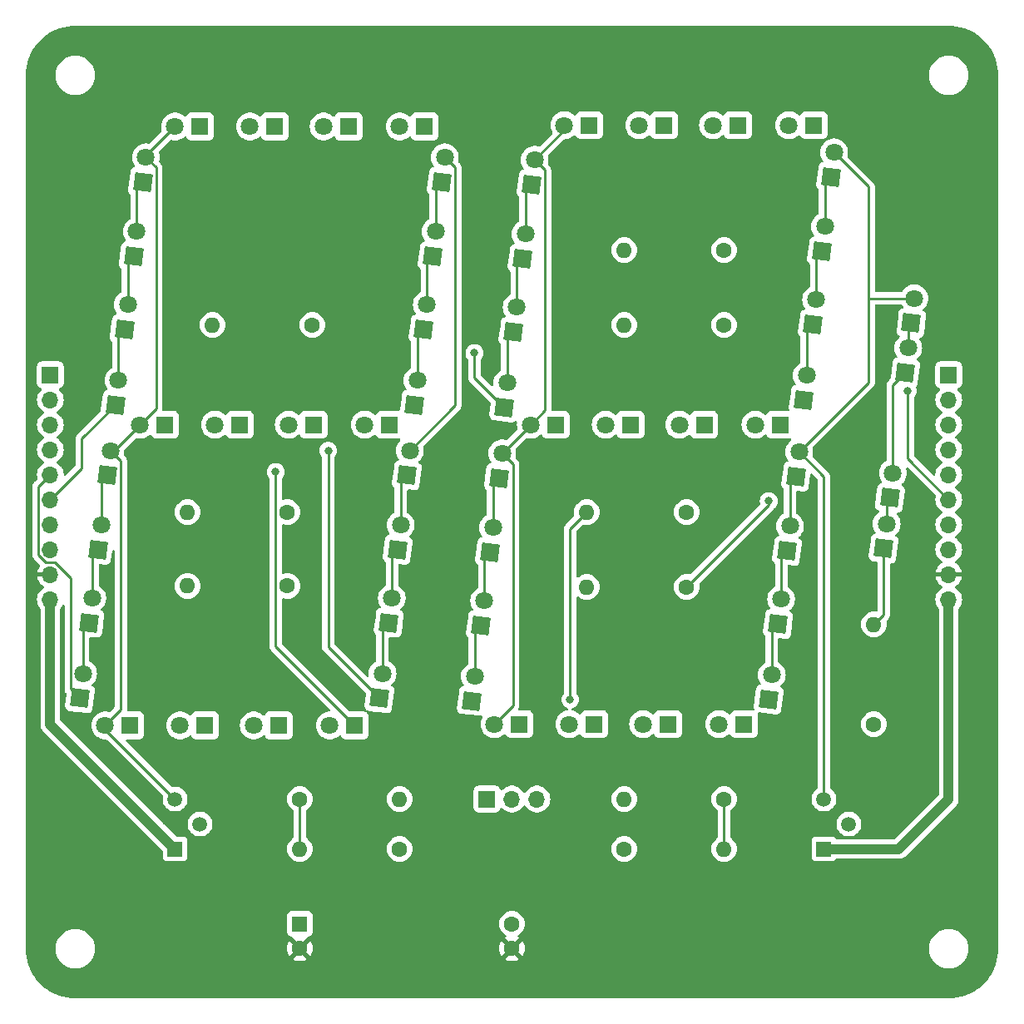
<source format=gbr>
%TF.GenerationSoftware,KiCad,Pcbnew,8.0.9*%
%TF.CreationDate,2025-03-03T18:21:58+11:00*%
%TF.ProjectId,7segment,37736567-6d65-46e7-942e-6b696361645f,rev?*%
%TF.SameCoordinates,PX292dfe0PY1d11680*%
%TF.FileFunction,Copper,L2,Bot*%
%TF.FilePolarity,Positive*%
%FSLAX46Y46*%
G04 Gerber Fmt 4.6, Leading zero omitted, Abs format (unit mm)*
G04 Created by KiCad (PCBNEW 8.0.9) date 2025-03-03 18:21:58*
%MOMM*%
%LPD*%
G01*
G04 APERTURE LIST*
G04 Aperture macros list*
%AMRotRect*
0 Rectangle, with rotation*
0 The origin of the aperture is its center*
0 $1 length*
0 $2 width*
0 $3 Rotation angle, in degrees counterclockwise*
0 Add horizontal line*
21,1,$1,$2,0,0,$3*%
G04 Aperture macros list end*
%TA.AperFunction,ComponentPad*%
%ADD10RotRect,1.800000X1.800000X83.000000*%
%TD*%
%TA.AperFunction,ComponentPad*%
%ADD11C,1.800000*%
%TD*%
%TA.AperFunction,ComponentPad*%
%ADD12R,1.800000X1.800000*%
%TD*%
%TA.AperFunction,ComponentPad*%
%ADD13R,1.700000X1.700000*%
%TD*%
%TA.AperFunction,ComponentPad*%
%ADD14O,1.700000X1.700000*%
%TD*%
%TA.AperFunction,ComponentPad*%
%ADD15R,1.500000X1.500000*%
%TD*%
%TA.AperFunction,ComponentPad*%
%ADD16C,1.500000*%
%TD*%
%TA.AperFunction,ComponentPad*%
%ADD17C,1.600000*%
%TD*%
%TA.AperFunction,ComponentPad*%
%ADD18O,1.600000X1.600000*%
%TD*%
%TA.AperFunction,ComponentPad*%
%ADD19R,1.600000X1.600000*%
%TD*%
%TA.AperFunction,ViaPad*%
%ADD20C,0.800000*%
%TD*%
%TA.AperFunction,Conductor*%
%ADD21C,0.250000*%
%TD*%
%TA.AperFunction,Conductor*%
%ADD22C,1.000000*%
%TD*%
G04 APERTURE END LIST*
D10*
X82272259Y-48165336D03*
D11*
X82581807Y-45644269D03*
X83216381Y-40476081D03*
D10*
X82906833Y-42997148D03*
D11*
X84779599Y-27744692D03*
D10*
X84470051Y-30265759D03*
D11*
X85398695Y-22702557D03*
D10*
X85089147Y-25223624D03*
X43664259Y-33814336D03*
D11*
X43973807Y-31293269D03*
X44917929Y-23604014D03*
D10*
X44608381Y-26125081D03*
D11*
X45831096Y-16166866D03*
D10*
X45521548Y-18687933D03*
D11*
X46759741Y-8603664D03*
D10*
X46450193Y-11124731D03*
X40362259Y-63677836D03*
D11*
X40671807Y-61156769D03*
X41615929Y-53467514D03*
D10*
X41306381Y-55988581D03*
D11*
X42529096Y-46030366D03*
D10*
X42219548Y-48551433D03*
D11*
X43457741Y-38467164D03*
D10*
X43148193Y-40988231D03*
D12*
X75184000Y-5080000D03*
D11*
X72644000Y-5080000D03*
X64897000Y-5080000D03*
D12*
X67437000Y-5080000D03*
D11*
X57404000Y-5080000D03*
D12*
X59944000Y-5080000D03*
D11*
X49784000Y-5080000D03*
D12*
X52324000Y-5080000D03*
X71756000Y-35560000D03*
D11*
X69216000Y-35560000D03*
X61469000Y-35560000D03*
D12*
X64009000Y-35560000D03*
D11*
X53976000Y-35560000D03*
D12*
X56516000Y-35560000D03*
D11*
X46356000Y-35560000D03*
D12*
X48896000Y-35560000D03*
X68072000Y-66040000D03*
D11*
X65532000Y-66040000D03*
X57785000Y-66040000D03*
D12*
X60325000Y-66040000D03*
D11*
X50292000Y-66040000D03*
D12*
X52832000Y-66040000D03*
D11*
X42672000Y-66040000D03*
D12*
X45212000Y-66040000D03*
D10*
X74144259Y-33052336D03*
D11*
X74453807Y-30531269D03*
X75397929Y-22842014D03*
D10*
X75088381Y-25363081D03*
D11*
X76311096Y-15404866D03*
D10*
X76001548Y-17925933D03*
D11*
X77239741Y-7841664D03*
D10*
X76930193Y-10362731D03*
X70588259Y-63532336D03*
D11*
X70897807Y-61011269D03*
X71841929Y-53322014D03*
D10*
X71532381Y-55843081D03*
D11*
X72755096Y-45884866D03*
D10*
X72445548Y-48405933D03*
D11*
X73683741Y-38321664D03*
D10*
X73374193Y-40842731D03*
D12*
X35560000Y-5207000D03*
D11*
X33020000Y-5207000D03*
X25273000Y-5207000D03*
D12*
X27813000Y-5207000D03*
D11*
X17780000Y-5207000D03*
D12*
X20320000Y-5207000D03*
D11*
X10160000Y-5207000D03*
D12*
X12700000Y-5207000D03*
D10*
X4085959Y-33560336D03*
D11*
X4395507Y-31039269D03*
X5339629Y-23350014D03*
D10*
X5030081Y-25871081D03*
D11*
X6252796Y-15912866D03*
D10*
X5943248Y-18433933D03*
D11*
X7181441Y-8349664D03*
D10*
X6871893Y-10870731D03*
X30964259Y-63405336D03*
D11*
X31273807Y-60884269D03*
X32217929Y-53195014D03*
D10*
X31908381Y-55716081D03*
D11*
X33131096Y-45757866D03*
D10*
X32821548Y-48278933D03*
D11*
X34059741Y-38194664D03*
D10*
X33750193Y-40715731D03*
D12*
X28448000Y-66167000D03*
D11*
X25908000Y-66167000D03*
X18161000Y-66167000D03*
D12*
X20701000Y-66167000D03*
D11*
X10668000Y-66167000D03*
D12*
X13208000Y-66167000D03*
D11*
X3048000Y-66167000D03*
D12*
X5588000Y-66167000D03*
D10*
X34520259Y-33560336D03*
D11*
X34829807Y-31039269D03*
X35773929Y-23350014D03*
D10*
X35464381Y-25871081D03*
D11*
X36687096Y-15912866D03*
D10*
X36377548Y-18433933D03*
D11*
X37615741Y-8349664D03*
D10*
X37306193Y-10870731D03*
X484259Y-63405336D03*
D11*
X793807Y-60884269D03*
X1737929Y-53195014D03*
D10*
X1428381Y-55716081D03*
D11*
X2651096Y-45757866D03*
D10*
X2341548Y-48278933D03*
D11*
X3579741Y-38194664D03*
D10*
X3270193Y-40715731D03*
D12*
X32004000Y-35560000D03*
D11*
X29464000Y-35560000D03*
X21717000Y-35560000D03*
D12*
X24257000Y-35560000D03*
D11*
X14224000Y-35560000D03*
D12*
X16764000Y-35560000D03*
D11*
X6604000Y-35560000D03*
D12*
X9144000Y-35560000D03*
D13*
X41910000Y-73660000D03*
D14*
X44450000Y-73660000D03*
X46990000Y-73660000D03*
D13*
X88900000Y-30480000D03*
D14*
X88900000Y-33020000D03*
X88900000Y-35560000D03*
X88900000Y-38100000D03*
X88900000Y-40640000D03*
X88900000Y-43180000D03*
X88900000Y-45720000D03*
X88900000Y-48260000D03*
X88900000Y-50800000D03*
X88900000Y-53340000D03*
D13*
X-2540000Y-30480000D03*
D14*
X-2540000Y-33020000D03*
X-2540000Y-35560000D03*
X-2540000Y-38100000D03*
X-2540000Y-40640000D03*
X-2540000Y-43180000D03*
X-2540000Y-45720000D03*
X-2540000Y-48260000D03*
X-2540000Y-50800000D03*
X-2540000Y-53340000D03*
D15*
X10160000Y-78740000D03*
D16*
X12700000Y-76200000D03*
X10160000Y-73660000D03*
D15*
X76200000Y-78740000D03*
D16*
X78740000Y-76200000D03*
X76200000Y-73660000D03*
D17*
X22860000Y-73660000D03*
D18*
X33020000Y-73660000D03*
D17*
X66040000Y-73660000D03*
D18*
X55880000Y-73660000D03*
D17*
X33020000Y-78740000D03*
D18*
X22860000Y-78740000D03*
D17*
X55880000Y-78740000D03*
D18*
X66040000Y-78740000D03*
D19*
X22860000Y-86360000D03*
D17*
X22860000Y-88860000D03*
X44450000Y-86360000D03*
X44450000Y-88860000D03*
X62230000Y-52070000D03*
D18*
X52070000Y-52070000D03*
D17*
X21590000Y-44450000D03*
D18*
X11430000Y-44450000D03*
D17*
X24130000Y-25400000D03*
D18*
X13970000Y-25400000D03*
D17*
X21590000Y-51968300D03*
D18*
X11430000Y-51968300D03*
D17*
X66040000Y-17780000D03*
D18*
X55880000Y-17780000D03*
D17*
X81280000Y-66040000D03*
D18*
X81280000Y-55880000D03*
D17*
X66040000Y-25400000D03*
D18*
X55880000Y-25400000D03*
D17*
X62230000Y-44450000D03*
D18*
X52070000Y-44450000D03*
D20*
X50374700Y-63532300D03*
X25747900Y-38210400D03*
X20395300Y-40376700D03*
X40624700Y-28261800D03*
X60960000Y-40640000D03*
X60960000Y-48260000D03*
X60960000Y-20320000D03*
X17780000Y-22860000D03*
X17780000Y-30480000D03*
X60960000Y-58420000D03*
X38100000Y-38100000D03*
X60960000Y-30480000D03*
X7620000Y-43180000D03*
X17780000Y-48260000D03*
X70575700Y-43347500D03*
X84740300Y-32112500D03*
D21*
X47803500Y-9647500D02*
X46759700Y-8603700D01*
X44542000Y-39551500D02*
X43457700Y-38467200D01*
X76200000Y-73660000D02*
X76200000Y-40838000D01*
X44542000Y-64170000D02*
X44542000Y-39551500D01*
X80741000Y-11343000D02*
X77239700Y-7841700D01*
X42672000Y-66040000D02*
X44542000Y-64170000D01*
X46356000Y-35560000D02*
X47803500Y-34112500D01*
X73683700Y-38321700D02*
X80741000Y-31264400D01*
X80741000Y-22702600D02*
X85398700Y-22702600D01*
X49784000Y-5080000D02*
X49784000Y-5579400D01*
X43457700Y-38467200D02*
X46356000Y-35568900D01*
X49784000Y-5579400D02*
X46759700Y-8603700D01*
X80741000Y-31264400D02*
X80741000Y-22702600D01*
X46356000Y-35568900D02*
X46356000Y-35560000D01*
X76200000Y-40838000D02*
X73683700Y-38321700D01*
X80741000Y-22702600D02*
X80741000Y-11343000D01*
X47803500Y-34112500D02*
X47803500Y-9647500D01*
X50374700Y-46145300D02*
X50374700Y-63532300D01*
X30964300Y-63405300D02*
X25747900Y-58188900D01*
X52070000Y-44450000D02*
X50374700Y-46145300D01*
X25747900Y-58188900D02*
X25747900Y-38210400D01*
X20395300Y-58114300D02*
X20395300Y-40376700D01*
X28448000Y-66167000D02*
X20395300Y-58114300D01*
X-454100Y-51179500D02*
X-2103600Y-49530000D01*
X-2103600Y-49530000D02*
X-3010100Y-49530000D01*
X-3737000Y-41837000D02*
X-2540000Y-40640000D01*
X-454100Y-62466900D02*
X-454100Y-51179500D01*
X-3737000Y-48803100D02*
X-3737000Y-41837000D01*
X484300Y-63405300D02*
X-454100Y-62466900D01*
X-3010100Y-49530000D02*
X-3737000Y-48803100D01*
X676800Y-39963200D02*
X676800Y-36969500D01*
X676800Y-36969500D02*
X4086000Y-33560300D01*
X40624700Y-28261800D02*
X40624700Y-30774700D01*
X-2540000Y-43180000D02*
X676800Y-39963200D01*
X40624700Y-30774700D02*
X43664300Y-33814300D01*
X82272300Y-54887700D02*
X82272300Y-48165300D01*
X81280000Y-55880000D02*
X82272300Y-54887700D01*
X76311100Y-10981800D02*
X76311100Y-15404900D01*
X76930200Y-10362700D02*
X76311100Y-10981800D01*
X76001500Y-17925900D02*
X75397900Y-18529500D01*
X75397900Y-18529500D02*
X75397900Y-22842000D01*
X74453800Y-25997700D02*
X74453800Y-30531300D01*
X75088400Y-25363100D02*
X74453800Y-25997700D01*
X72755100Y-41461800D02*
X72755100Y-45884900D01*
X73374200Y-40842700D02*
X72755100Y-41461800D01*
X72445500Y-48405900D02*
X71841900Y-49009500D01*
X71841900Y-49009500D02*
X71841900Y-53322000D01*
X71532400Y-55843100D02*
X70897800Y-56477700D01*
X70897800Y-56477700D02*
X70897800Y-61011300D01*
D22*
X10160000Y-78740000D02*
X-2540000Y-66040000D01*
X83820000Y-78740000D02*
X88900000Y-73660000D01*
X88900000Y-73660000D02*
X88900000Y-53340000D01*
X76200000Y-78740000D02*
X83820000Y-78740000D01*
X-2540000Y-66040000D02*
X-2540000Y-53340000D01*
D21*
X43148200Y-40988200D02*
X42529100Y-41607300D01*
X42529100Y-41607300D02*
X42529100Y-46030400D01*
X42219500Y-48551400D02*
X41615900Y-49155000D01*
X41615900Y-49155000D02*
X41615900Y-53467500D01*
X41306400Y-55988600D02*
X40671800Y-56623200D01*
X40671800Y-56623200D02*
X40671800Y-61156800D01*
X46450200Y-11124700D02*
X45831100Y-11743800D01*
X45831100Y-11743800D02*
X45831100Y-16166900D01*
X44917900Y-19291500D02*
X44917900Y-23604000D01*
X45521500Y-18687900D02*
X44917900Y-19291500D01*
X44608400Y-26125100D02*
X43973800Y-26759700D01*
X43973800Y-26759700D02*
X43973800Y-31293300D01*
X38659500Y-33594900D02*
X38659500Y-9393500D01*
X3048000Y-66167000D02*
X4623500Y-64591500D01*
X38659500Y-9393500D02*
X37615700Y-8349700D01*
X6604000Y-35560000D02*
X3774500Y-38389500D01*
X3774500Y-38389500D02*
X3579700Y-38194700D01*
X34059700Y-38194700D02*
X38659500Y-33594900D01*
X4623500Y-39238500D02*
X3774500Y-38389500D01*
X3048000Y-66548000D02*
X3048000Y-66167000D01*
X7181400Y-8185600D02*
X7181400Y-8349700D01*
X8225200Y-33938800D02*
X8225200Y-9393500D01*
X4623500Y-64591500D02*
X4623500Y-39238500D01*
X8225200Y-9393500D02*
X7181400Y-8349700D01*
X6604000Y-35560000D02*
X8225200Y-33938800D01*
X10160000Y-73660000D02*
X3048000Y-66548000D01*
X10160000Y-5207000D02*
X7181400Y-8185600D01*
X35773900Y-19037500D02*
X35773900Y-23350000D01*
X36377500Y-18433900D02*
X35773900Y-19037500D01*
X37306200Y-10870700D02*
X36687100Y-11489800D01*
X36687100Y-11489800D02*
X36687100Y-15912900D01*
X35464400Y-25871100D02*
X34829800Y-26505700D01*
X34829800Y-26505700D02*
X34829800Y-31039300D01*
X32821500Y-48278900D02*
X32217900Y-48882500D01*
X32217900Y-48882500D02*
X32217900Y-53195000D01*
X31908400Y-55716100D02*
X31273800Y-56350700D01*
X31273800Y-56350700D02*
X31273800Y-60884300D01*
X33750200Y-40715700D02*
X33131100Y-41334800D01*
X33131100Y-41334800D02*
X33131100Y-45757900D01*
X793800Y-56350700D02*
X793800Y-60884300D01*
X1428400Y-55716100D02*
X793800Y-56350700D01*
X3270200Y-40715700D02*
X2651100Y-41334800D01*
X2651100Y-41334800D02*
X2651100Y-45757900D01*
X2341500Y-48278900D02*
X1737900Y-48882500D01*
X1737900Y-48882500D02*
X1737900Y-53195000D01*
X5943200Y-18433900D02*
X5339600Y-19037500D01*
X5339600Y-19037500D02*
X5339600Y-23350000D01*
X6871900Y-10870700D02*
X6252800Y-11489800D01*
X6252800Y-11489800D02*
X6252800Y-15912900D01*
X4395500Y-26505700D02*
X4395500Y-31039300D01*
X5030100Y-25871100D02*
X4395500Y-26505700D01*
X84779600Y-25533100D02*
X84779600Y-27744700D01*
X85089100Y-25223600D02*
X84779600Y-25533100D01*
X83216400Y-31519500D02*
X83216400Y-40476100D01*
X84470100Y-30265800D02*
X83216400Y-31519500D01*
X82906800Y-42997100D02*
X82581800Y-43322100D01*
X82581800Y-43322100D02*
X82581800Y-45644300D01*
X22860000Y-78740000D02*
X22860000Y-73660000D01*
X66040000Y-78740000D02*
X66040000Y-73660000D01*
X70575700Y-43724300D02*
X70575700Y-43347500D01*
X62230000Y-52070000D02*
X70575700Y-43724300D01*
X88900000Y-43180000D02*
X84740300Y-39020300D01*
X84740300Y-39020300D02*
X84740300Y-32112500D01*
%TA.AperFunction,Conductor*%
G36*
X88902562Y5054395D02*
G01*
X89312288Y5037448D01*
X89322461Y5036605D01*
X89726869Y4986196D01*
X89736949Y4984514D01*
X90135801Y4900884D01*
X90145709Y4898375D01*
X90536294Y4782092D01*
X90545962Y4778773D01*
X90925596Y4630639D01*
X90934981Y4626522D01*
X91301057Y4447558D01*
X91310071Y4442681D01*
X91660152Y4234078D01*
X91668731Y4228472D01*
X92000361Y3991694D01*
X92008443Y3985403D01*
X92319412Y3722026D01*
X92326952Y3715085D01*
X92615084Y3426953D01*
X92622025Y3419413D01*
X92885402Y3108444D01*
X92891697Y3100356D01*
X93128471Y2768732D01*
X93134077Y2760153D01*
X93342680Y2410072D01*
X93347557Y2401058D01*
X93526521Y2034982D01*
X93530638Y2025597D01*
X93678767Y1645975D01*
X93682095Y1636282D01*
X93798370Y1245723D01*
X93800886Y1235788D01*
X93884510Y836964D01*
X93886197Y826855D01*
X93936602Y422483D01*
X93937448Y412269D01*
X93954394Y2563D01*
X93954500Y-2561D01*
X93954500Y-88897438D01*
X93954394Y-88902562D01*
X93937448Y-89312268D01*
X93936602Y-89322482D01*
X93886197Y-89726854D01*
X93884510Y-89736963D01*
X93800886Y-90135787D01*
X93798370Y-90145722D01*
X93682095Y-90536281D01*
X93678767Y-90545974D01*
X93530638Y-90925596D01*
X93526521Y-90934981D01*
X93347557Y-91301057D01*
X93342680Y-91310071D01*
X93134077Y-91660152D01*
X93128471Y-91668731D01*
X92891697Y-92000355D01*
X92885402Y-92008443D01*
X92622025Y-92319412D01*
X92615084Y-92326952D01*
X92326952Y-92615084D01*
X92319412Y-92622025D01*
X92008443Y-92885402D01*
X92000355Y-92891697D01*
X91668731Y-93128471D01*
X91660152Y-93134077D01*
X91310071Y-93342680D01*
X91301057Y-93347557D01*
X90934981Y-93526521D01*
X90925596Y-93530638D01*
X90545974Y-93678767D01*
X90536281Y-93682095D01*
X90145722Y-93798370D01*
X90135787Y-93800886D01*
X89736963Y-93884510D01*
X89726854Y-93886197D01*
X89322482Y-93936602D01*
X89312268Y-93937448D01*
X88902563Y-93954394D01*
X88897439Y-93954500D01*
X2561Y-93954500D01*
X-2563Y-93954394D01*
X-412269Y-93937448D01*
X-422483Y-93936602D01*
X-826855Y-93886197D01*
X-836964Y-93884510D01*
X-1235788Y-93800886D01*
X-1245723Y-93798370D01*
X-1636282Y-93682095D01*
X-1645975Y-93678767D01*
X-2025597Y-93530638D01*
X-2034982Y-93526521D01*
X-2401058Y-93347557D01*
X-2410072Y-93342680D01*
X-2760153Y-93134077D01*
X-2768732Y-93128471D01*
X-3100356Y-92891697D01*
X-3108444Y-92885402D01*
X-3419413Y-92622025D01*
X-3426953Y-92615084D01*
X-3715085Y-92326952D01*
X-3722026Y-92319412D01*
X-3985403Y-92008443D01*
X-3991698Y-92000355D01*
X-4228472Y-91668731D01*
X-4234078Y-91660152D01*
X-4442681Y-91310071D01*
X-4447558Y-91301057D01*
X-4626522Y-90934981D01*
X-4630639Y-90925596D01*
X-4770593Y-90566924D01*
X-4778773Y-90545962D01*
X-4782092Y-90536294D01*
X-4898375Y-90145709D01*
X-4900884Y-90135801D01*
X-4984514Y-89736949D01*
X-4986196Y-89726869D01*
X-5036605Y-89322461D01*
X-5037448Y-89312288D01*
X-5054394Y-88902562D01*
X-5054500Y-88897438D01*
X-5054500Y-88768872D01*
X-2000500Y-88768872D01*
X-2000500Y-89031127D01*
X-1989962Y-89111165D01*
X-1966270Y-89291116D01*
X-1901711Y-89532053D01*
X-1898398Y-89544418D01*
X-1898395Y-89544428D01*
X-1798047Y-89786690D01*
X-1798042Y-89786700D01*
X-1666925Y-90013803D01*
X-1507282Y-90221851D01*
X-1507274Y-90221860D01*
X-1321860Y-90407274D01*
X-1321852Y-90407281D01*
X-1113804Y-90566924D01*
X-886701Y-90698041D01*
X-886691Y-90698046D01*
X-644429Y-90798394D01*
X-644419Y-90798398D01*
X-391116Y-90866270D01*
X-131120Y-90900500D01*
X-131113Y-90900500D01*
X131113Y-90900500D01*
X131120Y-90900500D01*
X391116Y-90866270D01*
X644419Y-90798398D01*
X886697Y-90698043D01*
X1113803Y-90566924D01*
X1321851Y-90407282D01*
X1321855Y-90407277D01*
X1321860Y-90407274D01*
X1507274Y-90221860D01*
X1507277Y-90221855D01*
X1507282Y-90221851D01*
X1666924Y-90013803D01*
X1798043Y-89786697D01*
X1898398Y-89544419D01*
X1966270Y-89291116D01*
X2000500Y-89031120D01*
X2000500Y-88768880D01*
X1966270Y-88508884D01*
X1898398Y-88255581D01*
X1878487Y-88207512D01*
X1798046Y-88013309D01*
X1798041Y-88013299D01*
X1666924Y-87786196D01*
X1507281Y-87578148D01*
X1507274Y-87578140D01*
X1321860Y-87392726D01*
X1321851Y-87392718D01*
X1113803Y-87233075D01*
X886700Y-87101958D01*
X886690Y-87101953D01*
X644428Y-87001605D01*
X644421Y-87001603D01*
X644419Y-87001602D01*
X391116Y-86933730D01*
X333339Y-86926123D01*
X131127Y-86899500D01*
X131120Y-86899500D01*
X-131120Y-86899500D01*
X-131128Y-86899500D01*
X-362228Y-86929926D01*
X-391116Y-86933730D01*
X-644419Y-87001602D01*
X-644429Y-87001605D01*
X-886691Y-87101953D01*
X-886701Y-87101958D01*
X-1113804Y-87233075D01*
X-1321852Y-87392718D01*
X-1507282Y-87578148D01*
X-1666925Y-87786196D01*
X-1798042Y-88013299D01*
X-1798047Y-88013309D01*
X-1898395Y-88255571D01*
X-1898398Y-88255581D01*
X-1965616Y-88506446D01*
X-1966270Y-88508885D01*
X-2000500Y-88768872D01*
X-5054500Y-88768872D01*
X-5054500Y-85511345D01*
X21551500Y-85511345D01*
X21551500Y-87208654D01*
X21558011Y-87269202D01*
X21558011Y-87269204D01*
X21594189Y-87366198D01*
X21609111Y-87406204D01*
X21696739Y-87523261D01*
X21813796Y-87610889D01*
X21950799Y-87661989D01*
X21978050Y-87664918D01*
X22011345Y-87668499D01*
X22011360Y-87668499D01*
X22011362Y-87668500D01*
X22011364Y-87668500D01*
X22014669Y-87668677D01*
X22014659Y-87668855D01*
X22014665Y-87668856D01*
X22014653Y-87668959D01*
X22014591Y-87670128D01*
X22076084Y-87688185D01*
X22121839Y-87740989D01*
X22127519Y-87773967D01*
X22813553Y-88460000D01*
X22807339Y-88460000D01*
X22705606Y-88487259D01*
X22614394Y-88539920D01*
X22539920Y-88614394D01*
X22487259Y-88705606D01*
X22460000Y-88807339D01*
X22460000Y-88813552D01*
X21780974Y-88134526D01*
X21780973Y-88134526D01*
X21729868Y-88207512D01*
X21729866Y-88207516D01*
X21633734Y-88413673D01*
X21633730Y-88413682D01*
X21574860Y-88633389D01*
X21574858Y-88633400D01*
X21555034Y-88859997D01*
X21555034Y-88860002D01*
X21574858Y-89086599D01*
X21574860Y-89086610D01*
X21633730Y-89306317D01*
X21633735Y-89306331D01*
X21729863Y-89512478D01*
X21780974Y-89585472D01*
X22460000Y-88906446D01*
X22460000Y-88912661D01*
X22487259Y-89014394D01*
X22539920Y-89105606D01*
X22614394Y-89180080D01*
X22705606Y-89232741D01*
X22807339Y-89260000D01*
X22813553Y-89260000D01*
X22134526Y-89939025D01*
X22207513Y-89990132D01*
X22207521Y-89990136D01*
X22413668Y-90086264D01*
X22413682Y-90086269D01*
X22633389Y-90145139D01*
X22633400Y-90145141D01*
X22859998Y-90164966D01*
X22860002Y-90164966D01*
X23086599Y-90145141D01*
X23086610Y-90145139D01*
X23306317Y-90086269D01*
X23306331Y-90086264D01*
X23512478Y-89990136D01*
X23585471Y-89939024D01*
X22906447Y-89260000D01*
X22912661Y-89260000D01*
X23014394Y-89232741D01*
X23105606Y-89180080D01*
X23180080Y-89105606D01*
X23232741Y-89014394D01*
X23260000Y-88912661D01*
X23260000Y-88906447D01*
X23939024Y-89585471D01*
X23990136Y-89512478D01*
X24086264Y-89306331D01*
X24086269Y-89306317D01*
X24145139Y-89086610D01*
X24145141Y-89086599D01*
X24164966Y-88860002D01*
X24164966Y-88859997D01*
X24145141Y-88633400D01*
X24145139Y-88633389D01*
X24086269Y-88413682D01*
X24086264Y-88413668D01*
X23990136Y-88207521D01*
X23990132Y-88207513D01*
X23939025Y-88134526D01*
X23260000Y-88813551D01*
X23260000Y-88807339D01*
X23232741Y-88705606D01*
X23180080Y-88614394D01*
X23105606Y-88539920D01*
X23014394Y-88487259D01*
X22912661Y-88460000D01*
X22906445Y-88460000D01*
X23593534Y-87772912D01*
X23601192Y-87734808D01*
X23649807Y-87684625D01*
X23705399Y-87669964D01*
X23705346Y-87668959D01*
X23705335Y-87668856D01*
X23705340Y-87668855D01*
X23705331Y-87668677D01*
X23708635Y-87668500D01*
X23708638Y-87668500D01*
X23708640Y-87668499D01*
X23708654Y-87668499D01*
X23735692Y-87665591D01*
X23769201Y-87661989D01*
X23906204Y-87610889D01*
X24023261Y-87523261D01*
X24110889Y-87406204D01*
X24161989Y-87269201D01*
X24165873Y-87233075D01*
X24168499Y-87208654D01*
X24168500Y-87208637D01*
X24168500Y-86359998D01*
X43136502Y-86359998D01*
X43136502Y-86360001D01*
X43156456Y-86588081D01*
X43156457Y-86588089D01*
X43215714Y-86809238D01*
X43215718Y-86809249D01*
X43305414Y-87001602D01*
X43312477Y-87016749D01*
X43443802Y-87204300D01*
X43605700Y-87366198D01*
X43793251Y-87497523D01*
X43803511Y-87502307D01*
X43855950Y-87548479D01*
X43875102Y-87615673D01*
X43854886Y-87682554D01*
X43803513Y-87727070D01*
X43797518Y-87729865D01*
X43797512Y-87729868D01*
X43724526Y-87780973D01*
X43724526Y-87780974D01*
X44403553Y-88460000D01*
X44397339Y-88460000D01*
X44295606Y-88487259D01*
X44204394Y-88539920D01*
X44129920Y-88614394D01*
X44077259Y-88705606D01*
X44050000Y-88807339D01*
X44050000Y-88813552D01*
X43370974Y-88134526D01*
X43370973Y-88134526D01*
X43319868Y-88207512D01*
X43319866Y-88207516D01*
X43223734Y-88413673D01*
X43223730Y-88413682D01*
X43164860Y-88633389D01*
X43164858Y-88633400D01*
X43145034Y-88859997D01*
X43145034Y-88860002D01*
X43164858Y-89086599D01*
X43164860Y-89086610D01*
X43223730Y-89306317D01*
X43223735Y-89306331D01*
X43319863Y-89512478D01*
X43370974Y-89585472D01*
X44050000Y-88906446D01*
X44050000Y-88912661D01*
X44077259Y-89014394D01*
X44129920Y-89105606D01*
X44204394Y-89180080D01*
X44295606Y-89232741D01*
X44397339Y-89260000D01*
X44403553Y-89260000D01*
X43724526Y-89939025D01*
X43797513Y-89990132D01*
X43797521Y-89990136D01*
X44003668Y-90086264D01*
X44003682Y-90086269D01*
X44223389Y-90145139D01*
X44223400Y-90145141D01*
X44449998Y-90164966D01*
X44450002Y-90164966D01*
X44676599Y-90145141D01*
X44676610Y-90145139D01*
X44896317Y-90086269D01*
X44896331Y-90086264D01*
X45102478Y-89990136D01*
X45175471Y-89939024D01*
X44496447Y-89260000D01*
X44502661Y-89260000D01*
X44604394Y-89232741D01*
X44695606Y-89180080D01*
X44770080Y-89105606D01*
X44822741Y-89014394D01*
X44850000Y-88912661D01*
X44850000Y-88906447D01*
X45529024Y-89585471D01*
X45580136Y-89512478D01*
X45676264Y-89306331D01*
X45676269Y-89306317D01*
X45735139Y-89086610D01*
X45735141Y-89086599D01*
X45754966Y-88860002D01*
X45754966Y-88859997D01*
X45746993Y-88768872D01*
X86899500Y-88768872D01*
X86899500Y-89031127D01*
X86910038Y-89111165D01*
X86933730Y-89291116D01*
X86998289Y-89532053D01*
X87001602Y-89544418D01*
X87001605Y-89544428D01*
X87101953Y-89786690D01*
X87101958Y-89786700D01*
X87233075Y-90013803D01*
X87392718Y-90221851D01*
X87392726Y-90221860D01*
X87578140Y-90407274D01*
X87578148Y-90407281D01*
X87786196Y-90566924D01*
X88013299Y-90698041D01*
X88013309Y-90698046D01*
X88255571Y-90798394D01*
X88255581Y-90798398D01*
X88508884Y-90866270D01*
X88768880Y-90900500D01*
X88768887Y-90900500D01*
X89031113Y-90900500D01*
X89031120Y-90900500D01*
X89291116Y-90866270D01*
X89544419Y-90798398D01*
X89786697Y-90698043D01*
X90013803Y-90566924D01*
X90221851Y-90407282D01*
X90221855Y-90407277D01*
X90221860Y-90407274D01*
X90407274Y-90221860D01*
X90407277Y-90221855D01*
X90407282Y-90221851D01*
X90566924Y-90013803D01*
X90698043Y-89786697D01*
X90798398Y-89544419D01*
X90866270Y-89291116D01*
X90900500Y-89031120D01*
X90900500Y-88768880D01*
X90866270Y-88508884D01*
X90798398Y-88255581D01*
X90778487Y-88207512D01*
X90698046Y-88013309D01*
X90698041Y-88013299D01*
X90566924Y-87786196D01*
X90407281Y-87578148D01*
X90407274Y-87578140D01*
X90221860Y-87392726D01*
X90221851Y-87392718D01*
X90013803Y-87233075D01*
X89786700Y-87101958D01*
X89786690Y-87101953D01*
X89544428Y-87001605D01*
X89544421Y-87001603D01*
X89544419Y-87001602D01*
X89291116Y-86933730D01*
X89233339Y-86926123D01*
X89031127Y-86899500D01*
X89031120Y-86899500D01*
X88768880Y-86899500D01*
X88768872Y-86899500D01*
X88537772Y-86929926D01*
X88508884Y-86933730D01*
X88255581Y-87001602D01*
X88255571Y-87001605D01*
X88013309Y-87101953D01*
X88013299Y-87101958D01*
X87786196Y-87233075D01*
X87578148Y-87392718D01*
X87392718Y-87578148D01*
X87233075Y-87786196D01*
X87101958Y-88013299D01*
X87101953Y-88013309D01*
X87001605Y-88255571D01*
X87001602Y-88255581D01*
X86934384Y-88506446D01*
X86933730Y-88508885D01*
X86899500Y-88768872D01*
X45746993Y-88768872D01*
X45735141Y-88633400D01*
X45735139Y-88633389D01*
X45676269Y-88413682D01*
X45676264Y-88413668D01*
X45580136Y-88207521D01*
X45580132Y-88207513D01*
X45529025Y-88134526D01*
X44850000Y-88813551D01*
X44850000Y-88807339D01*
X44822741Y-88705606D01*
X44770080Y-88614394D01*
X44695606Y-88539920D01*
X44604394Y-88487259D01*
X44502661Y-88460000D01*
X44496445Y-88460000D01*
X45175472Y-87780974D01*
X45102478Y-87729863D01*
X45102477Y-87729862D01*
X45096483Y-87727067D01*
X45044046Y-87680892D01*
X45024898Y-87613697D01*
X45045118Y-87546817D01*
X45096493Y-87502305D01*
X45106749Y-87497523D01*
X45294300Y-87366198D01*
X45456198Y-87204300D01*
X45587523Y-87016749D01*
X45684284Y-86809243D01*
X45743543Y-86588087D01*
X45763498Y-86360000D01*
X45743543Y-86131913D01*
X45684284Y-85910757D01*
X45587523Y-85703251D01*
X45456198Y-85515700D01*
X45294300Y-85353802D01*
X45106749Y-85222477D01*
X45106745Y-85222475D01*
X44899249Y-85125718D01*
X44899238Y-85125714D01*
X44678089Y-85066457D01*
X44678081Y-85066456D01*
X44450002Y-85046502D01*
X44449998Y-85046502D01*
X44221918Y-85066456D01*
X44221910Y-85066457D01*
X44000761Y-85125714D01*
X44000750Y-85125718D01*
X43793254Y-85222475D01*
X43793252Y-85222476D01*
X43793251Y-85222477D01*
X43605700Y-85353802D01*
X43605698Y-85353803D01*
X43605695Y-85353806D01*
X43443806Y-85515695D01*
X43312476Y-85703252D01*
X43312475Y-85703254D01*
X43215718Y-85910750D01*
X43215714Y-85910761D01*
X43156457Y-86131910D01*
X43156456Y-86131918D01*
X43136502Y-86359998D01*
X24168500Y-86359998D01*
X24168500Y-85511362D01*
X24168499Y-85511345D01*
X24165157Y-85480270D01*
X24161989Y-85450799D01*
X24110889Y-85313796D01*
X24023261Y-85196739D01*
X23906204Y-85109111D01*
X23769203Y-85058011D01*
X23708654Y-85051500D01*
X23708638Y-85051500D01*
X22011362Y-85051500D01*
X22011345Y-85051500D01*
X21950797Y-85058011D01*
X21950795Y-85058011D01*
X21813795Y-85109111D01*
X21696739Y-85196739D01*
X21609111Y-85313795D01*
X21558011Y-85450795D01*
X21558011Y-85450797D01*
X21551500Y-85511345D01*
X-5054500Y-85511345D01*
X-5054500Y-41774601D01*
X-4370500Y-41774601D01*
X-4370500Y-48865498D01*
X-4346157Y-48987877D01*
X-4346155Y-48987885D01*
X-4298402Y-49103172D01*
X-4298397Y-49103181D01*
X-4229072Y-49206932D01*
X-4229069Y-49206936D01*
X-3622432Y-49813572D01*
X-3588947Y-49874895D01*
X-3593931Y-49944586D01*
X-3608538Y-49972376D01*
X-3713600Y-50122420D01*
X-3713601Y-50122422D01*
X-3813430Y-50336507D01*
X-3813433Y-50336513D01*
X-3870636Y-50549999D01*
X-3870636Y-50550000D01*
X-2973012Y-50550000D01*
X-3005925Y-50607007D01*
X-3040000Y-50734174D01*
X-3040000Y-50865826D01*
X-3005925Y-50992993D01*
X-2973012Y-51050000D01*
X-3870636Y-51050000D01*
X-3813433Y-51263486D01*
X-3813430Y-51263492D01*
X-3713601Y-51477578D01*
X-3578106Y-51671082D01*
X-3411083Y-51838105D01*
X-3230198Y-51964763D01*
X-3186573Y-52019340D01*
X-3179381Y-52088839D01*
X-3210903Y-52151193D01*
X-3242303Y-52175392D01*
X-3285573Y-52198809D01*
X-3285578Y-52198812D01*
X-3463239Y-52337092D01*
X-3463244Y-52337097D01*
X-3615716Y-52502723D01*
X-3615724Y-52502734D01*
X-3738860Y-52691207D01*
X-3829297Y-52897385D01*
X-3884564Y-53115628D01*
X-3884566Y-53115640D01*
X-3903156Y-53339994D01*
X-3903156Y-53340005D01*
X-3884566Y-53564359D01*
X-3884564Y-53564371D01*
X-3829297Y-53782614D01*
X-3738860Y-53988792D01*
X-3639951Y-54140183D01*
X-3615722Y-54177268D01*
X-3581272Y-54214690D01*
X-3550348Y-54277343D01*
X-3548500Y-54298674D01*
X-3548500Y-66139333D01*
X-3521986Y-66272626D01*
X-3509744Y-66334169D01*
X-3482631Y-66399626D01*
X-3447017Y-66485603D01*
X-3447017Y-66485604D01*
X-3433723Y-66517700D01*
X-3433718Y-66517709D01*
X-3323354Y-66682880D01*
X-3323351Y-66682884D01*
X8865181Y-78871415D01*
X8898666Y-78932738D01*
X8901500Y-78959096D01*
X8901500Y-79538654D01*
X8908011Y-79599202D01*
X8908011Y-79599204D01*
X8949241Y-79709743D01*
X8959111Y-79736204D01*
X9046739Y-79853261D01*
X9163796Y-79940889D01*
X9300799Y-79991989D01*
X9328050Y-79994918D01*
X9361345Y-79998499D01*
X9361362Y-79998500D01*
X10958638Y-79998500D01*
X10958654Y-79998499D01*
X10985692Y-79995591D01*
X11019201Y-79991989D01*
X11156204Y-79940889D01*
X11273261Y-79853261D01*
X11360889Y-79736204D01*
X11411989Y-79599201D01*
X11415591Y-79565692D01*
X11418499Y-79538654D01*
X11418500Y-79538637D01*
X11418500Y-77941362D01*
X11418499Y-77941345D01*
X11413590Y-77895695D01*
X11411989Y-77880799D01*
X11360889Y-77743796D01*
X11273261Y-77626739D01*
X11156204Y-77539111D01*
X11109382Y-77521647D01*
X11019203Y-77488011D01*
X10958654Y-77481500D01*
X10958638Y-77481500D01*
X10379096Y-77481500D01*
X10312057Y-77461815D01*
X10291415Y-77445181D01*
X9046231Y-76199997D01*
X11436693Y-76199997D01*
X11436693Y-76200000D01*
X11455885Y-76419371D01*
X11512880Y-76632076D01*
X11605944Y-76831654D01*
X11732251Y-77012038D01*
X11887962Y-77167749D01*
X12068346Y-77294056D01*
X12267924Y-77387120D01*
X12480629Y-77444115D01*
X12637322Y-77457823D01*
X12699998Y-77463307D01*
X12700000Y-77463307D01*
X12700002Y-77463307D01*
X12754842Y-77458509D01*
X12919371Y-77444115D01*
X13132076Y-77387120D01*
X13331654Y-77294056D01*
X13512038Y-77167749D01*
X13667749Y-77012038D01*
X13794056Y-76831654D01*
X13887120Y-76632076D01*
X13944115Y-76419371D01*
X13963307Y-76200000D01*
X13944115Y-75980629D01*
X13887120Y-75767924D01*
X13794056Y-75568347D01*
X13794054Y-75568344D01*
X13794053Y-75568342D01*
X13730902Y-75478154D01*
X13667749Y-75387962D01*
X13512038Y-75232251D01*
X13331654Y-75105944D01*
X13331650Y-75105942D01*
X13132081Y-75012882D01*
X13132079Y-75012881D01*
X13132076Y-75012880D01*
X12980777Y-74972339D01*
X12919372Y-74955885D01*
X12919365Y-74955884D01*
X12700002Y-74936693D01*
X12699998Y-74936693D01*
X12480634Y-74955884D01*
X12480627Y-74955885D01*
X12267920Y-75012881D01*
X12068346Y-75105944D01*
X12068342Y-75105946D01*
X11887967Y-75232247D01*
X11887960Y-75232252D01*
X11732252Y-75387960D01*
X11732247Y-75387967D01*
X11605946Y-75568342D01*
X11605944Y-75568346D01*
X11512881Y-75767920D01*
X11455885Y-75980627D01*
X11455884Y-75980634D01*
X11436693Y-76199997D01*
X9046231Y-76199997D01*
X-1495181Y-65658585D01*
X-1528666Y-65597262D01*
X-1531500Y-65570904D01*
X-1531500Y-54298674D01*
X-1511815Y-54231635D01*
X-1498733Y-54214694D01*
X-1464278Y-54177268D01*
X-1341140Y-53988791D01*
X-1333698Y-53971824D01*
X-1325156Y-53952352D01*
X-1280201Y-53898866D01*
X-1213465Y-53878175D01*
X-1146137Y-53896849D01*
X-1099593Y-53948959D01*
X-1087600Y-54002161D01*
X-1087600Y-62529298D01*
X-1063257Y-62651677D01*
X-1063255Y-62651685D01*
X-1015502Y-62766972D01*
X-1015497Y-62766981D01*
X-946172Y-62870732D01*
X-946169Y-62870736D01*
X-920364Y-62896541D01*
X-886879Y-62957864D01*
X-884969Y-62999334D01*
X-1029353Y-64175256D01*
X-1030271Y-64236154D01*
X-1014456Y-64302256D01*
X-999887Y-64363155D01*
X-996248Y-64378363D01*
X-996247Y-64378366D01*
X-982070Y-64403102D01*
X-923539Y-64505228D01*
X-818033Y-64606469D01*
X-688279Y-64673884D01*
X-628961Y-64687727D01*
X1254173Y-64918947D01*
X1306377Y-64919733D01*
X1315077Y-64919865D01*
X1315077Y-64919864D01*
X1315078Y-64919865D01*
X1457287Y-64885843D01*
X1584151Y-64813134D01*
X1685392Y-64707628D01*
X1752807Y-64577874D01*
X1766650Y-64518556D01*
X1997870Y-62635422D01*
X1998788Y-62574517D01*
X1964766Y-62432308D01*
X1892057Y-62305444D01*
X1855159Y-62270038D01*
X1786553Y-62204205D01*
X1786551Y-62204203D01*
X1786548Y-62204201D01*
X1786546Y-62204200D01*
X1740710Y-62180386D01*
X1720986Y-62170138D01*
X1670573Y-62121763D01*
X1654316Y-62053811D01*
X1677377Y-61987857D01*
X1701989Y-61962254D01*
X1751027Y-61924087D01*
X1909121Y-61752352D01*
X2036791Y-61556938D01*
X2130556Y-61343176D01*
X2187858Y-61116895D01*
X2207134Y-60884269D01*
X2187858Y-60651643D01*
X2130556Y-60425362D01*
X2036791Y-60211600D01*
X1909121Y-60016186D01*
X1909120Y-60016184D01*
X1751030Y-59844454D01*
X1751029Y-59844453D01*
X1751027Y-59844451D01*
X1566824Y-59701079D01*
X1566822Y-59701078D01*
X1566821Y-59701077D01*
X1566818Y-59701075D01*
X1492281Y-59660737D01*
X1442691Y-59611517D01*
X1427300Y-59551683D01*
X1427300Y-57275181D01*
X1446985Y-57208142D01*
X1499789Y-57162387D01*
X1566408Y-57152105D01*
X2198295Y-57229692D01*
X2250499Y-57230478D01*
X2259199Y-57230610D01*
X2259199Y-57230609D01*
X2259200Y-57230610D01*
X2401409Y-57196588D01*
X2528273Y-57123879D01*
X2629514Y-57018373D01*
X2696929Y-56888619D01*
X2710772Y-56829301D01*
X2941992Y-54946167D01*
X2942910Y-54885262D01*
X2908888Y-54743053D01*
X2836179Y-54616189D01*
X2805194Y-54586457D01*
X2730675Y-54514950D01*
X2730673Y-54514948D01*
X2730670Y-54514946D01*
X2730668Y-54514945D01*
X2684832Y-54491131D01*
X2665108Y-54480883D01*
X2614695Y-54432508D01*
X2598438Y-54364556D01*
X2621499Y-54298602D01*
X2646111Y-54272999D01*
X2695149Y-54234832D01*
X2853243Y-54063097D01*
X2980913Y-53867683D01*
X3074678Y-53653921D01*
X3131980Y-53427640D01*
X3145279Y-53267145D01*
X3151256Y-53195019D01*
X3151256Y-53195008D01*
X3138405Y-53039930D01*
X3131980Y-52962388D01*
X3074678Y-52736107D01*
X2980913Y-52522345D01*
X2912443Y-52417543D01*
X2853242Y-52326929D01*
X2695152Y-52155199D01*
X2695151Y-52155198D01*
X2695149Y-52155196D01*
X2510946Y-52011824D01*
X2510944Y-52011823D01*
X2510943Y-52011822D01*
X2510940Y-52011820D01*
X2436381Y-51971470D01*
X2386791Y-51922250D01*
X2371400Y-51862416D01*
X2371400Y-49841831D01*
X2391085Y-49774792D01*
X2443889Y-49729037D01*
X2510508Y-49718755D01*
X3111462Y-49792544D01*
X3163666Y-49793330D01*
X3172366Y-49793462D01*
X3172366Y-49793461D01*
X3172367Y-49793462D01*
X3314576Y-49759440D01*
X3441440Y-49686731D01*
X3542681Y-49581225D01*
X3610096Y-49451471D01*
X3623939Y-49392153D01*
X3742924Y-48423092D01*
X3770632Y-48358953D01*
X3828619Y-48319975D01*
X3898473Y-48318534D01*
X3958018Y-48355088D01*
X3988348Y-48418031D01*
X3990000Y-48438206D01*
X3990000Y-64277733D01*
X3970315Y-64344772D01*
X3953681Y-64365414D01*
X3544394Y-64774700D01*
X3483071Y-64808185D01*
X3416450Y-64804300D01*
X3394954Y-64796920D01*
X3189881Y-64762700D01*
X3164712Y-64758500D01*
X2931288Y-64758500D01*
X2906119Y-64762700D01*
X2701045Y-64796920D01*
X2480280Y-64872710D01*
X2480266Y-64872716D01*
X2274988Y-64983806D01*
X2274985Y-64983808D01*
X2090781Y-65127181D01*
X2090776Y-65127185D01*
X1932686Y-65298915D01*
X1805015Y-65494331D01*
X1711251Y-65708092D01*
X1653948Y-65934377D01*
X1634673Y-66166994D01*
X1634673Y-66167005D01*
X1653948Y-66399622D01*
X1711251Y-66625907D01*
X1805015Y-66839668D01*
X1932686Y-67035084D01*
X2088308Y-67204133D01*
X2090780Y-67206818D01*
X2274983Y-67350190D01*
X2274985Y-67350191D01*
X2274988Y-67350193D01*
X2350188Y-67390889D01*
X2480273Y-67461287D01*
X2594914Y-67500643D01*
X2701045Y-67537079D01*
X2701047Y-67537079D01*
X2701049Y-67537080D01*
X2931288Y-67575500D01*
X2931289Y-67575500D01*
X3128234Y-67575500D01*
X3195273Y-67595185D01*
X3215915Y-67611819D01*
X8892489Y-73288393D01*
X8925974Y-73349716D01*
X8924583Y-73408167D01*
X8915885Y-73440626D01*
X8915885Y-73440630D01*
X8896693Y-73659997D01*
X8896693Y-73660002D01*
X8915884Y-73879365D01*
X8915885Y-73879372D01*
X8917224Y-73884368D01*
X8972880Y-74092076D01*
X8972881Y-74092079D01*
X8972882Y-74092081D01*
X9065942Y-74291650D01*
X9065944Y-74291654D01*
X9192251Y-74472038D01*
X9347962Y-74627749D01*
X9528346Y-74754056D01*
X9727924Y-74847120D01*
X9940629Y-74904115D01*
X10097322Y-74917823D01*
X10159998Y-74923307D01*
X10160000Y-74923307D01*
X10160002Y-74923307D01*
X10214842Y-74918509D01*
X10379371Y-74904115D01*
X10592076Y-74847120D01*
X10791654Y-74754056D01*
X10972038Y-74627749D01*
X11127749Y-74472038D01*
X11254056Y-74291654D01*
X11347120Y-74092076D01*
X11404115Y-73879371D01*
X11423307Y-73660000D01*
X11423307Y-73659998D01*
X21546502Y-73659998D01*
X21546502Y-73660001D01*
X21566456Y-73888081D01*
X21566457Y-73888089D01*
X21625714Y-74109238D01*
X21625718Y-74109249D01*
X21722475Y-74316745D01*
X21722477Y-74316749D01*
X21853802Y-74504300D01*
X22015700Y-74666198D01*
X22173625Y-74776779D01*
X22217249Y-74831354D01*
X22226500Y-74878352D01*
X22226500Y-77521647D01*
X22206815Y-77588686D01*
X22173624Y-77623221D01*
X22015699Y-77733802D01*
X21853806Y-77895695D01*
X21722476Y-78083252D01*
X21722475Y-78083254D01*
X21625718Y-78290750D01*
X21625714Y-78290761D01*
X21566457Y-78511910D01*
X21566456Y-78511918D01*
X21546502Y-78739998D01*
X21546502Y-78740001D01*
X21566456Y-78968081D01*
X21566457Y-78968089D01*
X21625714Y-79189238D01*
X21625718Y-79189249D01*
X21716010Y-79382881D01*
X21722477Y-79396749D01*
X21853802Y-79584300D01*
X22015700Y-79746198D01*
X22203251Y-79877523D01*
X22328091Y-79935736D01*
X22410750Y-79974281D01*
X22410752Y-79974281D01*
X22410757Y-79974284D01*
X22631913Y-80033543D01*
X22794832Y-80047796D01*
X22859998Y-80053498D01*
X22860000Y-80053498D01*
X22860002Y-80053498D01*
X22917021Y-80048509D01*
X23088087Y-80033543D01*
X23309243Y-79974284D01*
X23516749Y-79877523D01*
X23704300Y-79746198D01*
X23866198Y-79584300D01*
X23997523Y-79396749D01*
X24094284Y-79189243D01*
X24153543Y-78968087D01*
X24173498Y-78740000D01*
X24173498Y-78739998D01*
X31706502Y-78739998D01*
X31706502Y-78740001D01*
X31726456Y-78968081D01*
X31726457Y-78968089D01*
X31785714Y-79189238D01*
X31785718Y-79189249D01*
X31876010Y-79382881D01*
X31882477Y-79396749D01*
X32013802Y-79584300D01*
X32175700Y-79746198D01*
X32363251Y-79877523D01*
X32488091Y-79935736D01*
X32570750Y-79974281D01*
X32570752Y-79974281D01*
X32570757Y-79974284D01*
X32791913Y-80033543D01*
X32954832Y-80047796D01*
X33019998Y-80053498D01*
X33020000Y-80053498D01*
X33020002Y-80053498D01*
X33077021Y-80048509D01*
X33248087Y-80033543D01*
X33469243Y-79974284D01*
X33676749Y-79877523D01*
X33864300Y-79746198D01*
X34026198Y-79584300D01*
X34157523Y-79396749D01*
X34254284Y-79189243D01*
X34313543Y-78968087D01*
X34333498Y-78740000D01*
X34333498Y-78739998D01*
X54566502Y-78739998D01*
X54566502Y-78740001D01*
X54586456Y-78968081D01*
X54586457Y-78968089D01*
X54645714Y-79189238D01*
X54645718Y-79189249D01*
X54736010Y-79382881D01*
X54742477Y-79396749D01*
X54873802Y-79584300D01*
X55035700Y-79746198D01*
X55223251Y-79877523D01*
X55348091Y-79935736D01*
X55430750Y-79974281D01*
X55430752Y-79974281D01*
X55430757Y-79974284D01*
X55651913Y-80033543D01*
X55814832Y-80047796D01*
X55879998Y-80053498D01*
X55880000Y-80053498D01*
X55880002Y-80053498D01*
X55937021Y-80048509D01*
X56108087Y-80033543D01*
X56329243Y-79974284D01*
X56536749Y-79877523D01*
X56724300Y-79746198D01*
X56886198Y-79584300D01*
X57017523Y-79396749D01*
X57114284Y-79189243D01*
X57173543Y-78968087D01*
X57193498Y-78740000D01*
X57173543Y-78511913D01*
X57114284Y-78290757D01*
X57017523Y-78083251D01*
X56886198Y-77895700D01*
X56724300Y-77733802D01*
X56536749Y-77602477D01*
X56536745Y-77602475D01*
X56329249Y-77505718D01*
X56329238Y-77505714D01*
X56108089Y-77446457D01*
X56108081Y-77446456D01*
X55880002Y-77426502D01*
X55879998Y-77426502D01*
X55651918Y-77446456D01*
X55651910Y-77446457D01*
X55430761Y-77505714D01*
X55430750Y-77505718D01*
X55223254Y-77602475D01*
X55223252Y-77602476D01*
X55188601Y-77626739D01*
X55035700Y-77733802D01*
X55035698Y-77733803D01*
X55035695Y-77733806D01*
X54873806Y-77895695D01*
X54742476Y-78083252D01*
X54742475Y-78083254D01*
X54645718Y-78290750D01*
X54645714Y-78290761D01*
X54586457Y-78511910D01*
X54586456Y-78511918D01*
X54566502Y-78739998D01*
X34333498Y-78739998D01*
X34313543Y-78511913D01*
X34254284Y-78290757D01*
X34157523Y-78083251D01*
X34026198Y-77895700D01*
X33864300Y-77733802D01*
X33676749Y-77602477D01*
X33676745Y-77602475D01*
X33469249Y-77505718D01*
X33469238Y-77505714D01*
X33248089Y-77446457D01*
X33248081Y-77446456D01*
X33020002Y-77426502D01*
X33019998Y-77426502D01*
X32791918Y-77446456D01*
X32791910Y-77446457D01*
X32570761Y-77505714D01*
X32570750Y-77505718D01*
X32363254Y-77602475D01*
X32363252Y-77602476D01*
X32328601Y-77626739D01*
X32175700Y-77733802D01*
X32175698Y-77733803D01*
X32175695Y-77733806D01*
X32013806Y-77895695D01*
X31882476Y-78083252D01*
X31882475Y-78083254D01*
X31785718Y-78290750D01*
X31785714Y-78290761D01*
X31726457Y-78511910D01*
X31726456Y-78511918D01*
X31706502Y-78739998D01*
X24173498Y-78739998D01*
X24153543Y-78511913D01*
X24094284Y-78290757D01*
X23997523Y-78083251D01*
X23866198Y-77895700D01*
X23704300Y-77733802D01*
X23696965Y-77728666D01*
X23546376Y-77623221D01*
X23502751Y-77568644D01*
X23493500Y-77521647D01*
X23493500Y-74878352D01*
X23513185Y-74811313D01*
X23546373Y-74776779D01*
X23704300Y-74666198D01*
X23866198Y-74504300D01*
X23997523Y-74316749D01*
X24094284Y-74109243D01*
X24153543Y-73888087D01*
X24173498Y-73660000D01*
X24173498Y-73659998D01*
X31706502Y-73659998D01*
X31706502Y-73660001D01*
X31726456Y-73888081D01*
X31726457Y-73888089D01*
X31785714Y-74109238D01*
X31785718Y-74109249D01*
X31882475Y-74316745D01*
X31882477Y-74316749D01*
X32013802Y-74504300D01*
X32175700Y-74666198D01*
X32363251Y-74797523D01*
X32469613Y-74847120D01*
X32570750Y-74894281D01*
X32570752Y-74894281D01*
X32570757Y-74894284D01*
X32791913Y-74953543D01*
X32954832Y-74967796D01*
X33019998Y-74973498D01*
X33020000Y-74973498D01*
X33020002Y-74973498D01*
X33077021Y-74968509D01*
X33248087Y-74953543D01*
X33469243Y-74894284D01*
X33676749Y-74797523D01*
X33864300Y-74666198D01*
X34026198Y-74504300D01*
X34157523Y-74316749D01*
X34254284Y-74109243D01*
X34313543Y-73888087D01*
X34333498Y-73660000D01*
X34333497Y-73659994D01*
X34314306Y-73440634D01*
X34313543Y-73431913D01*
X34254284Y-73210757D01*
X34245026Y-73190904D01*
X34163461Y-73015986D01*
X34157523Y-73003251D01*
X34026198Y-72815700D01*
X33971843Y-72761345D01*
X40551500Y-72761345D01*
X40551500Y-74558654D01*
X40558011Y-74619202D01*
X40558011Y-74619204D01*
X40608310Y-74754056D01*
X40609111Y-74756204D01*
X40696739Y-74873261D01*
X40813796Y-74960889D01*
X40950799Y-75011989D01*
X40978050Y-75014918D01*
X41011345Y-75018499D01*
X41011362Y-75018500D01*
X42808638Y-75018500D01*
X42808654Y-75018499D01*
X42835692Y-75015591D01*
X42869201Y-75011989D01*
X43006204Y-74960889D01*
X43123261Y-74873261D01*
X43210889Y-74756204D01*
X43256138Y-74634887D01*
X43298009Y-74578956D01*
X43363474Y-74554539D01*
X43431746Y-74569391D01*
X43463545Y-74594236D01*
X43526760Y-74662906D01*
X43704424Y-74801189D01*
X43704425Y-74801189D01*
X43704427Y-74801191D01*
X43760164Y-74831354D01*
X43902426Y-74908342D01*
X44115365Y-74981444D01*
X44337431Y-75018500D01*
X44562569Y-75018500D01*
X44784635Y-74981444D01*
X44997574Y-74908342D01*
X45195576Y-74801189D01*
X45373240Y-74662906D01*
X45525722Y-74497268D01*
X45616193Y-74358790D01*
X45669338Y-74313437D01*
X45738569Y-74304013D01*
X45801905Y-74333515D01*
X45823804Y-74358787D01*
X45914278Y-74497268D01*
X45914283Y-74497273D01*
X45914284Y-74497276D01*
X46066756Y-74662902D01*
X46066761Y-74662907D01*
X46125981Y-74709000D01*
X46244424Y-74801189D01*
X46244425Y-74801189D01*
X46244427Y-74801191D01*
X46300164Y-74831354D01*
X46442426Y-74908342D01*
X46655365Y-74981444D01*
X46877431Y-75018500D01*
X47102569Y-75018500D01*
X47324635Y-74981444D01*
X47537574Y-74908342D01*
X47735576Y-74801189D01*
X47913240Y-74662906D01*
X48065722Y-74497268D01*
X48188860Y-74308791D01*
X48279296Y-74102616D01*
X48334564Y-73884368D01*
X48344925Y-73759330D01*
X48353156Y-73660005D01*
X48353156Y-73659998D01*
X54566502Y-73659998D01*
X54566502Y-73660001D01*
X54586456Y-73888081D01*
X54586457Y-73888089D01*
X54645714Y-74109238D01*
X54645718Y-74109249D01*
X54742475Y-74316745D01*
X54742477Y-74316749D01*
X54873802Y-74504300D01*
X55035700Y-74666198D01*
X55223251Y-74797523D01*
X55329613Y-74847120D01*
X55430750Y-74894281D01*
X55430752Y-74894281D01*
X55430757Y-74894284D01*
X55651913Y-74953543D01*
X55814832Y-74967796D01*
X55879998Y-74973498D01*
X55880000Y-74973498D01*
X55880002Y-74973498D01*
X55937021Y-74968509D01*
X56108087Y-74953543D01*
X56329243Y-74894284D01*
X56536749Y-74797523D01*
X56724300Y-74666198D01*
X56886198Y-74504300D01*
X57017523Y-74316749D01*
X57114284Y-74109243D01*
X57173543Y-73888087D01*
X57193498Y-73660000D01*
X57193498Y-73659998D01*
X64726502Y-73659998D01*
X64726502Y-73660001D01*
X64746456Y-73888081D01*
X64746457Y-73888089D01*
X64805714Y-74109238D01*
X64805718Y-74109249D01*
X64902475Y-74316745D01*
X64902477Y-74316749D01*
X65033802Y-74504300D01*
X65195700Y-74666198D01*
X65353625Y-74776779D01*
X65397249Y-74831354D01*
X65406500Y-74878352D01*
X65406500Y-77521647D01*
X65386815Y-77588686D01*
X65353624Y-77623221D01*
X65195699Y-77733802D01*
X65033806Y-77895695D01*
X64902476Y-78083252D01*
X64902475Y-78083254D01*
X64805718Y-78290750D01*
X64805714Y-78290761D01*
X64746457Y-78511910D01*
X64746456Y-78511918D01*
X64726502Y-78739998D01*
X64726502Y-78740001D01*
X64746456Y-78968081D01*
X64746457Y-78968089D01*
X64805714Y-79189238D01*
X64805718Y-79189249D01*
X64896010Y-79382881D01*
X64902477Y-79396749D01*
X65033802Y-79584300D01*
X65195700Y-79746198D01*
X65383251Y-79877523D01*
X65508091Y-79935736D01*
X65590750Y-79974281D01*
X65590752Y-79974281D01*
X65590757Y-79974284D01*
X65811913Y-80033543D01*
X65974832Y-80047796D01*
X66039998Y-80053498D01*
X66040000Y-80053498D01*
X66040002Y-80053498D01*
X66097021Y-80048509D01*
X66268087Y-80033543D01*
X66489243Y-79974284D01*
X66696749Y-79877523D01*
X66884300Y-79746198D01*
X67046198Y-79584300D01*
X67177523Y-79396749D01*
X67274284Y-79189243D01*
X67333543Y-78968087D01*
X67353498Y-78740000D01*
X67333543Y-78511913D01*
X67274284Y-78290757D01*
X67177523Y-78083251D01*
X67046198Y-77895700D01*
X66884300Y-77733802D01*
X66876965Y-77728666D01*
X66726376Y-77623221D01*
X66682751Y-77568644D01*
X66673500Y-77521647D01*
X66673500Y-76199997D01*
X77476693Y-76199997D01*
X77476693Y-76200000D01*
X77495885Y-76419371D01*
X77552880Y-76632076D01*
X77645944Y-76831654D01*
X77772251Y-77012038D01*
X77927962Y-77167749D01*
X78108346Y-77294056D01*
X78307924Y-77387120D01*
X78520629Y-77444115D01*
X78677322Y-77457823D01*
X78739998Y-77463307D01*
X78740000Y-77463307D01*
X78740002Y-77463307D01*
X78794842Y-77458509D01*
X78959371Y-77444115D01*
X79172076Y-77387120D01*
X79371654Y-77294056D01*
X79552038Y-77167749D01*
X79707749Y-77012038D01*
X79834056Y-76831654D01*
X79927120Y-76632076D01*
X79984115Y-76419371D01*
X80003307Y-76200000D01*
X79984115Y-75980629D01*
X79927120Y-75767924D01*
X79834056Y-75568347D01*
X79834054Y-75568344D01*
X79834053Y-75568342D01*
X79770902Y-75478154D01*
X79707749Y-75387962D01*
X79552038Y-75232251D01*
X79371654Y-75105944D01*
X79371650Y-75105942D01*
X79172081Y-75012882D01*
X79172079Y-75012881D01*
X79172076Y-75012880D01*
X79020777Y-74972339D01*
X78959372Y-74955885D01*
X78959365Y-74955884D01*
X78740002Y-74936693D01*
X78739998Y-74936693D01*
X78520634Y-74955884D01*
X78520627Y-74955885D01*
X78307920Y-75012881D01*
X78108346Y-75105944D01*
X78108342Y-75105946D01*
X77927967Y-75232247D01*
X77927960Y-75232252D01*
X77772252Y-75387960D01*
X77772247Y-75387967D01*
X77645946Y-75568342D01*
X77645944Y-75568346D01*
X77552881Y-75767920D01*
X77495885Y-75980627D01*
X77495884Y-75980634D01*
X77476693Y-76199997D01*
X66673500Y-76199997D01*
X66673500Y-74878352D01*
X66693185Y-74811313D01*
X66726373Y-74776779D01*
X66884300Y-74666198D01*
X67046198Y-74504300D01*
X67177523Y-74316749D01*
X67274284Y-74109243D01*
X67333543Y-73888087D01*
X67353498Y-73660000D01*
X67353497Y-73659994D01*
X67334306Y-73440634D01*
X67333543Y-73431913D01*
X67274284Y-73210757D01*
X67265026Y-73190904D01*
X67183461Y-73015986D01*
X67177523Y-73003251D01*
X67046198Y-72815700D01*
X66884300Y-72653802D01*
X66696749Y-72522477D01*
X66696745Y-72522475D01*
X66489249Y-72425718D01*
X66489238Y-72425714D01*
X66268089Y-72366457D01*
X66268081Y-72366456D01*
X66040002Y-72346502D01*
X66039998Y-72346502D01*
X65811918Y-72366456D01*
X65811910Y-72366457D01*
X65590761Y-72425714D01*
X65590750Y-72425718D01*
X65383254Y-72522475D01*
X65383252Y-72522476D01*
X65321177Y-72565942D01*
X65195700Y-72653802D01*
X65195698Y-72653803D01*
X65195695Y-72653806D01*
X65033806Y-72815695D01*
X65033803Y-72815698D01*
X65033802Y-72815700D01*
X64951767Y-72932856D01*
X64902476Y-73003252D01*
X64902475Y-73003254D01*
X64805718Y-73210750D01*
X64805714Y-73210761D01*
X64746457Y-73431910D01*
X64746456Y-73431918D01*
X64726502Y-73659998D01*
X57193498Y-73659998D01*
X57193497Y-73659994D01*
X57174306Y-73440634D01*
X57173543Y-73431913D01*
X57114284Y-73210757D01*
X57105026Y-73190904D01*
X57023461Y-73015986D01*
X57017523Y-73003251D01*
X56886198Y-72815700D01*
X56724300Y-72653802D01*
X56536749Y-72522477D01*
X56536745Y-72522475D01*
X56329249Y-72425718D01*
X56329238Y-72425714D01*
X56108089Y-72366457D01*
X56108081Y-72366456D01*
X55880002Y-72346502D01*
X55879998Y-72346502D01*
X55651918Y-72366456D01*
X55651910Y-72366457D01*
X55430761Y-72425714D01*
X55430750Y-72425718D01*
X55223254Y-72522475D01*
X55223252Y-72522476D01*
X55161177Y-72565942D01*
X55035700Y-72653802D01*
X55035698Y-72653803D01*
X55035695Y-72653806D01*
X54873806Y-72815695D01*
X54873803Y-72815698D01*
X54873802Y-72815700D01*
X54791767Y-72932856D01*
X54742476Y-73003252D01*
X54742475Y-73003254D01*
X54645718Y-73210750D01*
X54645714Y-73210761D01*
X54586457Y-73431910D01*
X54586456Y-73431918D01*
X54566502Y-73659998D01*
X48353156Y-73659998D01*
X48353156Y-73659994D01*
X48334565Y-73435640D01*
X48334563Y-73435628D01*
X48279296Y-73217385D01*
X48276390Y-73210761D01*
X48188860Y-73011209D01*
X48183661Y-73003252D01*
X48082209Y-72847967D01*
X48065722Y-72822732D01*
X48065719Y-72822729D01*
X48065715Y-72822723D01*
X47913243Y-72657097D01*
X47913238Y-72657092D01*
X47740286Y-72522477D01*
X47735576Y-72518811D01*
X47735575Y-72518810D01*
X47735572Y-72518808D01*
X47537580Y-72411661D01*
X47537577Y-72411659D01*
X47537574Y-72411658D01*
X47537571Y-72411657D01*
X47537569Y-72411656D01*
X47324637Y-72338556D01*
X47102569Y-72301500D01*
X46877431Y-72301500D01*
X46655362Y-72338556D01*
X46442430Y-72411656D01*
X46442419Y-72411661D01*
X46244427Y-72518808D01*
X46244422Y-72518812D01*
X46066761Y-72657092D01*
X46066756Y-72657097D01*
X45914284Y-72822723D01*
X45914276Y-72822734D01*
X45823808Y-72961206D01*
X45770662Y-73006562D01*
X45701431Y-73015986D01*
X45638095Y-72986484D01*
X45616192Y-72961206D01*
X45542209Y-72847967D01*
X45525722Y-72822732D01*
X45525719Y-72822729D01*
X45525715Y-72822723D01*
X45373243Y-72657097D01*
X45373238Y-72657092D01*
X45200286Y-72522477D01*
X45195576Y-72518811D01*
X45195575Y-72518810D01*
X45195572Y-72518808D01*
X44997580Y-72411661D01*
X44997577Y-72411659D01*
X44997574Y-72411658D01*
X44997571Y-72411657D01*
X44997569Y-72411656D01*
X44784637Y-72338556D01*
X44562569Y-72301500D01*
X44337431Y-72301500D01*
X44115362Y-72338556D01*
X43902430Y-72411656D01*
X43902419Y-72411661D01*
X43704427Y-72518808D01*
X43704422Y-72518812D01*
X43526761Y-72657092D01*
X43463548Y-72725760D01*
X43403661Y-72761750D01*
X43333823Y-72759649D01*
X43276207Y-72720124D01*
X43256138Y-72685110D01*
X43210889Y-72563796D01*
X43177214Y-72518812D01*
X43123261Y-72446739D01*
X43006204Y-72359111D01*
X42869203Y-72308011D01*
X42808654Y-72301500D01*
X42808638Y-72301500D01*
X41011362Y-72301500D01*
X41011345Y-72301500D01*
X40950797Y-72308011D01*
X40950795Y-72308011D01*
X40813795Y-72359111D01*
X40696739Y-72446739D01*
X40609111Y-72563795D01*
X40558011Y-72700795D01*
X40558011Y-72700797D01*
X40551500Y-72761345D01*
X33971843Y-72761345D01*
X33864300Y-72653802D01*
X33676749Y-72522477D01*
X33676745Y-72522475D01*
X33469249Y-72425718D01*
X33469238Y-72425714D01*
X33248089Y-72366457D01*
X33248081Y-72366456D01*
X33020002Y-72346502D01*
X33019998Y-72346502D01*
X32791918Y-72366456D01*
X32791910Y-72366457D01*
X32570761Y-72425714D01*
X32570750Y-72425718D01*
X32363254Y-72522475D01*
X32363252Y-72522476D01*
X32301177Y-72565942D01*
X32175700Y-72653802D01*
X32175698Y-72653803D01*
X32175695Y-72653806D01*
X32013806Y-72815695D01*
X32013803Y-72815698D01*
X32013802Y-72815700D01*
X31931767Y-72932856D01*
X31882476Y-73003252D01*
X31882475Y-73003254D01*
X31785718Y-73210750D01*
X31785714Y-73210761D01*
X31726457Y-73431910D01*
X31726456Y-73431918D01*
X31706502Y-73659998D01*
X24173498Y-73659998D01*
X24173497Y-73659994D01*
X24154306Y-73440634D01*
X24153543Y-73431913D01*
X24094284Y-73210757D01*
X24085026Y-73190904D01*
X24003461Y-73015986D01*
X23997523Y-73003251D01*
X23866198Y-72815700D01*
X23704300Y-72653802D01*
X23516749Y-72522477D01*
X23516745Y-72522475D01*
X23309249Y-72425718D01*
X23309238Y-72425714D01*
X23088089Y-72366457D01*
X23088081Y-72366456D01*
X22860002Y-72346502D01*
X22859998Y-72346502D01*
X22631918Y-72366456D01*
X22631910Y-72366457D01*
X22410761Y-72425714D01*
X22410750Y-72425718D01*
X22203254Y-72522475D01*
X22203252Y-72522476D01*
X22141177Y-72565942D01*
X22015700Y-72653802D01*
X22015698Y-72653803D01*
X22015695Y-72653806D01*
X21853806Y-72815695D01*
X21853803Y-72815698D01*
X21853802Y-72815700D01*
X21771767Y-72932856D01*
X21722476Y-73003252D01*
X21722475Y-73003254D01*
X21625718Y-73210750D01*
X21625714Y-73210761D01*
X21566457Y-73431910D01*
X21566456Y-73431918D01*
X21546502Y-73659998D01*
X11423307Y-73659998D01*
X11423306Y-73659994D01*
X11404115Y-73440634D01*
X11404115Y-73440629D01*
X11347120Y-73227924D01*
X11254056Y-73028347D01*
X11254054Y-73028344D01*
X11254053Y-73028342D01*
X11190902Y-72938154D01*
X11127749Y-72847962D01*
X10972038Y-72692251D01*
X10791654Y-72565944D01*
X10787048Y-72563796D01*
X10592081Y-72472882D01*
X10592079Y-72472881D01*
X10592076Y-72472880D01*
X10416068Y-72425718D01*
X10379372Y-72415885D01*
X10379365Y-72415884D01*
X10160002Y-72396693D01*
X10159998Y-72396693D01*
X10013752Y-72409487D01*
X9940629Y-72415885D01*
X9940626Y-72415885D01*
X9908167Y-72424583D01*
X9838317Y-72422920D01*
X9788393Y-72392489D01*
X5183085Y-67787181D01*
X5149600Y-67725858D01*
X5154584Y-67656166D01*
X5196456Y-67600233D01*
X5261920Y-67575816D01*
X5270766Y-67575500D01*
X6536638Y-67575500D01*
X6536654Y-67575499D01*
X6563692Y-67572591D01*
X6597201Y-67568989D01*
X6734204Y-67517889D01*
X6851261Y-67430261D01*
X6938889Y-67313204D01*
X6989989Y-67176201D01*
X6995978Y-67120495D01*
X6996499Y-67115654D01*
X6996500Y-67115637D01*
X6996500Y-66166994D01*
X9254673Y-66166994D01*
X9254673Y-66167005D01*
X9273948Y-66399622D01*
X9331251Y-66625907D01*
X9425015Y-66839668D01*
X9552686Y-67035084D01*
X9708308Y-67204133D01*
X9710780Y-67206818D01*
X9894983Y-67350190D01*
X9894985Y-67350191D01*
X9894988Y-67350193D01*
X9970188Y-67390889D01*
X10100273Y-67461287D01*
X10214914Y-67500643D01*
X10321045Y-67537079D01*
X10321047Y-67537079D01*
X10321049Y-67537080D01*
X10551288Y-67575500D01*
X10551289Y-67575500D01*
X10784711Y-67575500D01*
X10784712Y-67575500D01*
X11014951Y-67537080D01*
X11235727Y-67461287D01*
X11441017Y-67350190D01*
X11625220Y-67206818D01*
X11625231Y-67206805D01*
X11628990Y-67203347D01*
X11629714Y-67204133D01*
X11685067Y-67170861D01*
X11754905Y-67172954D01*
X11812525Y-67212472D01*
X11832602Y-67247495D01*
X11857111Y-67313205D01*
X11887275Y-67353498D01*
X11944739Y-67430261D01*
X12061796Y-67517889D01*
X12198799Y-67568989D01*
X12226050Y-67571918D01*
X12259345Y-67575499D01*
X12259362Y-67575500D01*
X14156638Y-67575500D01*
X14156654Y-67575499D01*
X14183692Y-67572591D01*
X14217201Y-67568989D01*
X14354204Y-67517889D01*
X14471261Y-67430261D01*
X14558889Y-67313204D01*
X14609989Y-67176201D01*
X14615978Y-67120495D01*
X14616499Y-67115654D01*
X14616500Y-67115637D01*
X14616500Y-66166994D01*
X16747673Y-66166994D01*
X16747673Y-66167005D01*
X16766948Y-66399622D01*
X16824251Y-66625907D01*
X16918015Y-66839668D01*
X17045686Y-67035084D01*
X17201308Y-67204133D01*
X17203780Y-67206818D01*
X17387983Y-67350190D01*
X17387985Y-67350191D01*
X17387988Y-67350193D01*
X17463188Y-67390889D01*
X17593273Y-67461287D01*
X17707914Y-67500643D01*
X17814045Y-67537079D01*
X17814047Y-67537079D01*
X17814049Y-67537080D01*
X18044288Y-67575500D01*
X18044289Y-67575500D01*
X18277711Y-67575500D01*
X18277712Y-67575500D01*
X18507951Y-67537080D01*
X18728727Y-67461287D01*
X18934017Y-67350190D01*
X19118220Y-67206818D01*
X19118231Y-67206805D01*
X19121990Y-67203347D01*
X19122714Y-67204133D01*
X19178067Y-67170861D01*
X19247905Y-67172954D01*
X19305525Y-67212472D01*
X19325602Y-67247495D01*
X19350111Y-67313205D01*
X19380275Y-67353498D01*
X19437739Y-67430261D01*
X19554796Y-67517889D01*
X19691799Y-67568989D01*
X19719050Y-67571918D01*
X19752345Y-67575499D01*
X19752362Y-67575500D01*
X21649638Y-67575500D01*
X21649654Y-67575499D01*
X21676692Y-67572591D01*
X21710201Y-67568989D01*
X21847204Y-67517889D01*
X21964261Y-67430261D01*
X22051889Y-67313204D01*
X22102989Y-67176201D01*
X22108978Y-67120495D01*
X22109499Y-67115654D01*
X22109500Y-67115637D01*
X22109500Y-65218362D01*
X22109499Y-65218345D01*
X22106157Y-65187270D01*
X22102989Y-65157799D01*
X22097259Y-65142437D01*
X22076397Y-65086504D01*
X22051889Y-65020796D01*
X21964261Y-64903739D01*
X21847204Y-64816111D01*
X21843493Y-64814727D01*
X21710203Y-64765011D01*
X21649654Y-64758500D01*
X21649638Y-64758500D01*
X19752362Y-64758500D01*
X19752345Y-64758500D01*
X19691797Y-64765011D01*
X19691795Y-64765011D01*
X19554795Y-64816111D01*
X19437739Y-64903739D01*
X19350111Y-65020794D01*
X19325602Y-65086504D01*
X19283729Y-65142437D01*
X19218264Y-65166852D01*
X19149992Y-65151999D01*
X19122275Y-65130342D01*
X19121990Y-65130653D01*
X19118225Y-65127187D01*
X19118220Y-65127182D01*
X18934017Y-64983810D01*
X18934015Y-64983809D01*
X18934014Y-64983808D01*
X18934011Y-64983806D01*
X18728733Y-64872716D01*
X18728730Y-64872715D01*
X18728727Y-64872713D01*
X18728721Y-64872711D01*
X18728719Y-64872710D01*
X18507954Y-64796920D01*
X18302881Y-64762700D01*
X18277712Y-64758500D01*
X18044288Y-64758500D01*
X18019119Y-64762700D01*
X17814045Y-64796920D01*
X17593280Y-64872710D01*
X17593266Y-64872716D01*
X17387988Y-64983806D01*
X17387985Y-64983808D01*
X17203781Y-65127181D01*
X17203776Y-65127185D01*
X17045686Y-65298915D01*
X16918015Y-65494331D01*
X16824251Y-65708092D01*
X16766948Y-65934377D01*
X16747673Y-66166994D01*
X14616500Y-66166994D01*
X14616500Y-65218362D01*
X14616499Y-65218345D01*
X14613157Y-65187270D01*
X14609989Y-65157799D01*
X14604259Y-65142437D01*
X14583397Y-65086504D01*
X14558889Y-65020796D01*
X14471261Y-64903739D01*
X14354204Y-64816111D01*
X14350493Y-64814727D01*
X14217203Y-64765011D01*
X14156654Y-64758500D01*
X14156638Y-64758500D01*
X12259362Y-64758500D01*
X12259345Y-64758500D01*
X12198797Y-64765011D01*
X12198795Y-64765011D01*
X12061795Y-64816111D01*
X11944739Y-64903739D01*
X11857111Y-65020794D01*
X11832602Y-65086504D01*
X11790729Y-65142437D01*
X11725264Y-65166852D01*
X11656992Y-65151999D01*
X11629275Y-65130342D01*
X11628990Y-65130653D01*
X11625225Y-65127187D01*
X11625220Y-65127182D01*
X11441017Y-64983810D01*
X11441015Y-64983809D01*
X11441014Y-64983808D01*
X11441011Y-64983806D01*
X11235733Y-64872716D01*
X11235730Y-64872715D01*
X11235727Y-64872713D01*
X11235721Y-64872711D01*
X11235719Y-64872710D01*
X11014954Y-64796920D01*
X10809881Y-64762700D01*
X10784712Y-64758500D01*
X10551288Y-64758500D01*
X10526119Y-64762700D01*
X10321045Y-64796920D01*
X10100280Y-64872710D01*
X10100266Y-64872716D01*
X9894988Y-64983806D01*
X9894985Y-64983808D01*
X9710781Y-65127181D01*
X9710776Y-65127185D01*
X9552686Y-65298915D01*
X9425015Y-65494331D01*
X9331251Y-65708092D01*
X9273948Y-65934377D01*
X9254673Y-66166994D01*
X6996500Y-66166994D01*
X6996500Y-65218362D01*
X6996499Y-65218345D01*
X6993157Y-65187270D01*
X6989989Y-65157799D01*
X6984259Y-65142437D01*
X6963397Y-65086504D01*
X6938889Y-65020796D01*
X6851261Y-64903739D01*
X6734204Y-64816111D01*
X6730493Y-64814727D01*
X6597203Y-64765011D01*
X6536654Y-64758500D01*
X6536638Y-64758500D01*
X5381000Y-64758500D01*
X5313961Y-64738815D01*
X5268206Y-64686011D01*
X5257000Y-64634500D01*
X5257000Y-51968298D01*
X10116502Y-51968298D01*
X10116502Y-51968301D01*
X10136456Y-52196381D01*
X10136457Y-52196389D01*
X10195714Y-52417538D01*
X10195718Y-52417549D01*
X10280530Y-52599429D01*
X10292477Y-52625049D01*
X10423802Y-52812600D01*
X10585700Y-52974498D01*
X10773251Y-53105823D01*
X10794287Y-53115632D01*
X10980750Y-53202581D01*
X10980752Y-53202581D01*
X10980757Y-53202584D01*
X11201913Y-53261843D01*
X11364832Y-53276096D01*
X11429998Y-53281798D01*
X11430000Y-53281798D01*
X11430002Y-53281798D01*
X11487021Y-53276809D01*
X11658087Y-53261843D01*
X11879243Y-53202584D01*
X12086749Y-53105823D01*
X12274300Y-52974498D01*
X12436198Y-52812600D01*
X12567523Y-52625049D01*
X12664284Y-52417543D01*
X12723543Y-52196387D01*
X12743498Y-51968300D01*
X12723543Y-51740213D01*
X12664284Y-51519057D01*
X12567523Y-51311551D01*
X12436198Y-51124000D01*
X12274300Y-50962102D01*
X12086749Y-50830777D01*
X12047097Y-50812287D01*
X11879249Y-50734018D01*
X11879238Y-50734014D01*
X11658089Y-50674757D01*
X11658081Y-50674756D01*
X11430002Y-50654802D01*
X11429998Y-50654802D01*
X11201918Y-50674756D01*
X11201910Y-50674757D01*
X10980761Y-50734014D01*
X10980750Y-50734018D01*
X10773254Y-50830775D01*
X10773252Y-50830776D01*
X10723196Y-50865826D01*
X10585700Y-50962102D01*
X10585698Y-50962103D01*
X10585695Y-50962106D01*
X10423806Y-51123995D01*
X10292476Y-51311552D01*
X10292475Y-51311554D01*
X10195718Y-51519050D01*
X10195714Y-51519061D01*
X10136457Y-51740210D01*
X10136456Y-51740218D01*
X10116502Y-51968298D01*
X5257000Y-51968298D01*
X5257000Y-44449998D01*
X10116502Y-44449998D01*
X10116502Y-44450001D01*
X10136456Y-44678081D01*
X10136457Y-44678089D01*
X10195714Y-44899238D01*
X10195718Y-44899249D01*
X10282427Y-45085197D01*
X10292477Y-45106749D01*
X10423802Y-45294300D01*
X10585700Y-45456198D01*
X10773251Y-45587523D01*
X10868798Y-45632077D01*
X10980750Y-45684281D01*
X10980752Y-45684281D01*
X10980757Y-45684284D01*
X11201913Y-45743543D01*
X11364832Y-45757796D01*
X11429998Y-45763498D01*
X11430000Y-45763498D01*
X11430002Y-45763498D01*
X11494374Y-45757866D01*
X11658087Y-45743543D01*
X11879243Y-45684284D01*
X12086749Y-45587523D01*
X12274300Y-45456198D01*
X12436198Y-45294300D01*
X12567523Y-45106749D01*
X12664284Y-44899243D01*
X12723543Y-44678087D01*
X12743498Y-44450000D01*
X12741828Y-44430917D01*
X12732229Y-44321193D01*
X12723543Y-44221913D01*
X12664284Y-44000757D01*
X12650023Y-43970175D01*
X12583711Y-43827967D01*
X12567523Y-43793251D01*
X12436198Y-43605700D01*
X12274300Y-43443802D01*
X12086749Y-43312477D01*
X12086745Y-43312475D01*
X11879249Y-43215718D01*
X11879238Y-43215714D01*
X11658089Y-43156457D01*
X11658081Y-43156456D01*
X11430002Y-43136502D01*
X11429998Y-43136502D01*
X11201918Y-43156456D01*
X11201910Y-43156457D01*
X10980761Y-43215714D01*
X10980750Y-43215718D01*
X10773254Y-43312475D01*
X10773252Y-43312476D01*
X10773251Y-43312477D01*
X10585700Y-43443802D01*
X10585698Y-43443803D01*
X10585695Y-43443806D01*
X10423806Y-43605695D01*
X10423803Y-43605698D01*
X10423802Y-43605700D01*
X10375795Y-43674261D01*
X10292476Y-43793252D01*
X10292475Y-43793254D01*
X10195718Y-44000750D01*
X10195714Y-44000761D01*
X10136457Y-44221910D01*
X10136456Y-44221918D01*
X10116502Y-44449998D01*
X5257000Y-44449998D01*
X5257000Y-40376700D01*
X19481796Y-40376700D01*
X19501758Y-40566628D01*
X19501759Y-40566631D01*
X19560770Y-40748249D01*
X19560773Y-40748256D01*
X19576563Y-40775606D01*
X19656260Y-40913644D01*
X19729949Y-40995484D01*
X19760180Y-41058475D01*
X19761800Y-41078456D01*
X19761800Y-58176698D01*
X19786143Y-58299077D01*
X19786145Y-58299085D01*
X19833898Y-58414372D01*
X19833903Y-58414381D01*
X19903228Y-58518132D01*
X19903231Y-58518136D01*
X25931914Y-64546819D01*
X25965399Y-64608142D01*
X25960415Y-64677834D01*
X25918543Y-64733767D01*
X25853079Y-64758184D01*
X25844233Y-64758500D01*
X25791288Y-64758500D01*
X25766119Y-64762700D01*
X25561045Y-64796920D01*
X25340280Y-64872710D01*
X25340266Y-64872716D01*
X25134988Y-64983806D01*
X25134985Y-64983808D01*
X24950781Y-65127181D01*
X24950776Y-65127185D01*
X24792686Y-65298915D01*
X24665015Y-65494331D01*
X24571251Y-65708092D01*
X24513948Y-65934377D01*
X24494673Y-66166994D01*
X24494673Y-66167005D01*
X24513948Y-66399622D01*
X24571251Y-66625907D01*
X24665015Y-66839668D01*
X24792686Y-67035084D01*
X24948308Y-67204133D01*
X24950780Y-67206818D01*
X25134983Y-67350190D01*
X25134985Y-67350191D01*
X25134988Y-67350193D01*
X25210188Y-67390889D01*
X25340273Y-67461287D01*
X25454914Y-67500643D01*
X25561045Y-67537079D01*
X25561047Y-67537079D01*
X25561049Y-67537080D01*
X25791288Y-67575500D01*
X25791289Y-67575500D01*
X26024711Y-67575500D01*
X26024712Y-67575500D01*
X26254951Y-67537080D01*
X26475727Y-67461287D01*
X26681017Y-67350190D01*
X26865220Y-67206818D01*
X26865231Y-67206805D01*
X26868990Y-67203347D01*
X26869714Y-67204133D01*
X26925067Y-67170861D01*
X26994905Y-67172954D01*
X27052525Y-67212472D01*
X27072602Y-67247495D01*
X27097111Y-67313205D01*
X27127275Y-67353498D01*
X27184739Y-67430261D01*
X27301796Y-67517889D01*
X27438799Y-67568989D01*
X27466050Y-67571918D01*
X27499345Y-67575499D01*
X27499362Y-67575500D01*
X29396638Y-67575500D01*
X29396654Y-67575499D01*
X29423692Y-67572591D01*
X29457201Y-67568989D01*
X29594204Y-67517889D01*
X29711261Y-67430261D01*
X29798889Y-67313204D01*
X29849989Y-67176201D01*
X29855978Y-67120495D01*
X29856499Y-67115654D01*
X29856500Y-67115637D01*
X29856500Y-65218362D01*
X29856499Y-65218345D01*
X29853157Y-65187270D01*
X29849989Y-65157799D01*
X29844259Y-65142437D01*
X29823397Y-65086504D01*
X29798889Y-65020796D01*
X29711261Y-64903739D01*
X29709572Y-64902475D01*
X29702153Y-64896921D01*
X29660283Y-64840987D01*
X29655299Y-64771295D01*
X29688785Y-64709973D01*
X29750109Y-64676488D01*
X29804644Y-64676899D01*
X29851039Y-64687727D01*
X31734173Y-64918947D01*
X31786377Y-64919733D01*
X31795077Y-64919865D01*
X31795077Y-64919864D01*
X31795078Y-64919865D01*
X31937287Y-64885843D01*
X32064151Y-64813134D01*
X32165392Y-64707628D01*
X32232807Y-64577874D01*
X32246650Y-64518556D01*
X32247866Y-64508654D01*
X38847729Y-64508654D01*
X38881752Y-64650863D01*
X38881753Y-64650866D01*
X38913303Y-64705915D01*
X38954461Y-64777728D01*
X38954463Y-64777730D01*
X38954464Y-64777731D01*
X38978592Y-64800884D01*
X39059967Y-64878969D01*
X39189721Y-64946384D01*
X39249039Y-64960227D01*
X41132173Y-65191447D01*
X41184377Y-65192233D01*
X41193077Y-65192365D01*
X41193077Y-65192364D01*
X41193078Y-65192365D01*
X41305073Y-65165571D01*
X41374850Y-65169117D01*
X41431636Y-65209825D01*
X41457398Y-65274772D01*
X41443958Y-65343337D01*
X41437733Y-65353987D01*
X41429016Y-65367329D01*
X41335251Y-65581092D01*
X41277948Y-65807377D01*
X41258673Y-66039994D01*
X41258673Y-66040005D01*
X41277948Y-66272622D01*
X41335251Y-66498907D01*
X41429015Y-66712668D01*
X41556686Y-66908084D01*
X41712308Y-67077133D01*
X41714780Y-67079818D01*
X41898983Y-67223190D01*
X41898985Y-67223191D01*
X41898988Y-67223193D01*
X41943895Y-67247495D01*
X42104273Y-67334287D01*
X42218914Y-67373643D01*
X42325045Y-67410079D01*
X42325047Y-67410079D01*
X42325049Y-67410080D01*
X42555288Y-67448500D01*
X42555289Y-67448500D01*
X42788711Y-67448500D01*
X42788712Y-67448500D01*
X43018951Y-67410080D01*
X43239727Y-67334287D01*
X43445017Y-67223190D01*
X43629220Y-67079818D01*
X43629231Y-67079805D01*
X43632990Y-67076347D01*
X43633714Y-67077133D01*
X43689067Y-67043861D01*
X43758905Y-67045954D01*
X43816525Y-67085472D01*
X43836602Y-67120495D01*
X43861111Y-67186205D01*
X43904925Y-67244732D01*
X43948739Y-67303261D01*
X44065796Y-67390889D01*
X44202799Y-67441989D01*
X44230050Y-67444918D01*
X44263345Y-67448499D01*
X44263362Y-67448500D01*
X46160638Y-67448500D01*
X46160654Y-67448499D01*
X46187692Y-67445591D01*
X46221201Y-67441989D01*
X46358204Y-67390889D01*
X46475261Y-67303261D01*
X46562889Y-67186204D01*
X46613989Y-67049201D01*
X46618170Y-67010308D01*
X46620499Y-66988654D01*
X46620500Y-66988637D01*
X46620500Y-66039994D01*
X48878673Y-66039994D01*
X48878673Y-66040005D01*
X48897948Y-66272622D01*
X48955251Y-66498907D01*
X49049015Y-66712668D01*
X49176686Y-66908084D01*
X49332308Y-67077133D01*
X49334780Y-67079818D01*
X49518983Y-67223190D01*
X49518985Y-67223191D01*
X49518988Y-67223193D01*
X49563895Y-67247495D01*
X49724273Y-67334287D01*
X49838914Y-67373643D01*
X49945045Y-67410079D01*
X49945047Y-67410079D01*
X49945049Y-67410080D01*
X50175288Y-67448500D01*
X50175289Y-67448500D01*
X50408711Y-67448500D01*
X50408712Y-67448500D01*
X50638951Y-67410080D01*
X50859727Y-67334287D01*
X51065017Y-67223190D01*
X51249220Y-67079818D01*
X51249231Y-67079805D01*
X51252990Y-67076347D01*
X51253714Y-67077133D01*
X51309067Y-67043861D01*
X51378905Y-67045954D01*
X51436525Y-67085472D01*
X51456602Y-67120495D01*
X51481111Y-67186205D01*
X51524925Y-67244732D01*
X51568739Y-67303261D01*
X51685796Y-67390889D01*
X51822799Y-67441989D01*
X51850050Y-67444918D01*
X51883345Y-67448499D01*
X51883362Y-67448500D01*
X53780638Y-67448500D01*
X53780654Y-67448499D01*
X53807692Y-67445591D01*
X53841201Y-67441989D01*
X53978204Y-67390889D01*
X54095261Y-67303261D01*
X54182889Y-67186204D01*
X54233989Y-67049201D01*
X54238170Y-67010308D01*
X54240499Y-66988654D01*
X54240500Y-66988637D01*
X54240500Y-66039994D01*
X56371673Y-66039994D01*
X56371673Y-66040005D01*
X56390948Y-66272622D01*
X56448251Y-66498907D01*
X56542015Y-66712668D01*
X56669686Y-66908084D01*
X56825308Y-67077133D01*
X56827780Y-67079818D01*
X57011983Y-67223190D01*
X57011985Y-67223191D01*
X57011988Y-67223193D01*
X57056895Y-67247495D01*
X57217273Y-67334287D01*
X57331914Y-67373643D01*
X57438045Y-67410079D01*
X57438047Y-67410079D01*
X57438049Y-67410080D01*
X57668288Y-67448500D01*
X57668289Y-67448500D01*
X57901711Y-67448500D01*
X57901712Y-67448500D01*
X58131951Y-67410080D01*
X58352727Y-67334287D01*
X58558017Y-67223190D01*
X58742220Y-67079818D01*
X58742231Y-67079805D01*
X58745990Y-67076347D01*
X58746714Y-67077133D01*
X58802067Y-67043861D01*
X58871905Y-67045954D01*
X58929525Y-67085472D01*
X58949602Y-67120495D01*
X58974111Y-67186205D01*
X59017925Y-67244732D01*
X59061739Y-67303261D01*
X59178796Y-67390889D01*
X59315799Y-67441989D01*
X59343050Y-67444918D01*
X59376345Y-67448499D01*
X59376362Y-67448500D01*
X61273638Y-67448500D01*
X61273654Y-67448499D01*
X61300692Y-67445591D01*
X61334201Y-67441989D01*
X61471204Y-67390889D01*
X61588261Y-67303261D01*
X61675889Y-67186204D01*
X61726989Y-67049201D01*
X61731170Y-67010308D01*
X61733499Y-66988654D01*
X61733500Y-66988637D01*
X61733500Y-66039994D01*
X64118673Y-66039994D01*
X64118673Y-66040005D01*
X64137948Y-66272622D01*
X64195251Y-66498907D01*
X64289015Y-66712668D01*
X64416686Y-66908084D01*
X64572308Y-67077133D01*
X64574780Y-67079818D01*
X64758983Y-67223190D01*
X64758985Y-67223191D01*
X64758988Y-67223193D01*
X64803895Y-67247495D01*
X64964273Y-67334287D01*
X65078914Y-67373643D01*
X65185045Y-67410079D01*
X65185047Y-67410079D01*
X65185049Y-67410080D01*
X65415288Y-67448500D01*
X65415289Y-67448500D01*
X65648711Y-67448500D01*
X65648712Y-67448500D01*
X65878951Y-67410080D01*
X66099727Y-67334287D01*
X66305017Y-67223190D01*
X66489220Y-67079818D01*
X66489231Y-67079805D01*
X66492990Y-67076347D01*
X66493714Y-67077133D01*
X66549067Y-67043861D01*
X66618905Y-67045954D01*
X66676525Y-67085472D01*
X66696602Y-67120495D01*
X66721111Y-67186205D01*
X66764925Y-67244732D01*
X66808739Y-67303261D01*
X66925796Y-67390889D01*
X67062799Y-67441989D01*
X67090050Y-67444918D01*
X67123345Y-67448499D01*
X67123362Y-67448500D01*
X69020638Y-67448500D01*
X69020654Y-67448499D01*
X69047692Y-67445591D01*
X69081201Y-67441989D01*
X69218204Y-67390889D01*
X69335261Y-67303261D01*
X69422889Y-67186204D01*
X69473989Y-67049201D01*
X69478170Y-67010308D01*
X69480499Y-66988654D01*
X69480500Y-66988637D01*
X69480500Y-65091362D01*
X69480499Y-65091345D01*
X69475716Y-65046865D01*
X69473989Y-65030799D01*
X69463748Y-65003342D01*
X69460828Y-64995513D01*
X69455842Y-64925822D01*
X69489326Y-64864498D01*
X69550649Y-64831012D01*
X69592115Y-64829102D01*
X71358173Y-65045947D01*
X71410377Y-65046733D01*
X71419077Y-65046865D01*
X71419077Y-65046864D01*
X71419078Y-65046865D01*
X71561287Y-65012843D01*
X71688151Y-64940134D01*
X71789392Y-64834628D01*
X71856807Y-64704874D01*
X71870650Y-64645556D01*
X72101870Y-62762422D01*
X72102788Y-62701517D01*
X72068766Y-62559308D01*
X71996057Y-62432444D01*
X71890551Y-62331203D01*
X71890548Y-62331201D01*
X71890546Y-62331200D01*
X71840974Y-62305445D01*
X71824986Y-62297138D01*
X71774573Y-62248763D01*
X71758316Y-62180811D01*
X71781377Y-62114857D01*
X71805989Y-62089254D01*
X71855027Y-62051087D01*
X72013121Y-61879352D01*
X72140791Y-61683938D01*
X72234556Y-61470176D01*
X72291858Y-61243895D01*
X72311134Y-61011269D01*
X72300610Y-60884269D01*
X72291858Y-60778646D01*
X72291858Y-60778643D01*
X72234556Y-60552362D01*
X72140791Y-60338600D01*
X72013121Y-60143186D01*
X72013120Y-60143184D01*
X71855030Y-59971454D01*
X71855029Y-59971453D01*
X71855027Y-59971451D01*
X71670824Y-59828079D01*
X71670822Y-59828078D01*
X71670821Y-59828077D01*
X71670818Y-59828075D01*
X71596281Y-59787737D01*
X71546691Y-59738517D01*
X71531300Y-59678683D01*
X71531300Y-57402181D01*
X71550985Y-57335142D01*
X71603789Y-57289387D01*
X71670408Y-57279105D01*
X72302295Y-57356692D01*
X72354499Y-57357478D01*
X72363199Y-57357610D01*
X72363199Y-57357609D01*
X72363200Y-57357610D01*
X72505409Y-57323588D01*
X72632273Y-57250879D01*
X72733514Y-57145373D01*
X72800929Y-57015619D01*
X72814772Y-56956301D01*
X73045992Y-55073167D01*
X73046910Y-55012262D01*
X73012888Y-54870053D01*
X72940179Y-54743189D01*
X72834673Y-54641948D01*
X72834670Y-54641946D01*
X72834668Y-54641945D01*
X72785096Y-54616190D01*
X72769108Y-54607883D01*
X72718695Y-54559508D01*
X72702438Y-54491556D01*
X72725499Y-54425602D01*
X72750111Y-54399999D01*
X72799149Y-54361832D01*
X72957243Y-54190097D01*
X73084913Y-53994683D01*
X73178678Y-53780921D01*
X73235980Y-53554640D01*
X73251815Y-53363542D01*
X73255256Y-53322019D01*
X73255256Y-53322008D01*
X73238155Y-53115640D01*
X73235980Y-53089388D01*
X73178678Y-52863107D01*
X73084913Y-52649345D01*
X72999917Y-52519249D01*
X72957242Y-52453929D01*
X72799152Y-52282199D01*
X72799151Y-52282198D01*
X72799149Y-52282196D01*
X72614946Y-52138824D01*
X72614944Y-52138823D01*
X72614943Y-52138822D01*
X72614940Y-52138820D01*
X72540381Y-52098470D01*
X72490791Y-52049250D01*
X72475400Y-51989416D01*
X72475400Y-49968831D01*
X72495085Y-49901792D01*
X72547889Y-49856037D01*
X72614508Y-49845755D01*
X73215462Y-49919544D01*
X73267666Y-49920330D01*
X73276366Y-49920462D01*
X73276366Y-49920461D01*
X73276367Y-49920462D01*
X73418576Y-49886440D01*
X73545440Y-49813731D01*
X73646681Y-49708225D01*
X73714096Y-49578471D01*
X73727939Y-49519153D01*
X73959159Y-47636019D01*
X73960077Y-47575114D01*
X73926055Y-47432905D01*
X73853346Y-47306041D01*
X73747840Y-47204800D01*
X73747837Y-47204798D01*
X73747835Y-47204797D01*
X73698263Y-47179042D01*
X73682275Y-47170735D01*
X73631862Y-47122360D01*
X73615605Y-47054408D01*
X73638666Y-46988454D01*
X73663278Y-46962851D01*
X73712316Y-46924684D01*
X73870410Y-46752949D01*
X73998080Y-46557535D01*
X74091845Y-46343773D01*
X74149147Y-46117492D01*
X74168423Y-45884866D01*
X74167762Y-45876891D01*
X74154761Y-45719994D01*
X74149147Y-45652240D01*
X74091845Y-45425959D01*
X73998080Y-45212197D01*
X73870410Y-45016783D01*
X73870409Y-45016781D01*
X73712319Y-44845051D01*
X73712318Y-44845050D01*
X73712316Y-44845048D01*
X73528113Y-44701676D01*
X73528111Y-44701675D01*
X73528110Y-44701674D01*
X73528107Y-44701672D01*
X73453581Y-44661340D01*
X73403991Y-44612120D01*
X73388600Y-44552286D01*
X73388600Y-42403733D01*
X73408285Y-42336694D01*
X73461089Y-42290939D01*
X73527708Y-42280657D01*
X74144107Y-42356342D01*
X74196311Y-42357128D01*
X74205011Y-42357260D01*
X74205011Y-42357259D01*
X74205012Y-42357260D01*
X74347221Y-42323238D01*
X74474085Y-42250529D01*
X74575326Y-42145023D01*
X74642741Y-42015269D01*
X74656584Y-41955951D01*
X74818666Y-40635894D01*
X74846374Y-40571755D01*
X74904361Y-40532777D01*
X74974215Y-40531336D01*
X75029423Y-40563327D01*
X75530181Y-41064085D01*
X75563666Y-41125408D01*
X75566500Y-41151766D01*
X75566500Y-72502686D01*
X75546815Y-72569725D01*
X75513624Y-72604260D01*
X75387961Y-72692251D01*
X75232252Y-72847960D01*
X75232247Y-72847967D01*
X75105946Y-73028342D01*
X75105944Y-73028346D01*
X75012881Y-73227920D01*
X74955885Y-73440627D01*
X74955884Y-73440634D01*
X74936693Y-73659997D01*
X74936693Y-73660002D01*
X74955884Y-73879365D01*
X74955885Y-73879372D01*
X74957224Y-73884368D01*
X75012880Y-74092076D01*
X75012881Y-74092079D01*
X75012882Y-74092081D01*
X75105942Y-74291650D01*
X75105944Y-74291654D01*
X75232251Y-74472038D01*
X75387962Y-74627749D01*
X75568346Y-74754056D01*
X75767924Y-74847120D01*
X75980629Y-74904115D01*
X76137322Y-74917823D01*
X76199998Y-74923307D01*
X76200000Y-74923307D01*
X76200002Y-74923307D01*
X76254842Y-74918509D01*
X76419371Y-74904115D01*
X76632076Y-74847120D01*
X76831654Y-74754056D01*
X77012038Y-74627749D01*
X77167749Y-74472038D01*
X77294056Y-74291654D01*
X77387120Y-74092076D01*
X77444115Y-73879371D01*
X77463307Y-73660000D01*
X77463306Y-73659994D01*
X77444115Y-73440634D01*
X77444115Y-73440629D01*
X77387120Y-73227924D01*
X77294056Y-73028347D01*
X77294054Y-73028344D01*
X77294053Y-73028342D01*
X77230902Y-72938154D01*
X77167749Y-72847962D01*
X77012038Y-72692251D01*
X77012033Y-72692247D01*
X77012030Y-72692245D01*
X76886376Y-72604260D01*
X76842751Y-72549683D01*
X76833500Y-72502686D01*
X76833500Y-66039998D01*
X79966502Y-66039998D01*
X79966502Y-66040001D01*
X79986456Y-66268081D01*
X79986457Y-66268089D01*
X80045714Y-66489238D01*
X80045718Y-66489249D01*
X80109443Y-66625907D01*
X80142477Y-66696749D01*
X80273802Y-66884300D01*
X80435700Y-67046198D01*
X80623251Y-67177523D01*
X80686075Y-67206818D01*
X80830750Y-67274281D01*
X80830752Y-67274281D01*
X80830757Y-67274284D01*
X81051913Y-67333543D01*
X81214832Y-67347796D01*
X81279998Y-67353498D01*
X81280000Y-67353498D01*
X81280002Y-67353498D01*
X81337021Y-67348509D01*
X81508087Y-67333543D01*
X81729243Y-67274284D01*
X81936749Y-67177523D01*
X82124300Y-67046198D01*
X82286198Y-66884300D01*
X82417523Y-66696749D01*
X82514284Y-66489243D01*
X82573543Y-66268087D01*
X82593498Y-66040000D01*
X82593497Y-66039994D01*
X82573543Y-65811918D01*
X82573543Y-65811913D01*
X82514284Y-65590757D01*
X82505026Y-65570904D01*
X82417524Y-65383254D01*
X82417523Y-65383252D01*
X82417523Y-65383251D01*
X82286198Y-65195700D01*
X82124300Y-65033802D01*
X81936749Y-64902477D01*
X81924834Y-64896921D01*
X81729249Y-64805718D01*
X81729238Y-64805714D01*
X81508089Y-64746457D01*
X81508081Y-64746456D01*
X81280002Y-64726502D01*
X81279998Y-64726502D01*
X81051918Y-64746456D01*
X81051910Y-64746457D01*
X80830761Y-64805714D01*
X80830750Y-64805718D01*
X80623254Y-64902475D01*
X80623252Y-64902476D01*
X80599729Y-64918947D01*
X80435700Y-65033802D01*
X80435698Y-65033803D01*
X80435695Y-65033806D01*
X80273806Y-65195695D01*
X80273803Y-65195698D01*
X80273802Y-65195700D01*
X80191767Y-65312856D01*
X80142476Y-65383252D01*
X80142475Y-65383254D01*
X80045718Y-65590750D01*
X80045714Y-65590761D01*
X79986457Y-65811910D01*
X79986456Y-65811918D01*
X79966502Y-66039998D01*
X76833500Y-66039998D01*
X76833500Y-40775605D01*
X76833499Y-40775601D01*
X76809157Y-40653222D01*
X76809154Y-40653213D01*
X76777837Y-40577606D01*
X76761401Y-40537925D01*
X76756998Y-40531336D01*
X76692072Y-40434166D01*
X76692069Y-40434163D01*
X75073945Y-38816040D01*
X75040460Y-38754717D01*
X75041420Y-38697919D01*
X75043668Y-38689040D01*
X75077792Y-38554290D01*
X75077793Y-38554281D01*
X75097068Y-38321669D01*
X75097068Y-38321658D01*
X75077793Y-38089046D01*
X75077791Y-38089034D01*
X75041434Y-37945464D01*
X75044059Y-37875644D01*
X75073957Y-37827345D01*
X81233071Y-31668233D01*
X81302400Y-31564475D01*
X81350155Y-31449185D01*
X81374500Y-31326794D01*
X81374500Y-31202007D01*
X81374500Y-23460100D01*
X81394185Y-23393061D01*
X81446989Y-23347306D01*
X81498500Y-23336100D01*
X84063043Y-23336100D01*
X84130082Y-23355785D01*
X84166852Y-23392279D01*
X84261896Y-23537756D01*
X84282084Y-23604646D01*
X84262903Y-23671831D01*
X84210444Y-23717981D01*
X84186939Y-23726174D01*
X84116119Y-23743117D01*
X84116116Y-23743118D01*
X83989256Y-23815825D01*
X83989251Y-23815829D01*
X83888016Y-23921329D01*
X83888013Y-23921333D01*
X83820598Y-24051087D01*
X83806758Y-24110391D01*
X83806756Y-24110402D01*
X83806756Y-24110404D01*
X83745233Y-24611470D01*
X83575535Y-25993544D01*
X83574617Y-26054442D01*
X83593411Y-26132995D01*
X83608640Y-26196652D01*
X83681349Y-26323516D01*
X83681351Y-26323518D01*
X83681352Y-26323519D01*
X83695236Y-26336842D01*
X83786855Y-26424757D01*
X83852419Y-26458821D01*
X83902832Y-26507197D01*
X83919089Y-26575149D01*
X83896027Y-26641103D01*
X83871413Y-26666708D01*
X83822382Y-26704871D01*
X83822375Y-26704877D01*
X83664285Y-26876607D01*
X83536614Y-27072023D01*
X83442850Y-27285784D01*
X83385547Y-27512069D01*
X83366272Y-27744686D01*
X83366272Y-27744697D01*
X83385547Y-27977314D01*
X83442850Y-28203599D01*
X83536614Y-28417360D01*
X83642800Y-28579891D01*
X83662988Y-28646781D01*
X83643807Y-28713966D01*
X83591348Y-28760116D01*
X83567843Y-28768309D01*
X83497023Y-28785252D01*
X83497020Y-28785253D01*
X83370160Y-28857960D01*
X83370155Y-28857964D01*
X83268920Y-28963464D01*
X83268917Y-28963468D01*
X83201502Y-29093222D01*
X83187662Y-29152526D01*
X83187660Y-29152536D01*
X83187660Y-29152539D01*
X83163651Y-29348075D01*
X82982934Y-30819884D01*
X82955226Y-30884025D01*
X82947540Y-30892452D01*
X82812567Y-31027428D01*
X82812566Y-31027429D01*
X82724331Y-31115663D01*
X82724328Y-31115667D01*
X82655003Y-31219418D01*
X82654998Y-31219427D01*
X82607245Y-31334714D01*
X82607243Y-31334722D01*
X82582900Y-31457101D01*
X82582900Y-39143489D01*
X82563215Y-39210528D01*
X82517918Y-39252543D01*
X82443374Y-39292884D01*
X82443366Y-39292889D01*
X82259162Y-39436262D01*
X82259157Y-39436266D01*
X82101067Y-39607996D01*
X81973396Y-39803412D01*
X81879632Y-40017173D01*
X81822329Y-40243458D01*
X81803054Y-40476075D01*
X81803054Y-40476086D01*
X81822329Y-40708703D01*
X81879632Y-40934988D01*
X81973396Y-41148749D01*
X82079582Y-41311280D01*
X82099770Y-41378170D01*
X82080589Y-41445355D01*
X82028130Y-41491505D01*
X82004625Y-41499698D01*
X81933805Y-41516641D01*
X81933802Y-41516642D01*
X81806942Y-41589349D01*
X81806937Y-41589353D01*
X81705702Y-41694853D01*
X81705699Y-41694857D01*
X81638284Y-41824611D01*
X81624444Y-41883915D01*
X81624442Y-41883926D01*
X81624442Y-41883928D01*
X81580361Y-42242937D01*
X81393221Y-43767068D01*
X81392303Y-43827966D01*
X81418186Y-43936153D01*
X81426326Y-43970176D01*
X81499035Y-44097040D01*
X81604541Y-44198281D01*
X81734295Y-44265696D01*
X81734298Y-44265696D01*
X81734299Y-44265697D01*
X81741569Y-44268386D01*
X81740872Y-44270270D01*
X81792536Y-44299491D01*
X81825101Y-44361308D01*
X81819077Y-44430917D01*
X81779718Y-44483706D01*
X81624588Y-44604449D01*
X81624583Y-44604454D01*
X81466493Y-44776184D01*
X81338822Y-44971600D01*
X81245058Y-45185361D01*
X81187755Y-45411646D01*
X81168480Y-45644263D01*
X81168480Y-45644274D01*
X81187755Y-45876891D01*
X81245058Y-46103176D01*
X81338822Y-46316937D01*
X81445008Y-46479468D01*
X81465196Y-46546358D01*
X81446015Y-46613543D01*
X81393556Y-46659693D01*
X81370051Y-46667886D01*
X81299231Y-46684829D01*
X81299228Y-46684830D01*
X81172368Y-46757537D01*
X81172363Y-46757541D01*
X81071128Y-46863041D01*
X81071125Y-46863045D01*
X81003710Y-46992799D01*
X80989870Y-47052103D01*
X80989868Y-47052114D01*
X80989868Y-47052116D01*
X80953256Y-47350297D01*
X80758647Y-48935256D01*
X80757729Y-48996154D01*
X80783333Y-49103172D01*
X80791752Y-49138364D01*
X80864461Y-49265228D01*
X80969967Y-49366469D01*
X81099721Y-49433884D01*
X81159039Y-49447727D01*
X81529912Y-49493264D01*
X81594053Y-49520972D01*
X81633031Y-49578959D01*
X81638800Y-49616340D01*
X81638800Y-54462570D01*
X81619115Y-54529609D01*
X81566311Y-54575364D01*
X81503993Y-54586098D01*
X81280002Y-54566502D01*
X81279998Y-54566502D01*
X81051918Y-54586456D01*
X81051910Y-54586457D01*
X80830761Y-54645714D01*
X80830750Y-54645718D01*
X80623254Y-54742475D01*
X80623252Y-54742476D01*
X80607674Y-54753384D01*
X80435700Y-54873802D01*
X80435698Y-54873803D01*
X80435695Y-54873806D01*
X80273806Y-55035695D01*
X80273803Y-55035698D01*
X80273802Y-55035700D01*
X80191767Y-55152856D01*
X80142476Y-55223252D01*
X80142475Y-55223254D01*
X80045718Y-55430750D01*
X80045714Y-55430761D01*
X79986457Y-55651910D01*
X79986456Y-55651918D01*
X79966502Y-55879998D01*
X79966502Y-55880001D01*
X79986456Y-56108081D01*
X79986457Y-56108089D01*
X80045714Y-56329238D01*
X80045718Y-56329249D01*
X80118810Y-56485995D01*
X80142477Y-56536749D01*
X80273802Y-56724300D01*
X80435700Y-56886198D01*
X80623251Y-57017523D01*
X80718607Y-57061988D01*
X80830750Y-57114281D01*
X80830752Y-57114281D01*
X80830757Y-57114284D01*
X81051913Y-57173543D01*
X81193589Y-57185938D01*
X81279998Y-57193498D01*
X81280000Y-57193498D01*
X81280002Y-57193498D01*
X81337021Y-57188509D01*
X81508087Y-57173543D01*
X81729243Y-57114284D01*
X81936749Y-57017523D01*
X82124300Y-56886198D01*
X82286198Y-56724300D01*
X82417523Y-56536749D01*
X82514284Y-56329243D01*
X82573543Y-56108087D01*
X82593498Y-55880000D01*
X82573543Y-55651913D01*
X82556241Y-55587341D01*
X82557904Y-55517493D01*
X82588333Y-55467570D01*
X82764371Y-55291533D01*
X82833700Y-55187775D01*
X82881455Y-55072485D01*
X82905800Y-54950094D01*
X82905800Y-54825306D01*
X82905800Y-49802358D01*
X82925485Y-49735319D01*
X82978289Y-49689564D01*
X83038762Y-49680264D01*
X83038851Y-49678968D01*
X83038853Y-49678897D01*
X83038856Y-49678897D01*
X83038869Y-49678720D01*
X83042162Y-49678945D01*
X83042173Y-49678947D01*
X83102084Y-49679850D01*
X83103077Y-49679865D01*
X83103077Y-49679864D01*
X83103078Y-49679865D01*
X83245287Y-49645843D01*
X83372151Y-49573134D01*
X83473392Y-49467628D01*
X83540807Y-49337874D01*
X83554650Y-49278556D01*
X83785870Y-47395422D01*
X83786788Y-47334517D01*
X83752766Y-47192308D01*
X83680057Y-47065444D01*
X83663791Y-47049836D01*
X83574553Y-46964205D01*
X83574551Y-46964203D01*
X83574548Y-46964201D01*
X83574546Y-46964200D01*
X83513445Y-46932455D01*
X83508986Y-46930138D01*
X83458573Y-46881763D01*
X83442316Y-46813811D01*
X83465377Y-46747857D01*
X83489989Y-46722254D01*
X83539027Y-46684087D01*
X83697121Y-46512352D01*
X83824791Y-46316938D01*
X83918556Y-46103176D01*
X83975858Y-45876895D01*
X83990260Y-45703090D01*
X83995134Y-45644274D01*
X83995134Y-45644263D01*
X83979550Y-45456198D01*
X83975858Y-45411643D01*
X83918556Y-45185362D01*
X83824791Y-44971600D01*
X83772799Y-44892020D01*
X83697123Y-44776188D01*
X83686659Y-44764821D01*
X83645077Y-44719651D01*
X83614156Y-44657001D01*
X83622016Y-44587575D01*
X83666162Y-44533419D01*
X83729949Y-44512585D01*
X83729943Y-44512528D01*
X83730220Y-44512497D01*
X83732579Y-44511727D01*
X83737541Y-44511689D01*
X83737646Y-44511678D01*
X83737650Y-44511676D01*
X83737652Y-44511677D01*
X83879861Y-44477655D01*
X84006725Y-44404946D01*
X84107966Y-44299440D01*
X84175381Y-44169686D01*
X84189224Y-44110368D01*
X84420444Y-42227234D01*
X84421362Y-42166329D01*
X84387340Y-42024120D01*
X84314631Y-41897256D01*
X84305341Y-41888342D01*
X84243461Y-41828963D01*
X84209125Y-41796015D01*
X84209122Y-41796013D01*
X84209120Y-41796012D01*
X84167909Y-41774601D01*
X84143560Y-41761950D01*
X84093147Y-41713575D01*
X84076890Y-41645623D01*
X84099951Y-41579669D01*
X84124563Y-41554066D01*
X84173601Y-41515899D01*
X84331695Y-41344164D01*
X84459365Y-41148750D01*
X84553130Y-40934988D01*
X84610432Y-40708707D01*
X84621295Y-40577606D01*
X84629708Y-40476086D01*
X84629708Y-40476075D01*
X84610432Y-40243458D01*
X84610432Y-40243455D01*
X84565971Y-40067882D01*
X84568596Y-39998064D01*
X84608552Y-39940747D01*
X84673153Y-39914130D01*
X84741890Y-39926664D01*
X84773858Y-39949763D01*
X87550936Y-42726840D01*
X87584421Y-42788163D01*
X87583461Y-42844960D01*
X87555435Y-42955633D01*
X87536844Y-43179994D01*
X87536844Y-43180005D01*
X87555434Y-43404359D01*
X87555436Y-43404371D01*
X87610703Y-43622614D01*
X87701140Y-43828792D01*
X87824276Y-44017265D01*
X87824284Y-44017276D01*
X87976756Y-44182902D01*
X87976761Y-44182907D01*
X88026872Y-44221910D01*
X88154424Y-44321189D01*
X88154429Y-44321191D01*
X88154431Y-44321193D01*
X88190930Y-44340946D01*
X88240520Y-44390165D01*
X88255628Y-44458382D01*
X88231457Y-44523937D01*
X88190930Y-44559054D01*
X88154431Y-44578806D01*
X88154422Y-44578812D01*
X87976761Y-44717092D01*
X87976756Y-44717097D01*
X87824284Y-44882723D01*
X87824276Y-44882734D01*
X87701140Y-45071207D01*
X87610703Y-45277385D01*
X87555436Y-45495628D01*
X87555434Y-45495640D01*
X87536844Y-45719994D01*
X87536844Y-45720005D01*
X87555434Y-45944359D01*
X87555436Y-45944371D01*
X87610703Y-46162614D01*
X87701140Y-46368792D01*
X87824276Y-46557265D01*
X87824284Y-46557276D01*
X87976756Y-46722902D01*
X87976761Y-46722907D01*
X88030076Y-46764404D01*
X88154424Y-46861189D01*
X88154429Y-46861191D01*
X88154431Y-46861193D01*
X88190930Y-46880946D01*
X88240520Y-46930165D01*
X88255628Y-46998382D01*
X88231457Y-47063937D01*
X88190930Y-47099054D01*
X88154431Y-47118806D01*
X88154422Y-47118812D01*
X87976761Y-47257092D01*
X87976756Y-47257097D01*
X87824284Y-47422723D01*
X87824276Y-47422734D01*
X87701140Y-47611207D01*
X87610703Y-47817385D01*
X87555436Y-48035628D01*
X87555434Y-48035640D01*
X87536844Y-48259994D01*
X87536844Y-48260005D01*
X87555434Y-48484359D01*
X87555436Y-48484371D01*
X87610703Y-48702614D01*
X87701140Y-48908792D01*
X87824276Y-49097265D01*
X87824284Y-49097276D01*
X87976756Y-49262902D01*
X87976761Y-49262907D01*
X87979743Y-49265228D01*
X88154424Y-49401189D01*
X88197693Y-49424605D01*
X88197695Y-49424606D01*
X88247286Y-49473825D01*
X88262394Y-49542042D01*
X88238224Y-49607597D01*
X88209802Y-49635236D01*
X88028922Y-49761890D01*
X88028920Y-49761891D01*
X87861891Y-49928920D01*
X87861886Y-49928926D01*
X87726400Y-50122420D01*
X87726399Y-50122422D01*
X87626570Y-50336507D01*
X87626567Y-50336513D01*
X87569364Y-50549999D01*
X87569364Y-50550000D01*
X88466988Y-50550000D01*
X88434075Y-50607007D01*
X88400000Y-50734174D01*
X88400000Y-50865826D01*
X88434075Y-50992993D01*
X88466988Y-51050000D01*
X87569364Y-51050000D01*
X87626567Y-51263486D01*
X87626570Y-51263492D01*
X87726399Y-51477578D01*
X87861894Y-51671082D01*
X88028917Y-51838105D01*
X88209802Y-51964763D01*
X88253427Y-52019340D01*
X88260619Y-52088839D01*
X88229097Y-52151193D01*
X88197697Y-52175392D01*
X88154427Y-52198809D01*
X88154422Y-52198812D01*
X87976761Y-52337092D01*
X87976756Y-52337097D01*
X87824284Y-52502723D01*
X87824276Y-52502734D01*
X87701140Y-52691207D01*
X87610703Y-52897385D01*
X87555436Y-53115628D01*
X87555434Y-53115640D01*
X87536844Y-53339994D01*
X87536844Y-53340005D01*
X87555434Y-53564359D01*
X87555436Y-53564371D01*
X87610703Y-53782614D01*
X87701140Y-53988792D01*
X87800049Y-54140183D01*
X87824278Y-54177268D01*
X87858728Y-54214690D01*
X87889652Y-54277343D01*
X87891500Y-54298674D01*
X87891500Y-73190904D01*
X87871815Y-73257943D01*
X87855181Y-73278585D01*
X83438585Y-77695181D01*
X83377262Y-77728666D01*
X83350904Y-77731500D01*
X77453754Y-77731500D01*
X77386715Y-77711815D01*
X77354487Y-77681811D01*
X77313261Y-77626739D01*
X77196204Y-77539111D01*
X77149382Y-77521647D01*
X77059203Y-77488011D01*
X76998654Y-77481500D01*
X76998638Y-77481500D01*
X75401362Y-77481500D01*
X75401345Y-77481500D01*
X75340797Y-77488011D01*
X75340795Y-77488011D01*
X75203795Y-77539111D01*
X75086739Y-77626739D01*
X74999111Y-77743795D01*
X74948011Y-77880795D01*
X74948011Y-77880797D01*
X74941500Y-77941345D01*
X74941500Y-79538654D01*
X74948011Y-79599202D01*
X74948011Y-79599204D01*
X74989241Y-79709743D01*
X74999111Y-79736204D01*
X75086739Y-79853261D01*
X75203796Y-79940889D01*
X75340799Y-79991989D01*
X75368050Y-79994918D01*
X75401345Y-79998499D01*
X75401362Y-79998500D01*
X76998638Y-79998500D01*
X76998654Y-79998499D01*
X77025692Y-79995591D01*
X77059201Y-79991989D01*
X77196204Y-79940889D01*
X77313261Y-79853261D01*
X77354487Y-79798188D01*
X77410421Y-79756318D01*
X77453754Y-79748500D01*
X83919330Y-79748500D01*
X83919331Y-79748499D01*
X84114169Y-79709744D01*
X84297704Y-79633721D01*
X84462881Y-79523353D01*
X84603353Y-79382881D01*
X89683353Y-74302881D01*
X89793722Y-74137704D01*
X89847477Y-74007924D01*
X89869744Y-73954169D01*
X89908500Y-73759329D01*
X89908500Y-54298674D01*
X89928185Y-54231635D01*
X89941267Y-54214694D01*
X89975722Y-54177268D01*
X90098860Y-53988791D01*
X90189296Y-53782616D01*
X90244564Y-53564368D01*
X90245370Y-53554640D01*
X90263156Y-53340005D01*
X90263156Y-53339994D01*
X90244565Y-53115640D01*
X90244563Y-53115628D01*
X90224227Y-53035322D01*
X90189296Y-52897384D01*
X90098860Y-52691209D01*
X90090124Y-52677838D01*
X89975723Y-52502734D01*
X89975715Y-52502723D01*
X89823243Y-52337097D01*
X89823238Y-52337092D01*
X89645577Y-52198812D01*
X89645577Y-52198811D01*
X89602303Y-52175393D01*
X89552713Y-52126173D01*
X89537605Y-52057957D01*
X89561775Y-51992401D01*
X89590198Y-51964763D01*
X89771079Y-51838108D01*
X89938105Y-51671082D01*
X90073600Y-51477578D01*
X90173429Y-51263492D01*
X90173432Y-51263486D01*
X90230636Y-51050000D01*
X89333012Y-51050000D01*
X89365925Y-50992993D01*
X89400000Y-50865826D01*
X89400000Y-50734174D01*
X89365925Y-50607007D01*
X89333012Y-50550000D01*
X90230636Y-50550000D01*
X90230635Y-50549999D01*
X90173432Y-50336513D01*
X90173429Y-50336507D01*
X90073600Y-50122422D01*
X90073599Y-50122420D01*
X89938113Y-49928926D01*
X89938108Y-49928920D01*
X89771082Y-49761894D01*
X89590197Y-49635236D01*
X89546572Y-49580659D01*
X89539380Y-49511160D01*
X89570902Y-49448806D01*
X89602300Y-49424608D01*
X89645576Y-49401189D01*
X89823240Y-49262906D01*
X89964230Y-49109752D01*
X89975715Y-49097276D01*
X89975716Y-49097274D01*
X89975722Y-49097268D01*
X90098860Y-48908791D01*
X90189296Y-48702616D01*
X90244564Y-48484368D01*
X90248389Y-48438206D01*
X90263156Y-48260005D01*
X90263156Y-48259994D01*
X90244565Y-48035640D01*
X90244563Y-48035628D01*
X90189296Y-47817385D01*
X90109742Y-47636019D01*
X90098860Y-47611209D01*
X89975722Y-47422732D01*
X89975719Y-47422729D01*
X89975715Y-47422723D01*
X89823243Y-47257097D01*
X89823238Y-47257092D01*
X89677473Y-47143638D01*
X89645576Y-47118811D01*
X89609070Y-47099055D01*
X89559479Y-47049836D01*
X89544371Y-46981619D01*
X89568541Y-46916064D01*
X89609070Y-46880945D01*
X89609084Y-46880936D01*
X89645576Y-46861189D01*
X89823240Y-46722906D01*
X89952121Y-46582905D01*
X89975715Y-46557276D01*
X89975716Y-46557274D01*
X89975722Y-46557268D01*
X90098860Y-46368791D01*
X90189296Y-46162616D01*
X90244564Y-45944368D01*
X90250155Y-45876895D01*
X90263156Y-45720005D01*
X90263156Y-45719994D01*
X90244565Y-45495640D01*
X90244563Y-45495628D01*
X90196914Y-45307468D01*
X90189296Y-45277384D01*
X90098860Y-45071209D01*
X90063300Y-45016781D01*
X89981790Y-44892020D01*
X89975722Y-44882732D01*
X89975719Y-44882729D01*
X89975715Y-44882723D01*
X89823243Y-44717097D01*
X89823238Y-44717092D01*
X89645577Y-44578812D01*
X89645578Y-44578812D01*
X89645576Y-44578811D01*
X89609070Y-44559055D01*
X89559479Y-44509836D01*
X89544371Y-44441619D01*
X89568541Y-44376064D01*
X89609070Y-44340945D01*
X89609084Y-44340936D01*
X89645576Y-44321189D01*
X89823240Y-44182906D01*
X89975722Y-44017268D01*
X90098860Y-43828791D01*
X90189296Y-43622616D01*
X90244564Y-43404368D01*
X90244565Y-43404359D01*
X90263156Y-43180005D01*
X90263156Y-43179994D01*
X90244565Y-42955640D01*
X90244563Y-42955628D01*
X90189296Y-42737385D01*
X90184670Y-42726839D01*
X90098860Y-42531209D01*
X90064557Y-42478705D01*
X90015576Y-42403733D01*
X89975722Y-42342732D01*
X89975719Y-42342729D01*
X89975715Y-42342723D01*
X89823243Y-42177097D01*
X89823238Y-42177092D01*
X89645577Y-42038812D01*
X89645578Y-42038812D01*
X89645576Y-42038811D01*
X89609070Y-42019055D01*
X89559479Y-41969836D01*
X89544371Y-41901619D01*
X89568541Y-41836064D01*
X89609070Y-41800945D01*
X89618176Y-41796017D01*
X89645576Y-41781189D01*
X89823240Y-41642906D01*
X89955074Y-41499698D01*
X89975715Y-41477276D01*
X89975716Y-41477274D01*
X89975722Y-41477268D01*
X90098860Y-41288791D01*
X90189296Y-41082616D01*
X90244564Y-40864368D01*
X90251919Y-40775606D01*
X90263156Y-40640005D01*
X90263156Y-40639994D01*
X90244565Y-40415640D01*
X90244563Y-40415628D01*
X90205981Y-40263272D01*
X90189296Y-40197384D01*
X90098860Y-39991209D01*
X90069199Y-39945810D01*
X90022936Y-39874998D01*
X89975722Y-39802732D01*
X89975719Y-39802729D01*
X89975715Y-39802723D01*
X89823243Y-39637097D01*
X89823238Y-39637092D01*
X89657260Y-39507905D01*
X89645576Y-39498811D01*
X89609070Y-39479055D01*
X89559479Y-39429836D01*
X89544371Y-39361619D01*
X89568541Y-39296064D01*
X89609070Y-39260945D01*
X89624560Y-39252562D01*
X89645576Y-39241189D01*
X89823240Y-39102906D01*
X89974657Y-38938425D01*
X89975715Y-38937276D01*
X89975716Y-38937274D01*
X89975722Y-38937268D01*
X90098860Y-38748791D01*
X90189296Y-38542616D01*
X90244564Y-38324368D01*
X90252007Y-38234546D01*
X90263156Y-38100005D01*
X90263156Y-38099994D01*
X90244565Y-37875640D01*
X90244563Y-37875628D01*
X90241303Y-37862756D01*
X90189296Y-37657384D01*
X90098860Y-37451209D01*
X89975722Y-37262732D01*
X89975719Y-37262729D01*
X89975715Y-37262723D01*
X89823243Y-37097097D01*
X89823238Y-37097092D01*
X89669865Y-36977716D01*
X89645576Y-36958811D01*
X89609070Y-36939055D01*
X89559479Y-36889836D01*
X89544371Y-36821619D01*
X89568541Y-36756064D01*
X89609070Y-36720945D01*
X89609084Y-36720936D01*
X89645576Y-36701189D01*
X89823240Y-36562906D01*
X89975722Y-36397268D01*
X90098860Y-36208791D01*
X90189296Y-36002616D01*
X90244564Y-35784368D01*
X90263156Y-35560000D01*
X90263155Y-35559993D01*
X90244565Y-35335640D01*
X90244563Y-35335628D01*
X90215184Y-35219615D01*
X90189296Y-35117384D01*
X90098860Y-34911209D01*
X90067120Y-34862628D01*
X90017947Y-34787363D01*
X89975722Y-34722732D01*
X89975719Y-34722729D01*
X89975715Y-34722723D01*
X89823243Y-34557097D01*
X89823238Y-34557092D01*
X89645577Y-34418812D01*
X89645578Y-34418812D01*
X89645576Y-34418811D01*
X89609070Y-34399055D01*
X89559479Y-34349836D01*
X89544371Y-34281619D01*
X89568541Y-34216064D01*
X89609070Y-34180945D01*
X89613575Y-34178507D01*
X89645576Y-34161189D01*
X89823240Y-34022906D01*
X89958104Y-33876406D01*
X89975715Y-33857276D01*
X89975716Y-33857274D01*
X89975722Y-33857268D01*
X90098860Y-33668791D01*
X90189296Y-33462616D01*
X90244564Y-33244368D01*
X90244565Y-33244359D01*
X90263156Y-33020005D01*
X90263156Y-33019994D01*
X90244565Y-32795640D01*
X90244563Y-32795628D01*
X90198367Y-32613205D01*
X90189296Y-32577384D01*
X90098860Y-32371209D01*
X90091017Y-32359205D01*
X89975723Y-32182734D01*
X89975715Y-32182723D01*
X89830510Y-32024991D01*
X89799587Y-31962337D01*
X89807447Y-31892911D01*
X89851594Y-31838755D01*
X89878405Y-31824827D01*
X89958584Y-31794920D01*
X89996204Y-31780889D01*
X90113261Y-31693261D01*
X90200889Y-31576204D01*
X90251989Y-31439201D01*
X90256273Y-31399352D01*
X90258499Y-31378654D01*
X90258500Y-31378637D01*
X90258500Y-29581362D01*
X90258499Y-29581345D01*
X90255157Y-29550270D01*
X90251989Y-29520799D01*
X90241042Y-29491450D01*
X90219965Y-29434940D01*
X90200889Y-29383796D01*
X90113261Y-29266739D01*
X89996204Y-29179111D01*
X89960696Y-29165867D01*
X89859203Y-29128011D01*
X89798654Y-29121500D01*
X89798638Y-29121500D01*
X88001362Y-29121500D01*
X88001345Y-29121500D01*
X87940797Y-29128011D01*
X87940795Y-29128011D01*
X87803795Y-29179111D01*
X87686739Y-29266739D01*
X87599111Y-29383795D01*
X87548011Y-29520795D01*
X87548011Y-29520797D01*
X87541500Y-29581345D01*
X87541500Y-31378654D01*
X87548011Y-31439202D01*
X87548011Y-31439204D01*
X87596069Y-31568049D01*
X87599111Y-31576204D01*
X87686739Y-31693261D01*
X87803796Y-31780889D01*
X87855737Y-31800262D01*
X87921595Y-31824827D01*
X87977528Y-31866699D01*
X88001944Y-31932163D01*
X87987092Y-32000436D01*
X87969490Y-32024991D01*
X87824279Y-32182730D01*
X87824276Y-32182734D01*
X87701140Y-32371207D01*
X87610703Y-32577385D01*
X87555436Y-32795628D01*
X87555434Y-32795640D01*
X87536844Y-33019994D01*
X87536844Y-33020005D01*
X87555434Y-33244359D01*
X87555436Y-33244371D01*
X87610703Y-33462614D01*
X87701140Y-33668792D01*
X87824276Y-33857265D01*
X87824284Y-33857276D01*
X87976756Y-34022902D01*
X87976760Y-34022906D01*
X88154424Y-34161189D01*
X88154429Y-34161191D01*
X88154431Y-34161193D01*
X88190930Y-34180946D01*
X88240520Y-34230165D01*
X88255628Y-34298382D01*
X88231457Y-34363937D01*
X88190930Y-34399054D01*
X88154431Y-34418806D01*
X88154422Y-34418812D01*
X87976761Y-34557092D01*
X87976756Y-34557097D01*
X87824284Y-34722723D01*
X87824276Y-34722734D01*
X87701140Y-34911207D01*
X87610703Y-35117385D01*
X87555436Y-35335628D01*
X87555434Y-35335640D01*
X87536844Y-35559994D01*
X87536844Y-35560005D01*
X87555434Y-35784359D01*
X87555436Y-35784371D01*
X87610703Y-36002614D01*
X87701140Y-36208792D01*
X87824276Y-36397265D01*
X87824284Y-36397276D01*
X87976756Y-36562902D01*
X87976761Y-36562907D01*
X88020734Y-36597133D01*
X88154424Y-36701189D01*
X88154429Y-36701191D01*
X88154431Y-36701193D01*
X88190930Y-36720946D01*
X88240520Y-36770165D01*
X88255628Y-36838382D01*
X88231457Y-36903937D01*
X88190930Y-36939054D01*
X88154431Y-36958806D01*
X88154422Y-36958812D01*
X87976761Y-37097092D01*
X87976756Y-37097097D01*
X87824284Y-37262723D01*
X87824276Y-37262734D01*
X87701140Y-37451207D01*
X87610703Y-37657385D01*
X87555436Y-37875628D01*
X87555434Y-37875640D01*
X87536844Y-38099994D01*
X87536844Y-38100005D01*
X87555434Y-38324359D01*
X87555436Y-38324371D01*
X87610703Y-38542614D01*
X87701140Y-38748792D01*
X87824276Y-38937265D01*
X87824284Y-38937276D01*
X87976756Y-39102902D01*
X87976760Y-39102906D01*
X88154424Y-39241189D01*
X88154429Y-39241191D01*
X88154431Y-39241193D01*
X88190930Y-39260946D01*
X88240520Y-39310165D01*
X88255628Y-39378382D01*
X88231457Y-39443937D01*
X88190930Y-39479054D01*
X88154431Y-39498806D01*
X88154422Y-39498812D01*
X87976761Y-39637092D01*
X87976756Y-39637097D01*
X87824284Y-39802723D01*
X87824276Y-39802734D01*
X87701140Y-39991207D01*
X87610703Y-40197385D01*
X87555436Y-40415628D01*
X87555434Y-40415640D01*
X87537437Y-40632835D01*
X87512284Y-40698020D01*
X87455882Y-40739258D01*
X87386138Y-40743456D01*
X87326180Y-40710276D01*
X85410119Y-38794215D01*
X85376634Y-38732892D01*
X85373800Y-38706534D01*
X85373800Y-32814256D01*
X85393485Y-32747217D01*
X85405646Y-32731288D01*
X85479340Y-32649444D01*
X85574827Y-32484056D01*
X85633842Y-32302428D01*
X85653804Y-32112500D01*
X85633842Y-31922572D01*
X85580176Y-31757405D01*
X85578181Y-31687564D01*
X85608633Y-31633236D01*
X85671184Y-31568051D01*
X85738599Y-31438297D01*
X85752442Y-31378979D01*
X85983662Y-29495845D01*
X85984580Y-29434940D01*
X85950558Y-29292731D01*
X85877849Y-29165867D01*
X85772343Y-29064626D01*
X85772340Y-29064624D01*
X85772338Y-29064623D01*
X85740947Y-29048313D01*
X85706778Y-29030561D01*
X85656365Y-28982186D01*
X85640108Y-28914234D01*
X85663169Y-28848280D01*
X85687781Y-28822677D01*
X85736819Y-28784510D01*
X85894913Y-28612775D01*
X86022583Y-28417361D01*
X86116348Y-28203599D01*
X86173650Y-27977318D01*
X86192926Y-27744692D01*
X86191282Y-27724857D01*
X86178565Y-27571387D01*
X86173650Y-27512066D01*
X86116348Y-27285785D01*
X86022583Y-27072023D01*
X86004026Y-27043619D01*
X85916396Y-26909491D01*
X85896209Y-26842602D01*
X85915389Y-26775416D01*
X85967847Y-26729266D01*
X85991346Y-26721075D01*
X86062175Y-26704131D01*
X86189039Y-26631422D01*
X86290280Y-26525916D01*
X86357695Y-26396162D01*
X86371538Y-26336844D01*
X86602758Y-24453710D01*
X86603676Y-24392805D01*
X86569654Y-24250596D01*
X86496945Y-24123732D01*
X86391439Y-24022491D01*
X86391436Y-24022489D01*
X86391434Y-24022488D01*
X86360043Y-24006178D01*
X86325874Y-23988426D01*
X86275461Y-23940051D01*
X86259204Y-23872099D01*
X86282265Y-23806145D01*
X86306877Y-23780542D01*
X86355915Y-23742375D01*
X86514009Y-23570640D01*
X86641679Y-23375226D01*
X86735444Y-23161464D01*
X86792746Y-22935183D01*
X86812022Y-22702557D01*
X86806855Y-22640206D01*
X86792746Y-22469934D01*
X86792746Y-22469931D01*
X86735444Y-22243650D01*
X86641679Y-22029888D01*
X86605119Y-21973929D01*
X86514008Y-21834472D01*
X86355918Y-21662742D01*
X86355917Y-21662741D01*
X86355915Y-21662739D01*
X86171712Y-21519367D01*
X86171710Y-21519366D01*
X86171709Y-21519365D01*
X86171706Y-21519363D01*
X85966428Y-21408273D01*
X85966425Y-21408272D01*
X85966422Y-21408270D01*
X85966416Y-21408268D01*
X85966414Y-21408267D01*
X85745649Y-21332477D01*
X85572966Y-21303662D01*
X85515407Y-21294057D01*
X85281983Y-21294057D01*
X85235935Y-21301741D01*
X85051740Y-21332477D01*
X84830975Y-21408267D01*
X84830961Y-21408273D01*
X84625683Y-21519363D01*
X84625680Y-21519365D01*
X84441476Y-21662738D01*
X84441471Y-21662742D01*
X84283381Y-21834472D01*
X84166796Y-22012921D01*
X84113650Y-22058278D01*
X84062987Y-22069100D01*
X81498500Y-22069100D01*
X81431461Y-22049415D01*
X81385706Y-21996611D01*
X81374500Y-21945100D01*
X81374500Y-11280605D01*
X81374499Y-11280601D01*
X81350155Y-11158215D01*
X81302400Y-11042925D01*
X81302399Y-11042924D01*
X81302396Y-11042918D01*
X81233072Y-10939168D01*
X81233071Y-10939167D01*
X81144833Y-10850929D01*
X78629944Y-8336040D01*
X78596459Y-8274717D01*
X78597420Y-8217918D01*
X78633792Y-8074292D01*
X78633792Y-8074288D01*
X78653068Y-7841669D01*
X78653068Y-7841658D01*
X78633792Y-7609041D01*
X78633792Y-7609038D01*
X78576490Y-7382757D01*
X78482725Y-7168995D01*
X78355055Y-6973581D01*
X78355054Y-6973579D01*
X78196964Y-6801849D01*
X78196963Y-6801848D01*
X78196961Y-6801846D01*
X78012758Y-6658474D01*
X78012756Y-6658473D01*
X78012755Y-6658472D01*
X78012752Y-6658470D01*
X77807474Y-6547380D01*
X77807471Y-6547379D01*
X77807468Y-6547377D01*
X77807462Y-6547375D01*
X77807460Y-6547374D01*
X77586695Y-6471584D01*
X77414012Y-6442769D01*
X77356453Y-6433164D01*
X77123029Y-6433164D01*
X77076981Y-6440848D01*
X76892786Y-6471584D01*
X76672021Y-6547374D01*
X76672007Y-6547380D01*
X76466729Y-6658470D01*
X76466726Y-6658472D01*
X76282522Y-6801845D01*
X76282517Y-6801849D01*
X76124427Y-6973579D01*
X75996756Y-7168995D01*
X75902992Y-7382756D01*
X75845689Y-7609041D01*
X75826414Y-7841658D01*
X75826414Y-7841669D01*
X75845689Y-8074286D01*
X75902992Y-8300571D01*
X75996756Y-8514332D01*
X76102942Y-8676863D01*
X76123130Y-8743753D01*
X76103949Y-8810938D01*
X76051490Y-8857088D01*
X76027985Y-8865281D01*
X75957165Y-8882224D01*
X75957162Y-8882225D01*
X75830302Y-8954932D01*
X75830297Y-8954936D01*
X75729062Y-9060436D01*
X75729059Y-9060440D01*
X75661644Y-9190194D01*
X75647804Y-9249498D01*
X75647802Y-9249509D01*
X75647802Y-9249511D01*
X75621624Y-9462714D01*
X75416581Y-11132651D01*
X75415663Y-11193549D01*
X75436490Y-11280601D01*
X75449686Y-11335759D01*
X75522395Y-11462623D01*
X75522397Y-11462625D01*
X75522398Y-11462626D01*
X75634300Y-11570005D01*
X75632917Y-11571445D01*
X75668858Y-11617437D01*
X75677600Y-11663170D01*
X75677600Y-14072282D01*
X75657915Y-14139321D01*
X75612618Y-14181336D01*
X75538089Y-14221669D01*
X75538081Y-14221674D01*
X75353877Y-14365047D01*
X75353872Y-14365051D01*
X75195782Y-14536781D01*
X75068111Y-14732197D01*
X74974347Y-14945958D01*
X74917044Y-15172243D01*
X74897769Y-15404860D01*
X74897769Y-15404871D01*
X74917044Y-15637488D01*
X74974347Y-15863773D01*
X75068111Y-16077534D01*
X75174297Y-16240065D01*
X75194485Y-16306955D01*
X75175304Y-16374140D01*
X75122845Y-16420290D01*
X75099340Y-16428483D01*
X75028520Y-16445426D01*
X75028517Y-16445427D01*
X74901657Y-16518134D01*
X74901652Y-16518138D01*
X74800417Y-16623638D01*
X74800414Y-16623642D01*
X74732999Y-16753396D01*
X74719159Y-16812700D01*
X74719157Y-16812711D01*
X74719157Y-16812713D01*
X74684367Y-17096056D01*
X74487936Y-18695853D01*
X74487018Y-18756751D01*
X74505044Y-18832094D01*
X74521041Y-18898961D01*
X74593750Y-19025825D01*
X74699256Y-19127066D01*
X74699260Y-19127068D01*
X74706466Y-19132234D01*
X74705406Y-19133711D01*
X74747980Y-19174559D01*
X74764400Y-19236224D01*
X74764400Y-21509448D01*
X74744715Y-21576487D01*
X74699418Y-21618502D01*
X74624922Y-21658817D01*
X74624914Y-21658822D01*
X74440710Y-21802195D01*
X74440705Y-21802199D01*
X74282615Y-21973929D01*
X74154944Y-22169345D01*
X74061180Y-22383106D01*
X74003877Y-22609391D01*
X73984602Y-22842008D01*
X73984602Y-22842019D01*
X74003877Y-23074636D01*
X74061180Y-23300921D01*
X74154944Y-23514682D01*
X74261130Y-23677213D01*
X74281318Y-23744103D01*
X74262137Y-23811288D01*
X74209678Y-23857438D01*
X74186173Y-23865631D01*
X74115353Y-23882574D01*
X74115350Y-23882575D01*
X73988490Y-23955282D01*
X73988485Y-23955286D01*
X73887250Y-24060786D01*
X73887247Y-24060790D01*
X73819832Y-24190544D01*
X73805992Y-24249848D01*
X73805990Y-24249859D01*
X73805990Y-24249861D01*
X73771200Y-24533204D01*
X73574769Y-26133001D01*
X73573851Y-26193899D01*
X73599734Y-26302086D01*
X73607874Y-26336109D01*
X73680583Y-26462973D01*
X73680585Y-26462975D01*
X73680586Y-26462976D01*
X73782154Y-26560438D01*
X73816897Y-26621057D01*
X73820300Y-26649909D01*
X73820300Y-29198691D01*
X73800615Y-29265730D01*
X73755318Y-29307745D01*
X73680800Y-29348072D01*
X73680792Y-29348077D01*
X73496588Y-29491450D01*
X73496583Y-29491454D01*
X73338493Y-29663184D01*
X73210822Y-29858600D01*
X73117058Y-30072361D01*
X73059755Y-30298646D01*
X73040480Y-30531263D01*
X73040480Y-30531274D01*
X73059755Y-30763891D01*
X73117058Y-30990176D01*
X73210822Y-31203937D01*
X73317008Y-31366468D01*
X73337196Y-31433358D01*
X73318015Y-31500543D01*
X73265556Y-31546693D01*
X73242051Y-31554886D01*
X73171231Y-31571829D01*
X73171228Y-31571830D01*
X73044368Y-31644537D01*
X73044363Y-31644541D01*
X72943128Y-31750041D01*
X72943125Y-31750045D01*
X72875710Y-31879799D01*
X72861870Y-31939103D01*
X72861868Y-31939114D01*
X72861868Y-31939116D01*
X72816072Y-32312098D01*
X72630647Y-33822256D01*
X72629729Y-33883154D01*
X72646134Y-33951724D01*
X72657360Y-33998649D01*
X72653815Y-34068428D01*
X72613106Y-34125213D01*
X72548160Y-34150975D01*
X72536764Y-34151500D01*
X70807345Y-34151500D01*
X70746797Y-34158011D01*
X70746795Y-34158011D01*
X70609795Y-34209111D01*
X70492739Y-34296739D01*
X70405111Y-34413794D01*
X70380602Y-34479504D01*
X70338729Y-34535437D01*
X70273264Y-34559852D01*
X70204992Y-34544999D01*
X70177275Y-34523342D01*
X70176990Y-34523653D01*
X70173225Y-34520187D01*
X70173220Y-34520182D01*
X69989017Y-34376810D01*
X69989015Y-34376809D01*
X69989014Y-34376808D01*
X69989011Y-34376806D01*
X69783733Y-34265716D01*
X69783730Y-34265715D01*
X69783727Y-34265713D01*
X69783721Y-34265711D01*
X69783719Y-34265710D01*
X69562954Y-34189920D01*
X69371730Y-34158011D01*
X69332712Y-34151500D01*
X69099288Y-34151500D01*
X69060270Y-34158011D01*
X68869045Y-34189920D01*
X68648280Y-34265710D01*
X68648266Y-34265716D01*
X68442988Y-34376806D01*
X68442985Y-34376808D01*
X68258781Y-34520181D01*
X68258776Y-34520185D01*
X68100686Y-34691915D01*
X67973015Y-34887331D01*
X67879251Y-35101092D01*
X67821948Y-35327377D01*
X67802673Y-35559994D01*
X67802673Y-35560005D01*
X67821948Y-35792622D01*
X67879251Y-36018907D01*
X67973015Y-36232668D01*
X68100686Y-36428084D01*
X68256308Y-36597133D01*
X68258780Y-36599818D01*
X68442983Y-36743190D01*
X68442985Y-36743191D01*
X68442988Y-36743193D01*
X68559118Y-36806039D01*
X68648273Y-36854287D01*
X68751823Y-36889836D01*
X68869045Y-36930079D01*
X68869047Y-36930079D01*
X68869049Y-36930080D01*
X69099288Y-36968500D01*
X69099289Y-36968500D01*
X69332711Y-36968500D01*
X69332712Y-36968500D01*
X69562951Y-36930080D01*
X69783727Y-36854287D01*
X69989017Y-36743190D01*
X70173220Y-36599818D01*
X70173231Y-36599805D01*
X70176990Y-36596347D01*
X70177714Y-36597133D01*
X70233067Y-36563861D01*
X70302905Y-36565954D01*
X70360525Y-36605472D01*
X70380602Y-36640495D01*
X70405111Y-36706205D01*
X70442436Y-36756064D01*
X70492739Y-36823261D01*
X70609796Y-36910889D01*
X70703449Y-36945820D01*
X70738278Y-36958811D01*
X70746799Y-36961989D01*
X70774050Y-36964918D01*
X70807345Y-36968499D01*
X70807362Y-36968500D01*
X72704638Y-36968500D01*
X72704651Y-36968499D01*
X72728822Y-36965899D01*
X72763727Y-36962147D01*
X72832485Y-36974551D01*
X72883624Y-37022161D01*
X72900904Y-37089860D01*
X72878840Y-37156154D01*
X72853146Y-37183289D01*
X72726522Y-37281844D01*
X72726517Y-37281849D01*
X72568427Y-37453579D01*
X72440756Y-37648995D01*
X72346992Y-37862756D01*
X72289689Y-38089041D01*
X72270414Y-38321658D01*
X72270414Y-38321669D01*
X72289689Y-38554286D01*
X72346992Y-38780571D01*
X72440756Y-38994332D01*
X72546942Y-39156863D01*
X72567130Y-39223753D01*
X72547949Y-39290938D01*
X72495490Y-39337088D01*
X72471985Y-39345281D01*
X72401165Y-39362224D01*
X72401162Y-39362225D01*
X72274302Y-39434932D01*
X72274297Y-39434936D01*
X72173062Y-39540436D01*
X72173059Y-39540440D01*
X72105644Y-39670194D01*
X72091804Y-39729498D01*
X72091802Y-39729509D01*
X72091802Y-39729511D01*
X72057958Y-40005150D01*
X71860581Y-41612651D01*
X71859663Y-41673549D01*
X71869522Y-41714757D01*
X71893653Y-41815623D01*
X71893686Y-41815758D01*
X71893687Y-41815761D01*
X71905323Y-41836064D01*
X71966395Y-41942623D01*
X71966397Y-41942625D01*
X71966398Y-41942626D01*
X72078300Y-42050005D01*
X72076917Y-42051445D01*
X72112858Y-42097437D01*
X72121600Y-42143170D01*
X72121600Y-44552282D01*
X72101915Y-44619321D01*
X72056618Y-44661336D01*
X71982089Y-44701669D01*
X71982081Y-44701674D01*
X71797877Y-44845047D01*
X71797872Y-44845051D01*
X71639782Y-45016781D01*
X71512111Y-45212197D01*
X71418347Y-45425958D01*
X71361044Y-45652243D01*
X71341769Y-45884860D01*
X71341769Y-45884871D01*
X71361044Y-46117488D01*
X71418347Y-46343773D01*
X71512111Y-46557534D01*
X71618297Y-46720065D01*
X71638485Y-46786955D01*
X71619304Y-46854140D01*
X71566845Y-46900290D01*
X71543340Y-46908483D01*
X71472520Y-46925426D01*
X71472517Y-46925427D01*
X71345657Y-46998134D01*
X71345652Y-46998138D01*
X71244417Y-47103638D01*
X71244414Y-47103642D01*
X71176999Y-47233396D01*
X71163159Y-47292700D01*
X71163157Y-47292711D01*
X71163157Y-47292713D01*
X71128078Y-47578405D01*
X70931936Y-49175853D01*
X70931018Y-49236751D01*
X70941020Y-49278556D01*
X70965008Y-49378825D01*
X70965041Y-49378960D01*
X70965042Y-49378963D01*
X70977779Y-49401187D01*
X71037750Y-49505825D01*
X71143256Y-49607066D01*
X71143260Y-49607068D01*
X71150466Y-49612234D01*
X71149406Y-49613711D01*
X71191980Y-49654559D01*
X71208400Y-49716224D01*
X71208400Y-51989448D01*
X71188715Y-52056487D01*
X71143418Y-52098502D01*
X71068922Y-52138817D01*
X71068914Y-52138822D01*
X70884710Y-52282195D01*
X70884705Y-52282199D01*
X70726615Y-52453929D01*
X70598944Y-52649345D01*
X70505180Y-52863106D01*
X70447877Y-53089391D01*
X70428602Y-53322008D01*
X70428602Y-53322019D01*
X70447877Y-53554636D01*
X70505180Y-53780921D01*
X70598944Y-53994682D01*
X70705130Y-54157213D01*
X70725318Y-54224103D01*
X70706137Y-54291288D01*
X70653678Y-54337438D01*
X70630173Y-54345631D01*
X70559353Y-54362574D01*
X70559350Y-54362575D01*
X70432490Y-54435282D01*
X70432485Y-54435286D01*
X70331250Y-54540786D01*
X70331247Y-54540790D01*
X70263832Y-54670544D01*
X70249992Y-54729848D01*
X70249990Y-54729859D01*
X70249990Y-54729861D01*
X70214912Y-55015550D01*
X70018769Y-56613001D01*
X70017851Y-56673899D01*
X70038090Y-56758495D01*
X70051841Y-56815973D01*
X70051874Y-56816108D01*
X70051875Y-56816111D01*
X70088228Y-56879541D01*
X70124583Y-56942973D01*
X70203161Y-57018375D01*
X70226154Y-57040438D01*
X70260897Y-57101057D01*
X70264300Y-57129909D01*
X70264300Y-59678691D01*
X70244615Y-59745730D01*
X70199318Y-59787745D01*
X70124800Y-59828072D01*
X70124792Y-59828077D01*
X69940588Y-59971450D01*
X69940583Y-59971454D01*
X69782493Y-60143184D01*
X69654822Y-60338600D01*
X69561058Y-60552361D01*
X69503755Y-60778646D01*
X69484480Y-61011263D01*
X69484480Y-61011274D01*
X69503755Y-61243891D01*
X69561058Y-61470176D01*
X69654822Y-61683937D01*
X69761008Y-61846468D01*
X69781196Y-61913358D01*
X69762015Y-61980543D01*
X69709556Y-62026693D01*
X69686051Y-62034886D01*
X69615231Y-62051829D01*
X69615228Y-62051830D01*
X69488368Y-62124537D01*
X69488363Y-62124541D01*
X69387128Y-62230041D01*
X69387125Y-62230045D01*
X69319710Y-62359799D01*
X69305870Y-62419103D01*
X69305868Y-62419114D01*
X69305868Y-62419116D01*
X69250416Y-62870733D01*
X69074647Y-64302256D01*
X69073729Y-64363154D01*
X69090134Y-64431724D01*
X69101360Y-64478649D01*
X69097815Y-64548428D01*
X69057106Y-64605213D01*
X68992160Y-64630975D01*
X68980764Y-64631500D01*
X67123345Y-64631500D01*
X67062797Y-64638011D01*
X67062795Y-64638011D01*
X66925795Y-64689111D01*
X66808739Y-64776739D01*
X66721111Y-64893794D01*
X66696602Y-64959504D01*
X66654729Y-65015437D01*
X66589264Y-65039852D01*
X66520992Y-65024999D01*
X66493275Y-65003342D01*
X66492990Y-65003653D01*
X66489225Y-65000187D01*
X66489220Y-65000182D01*
X66305017Y-64856810D01*
X66305015Y-64856809D01*
X66305014Y-64856808D01*
X66305011Y-64856806D01*
X66099733Y-64745716D01*
X66099730Y-64745715D01*
X66099727Y-64745713D01*
X66099721Y-64745711D01*
X66099719Y-64745710D01*
X65878954Y-64669920D01*
X65676488Y-64636135D01*
X65648712Y-64631500D01*
X65415288Y-64631500D01*
X65387512Y-64636135D01*
X65185045Y-64669920D01*
X64964280Y-64745710D01*
X64964266Y-64745716D01*
X64758988Y-64856806D01*
X64758985Y-64856808D01*
X64574781Y-65000181D01*
X64574776Y-65000185D01*
X64416686Y-65171915D01*
X64289015Y-65367331D01*
X64195251Y-65581092D01*
X64137948Y-65807377D01*
X64118673Y-66039994D01*
X61733500Y-66039994D01*
X61733500Y-65091362D01*
X61733499Y-65091345D01*
X61728716Y-65046865D01*
X61726989Y-65030799D01*
X61723257Y-65020794D01*
X61700397Y-64959504D01*
X61675889Y-64893796D01*
X61588261Y-64776739D01*
X61471204Y-64689111D01*
X61439538Y-64677300D01*
X61334203Y-64638011D01*
X61273654Y-64631500D01*
X61273638Y-64631500D01*
X59376362Y-64631500D01*
X59376345Y-64631500D01*
X59315797Y-64638011D01*
X59315795Y-64638011D01*
X59178795Y-64689111D01*
X59061739Y-64776739D01*
X58974111Y-64893794D01*
X58949602Y-64959504D01*
X58907729Y-65015437D01*
X58842264Y-65039852D01*
X58773992Y-65024999D01*
X58746275Y-65003342D01*
X58745990Y-65003653D01*
X58742225Y-65000187D01*
X58742220Y-65000182D01*
X58558017Y-64856810D01*
X58558015Y-64856809D01*
X58558014Y-64856808D01*
X58558011Y-64856806D01*
X58352733Y-64745716D01*
X58352730Y-64745715D01*
X58352727Y-64745713D01*
X58352721Y-64745711D01*
X58352719Y-64745710D01*
X58131954Y-64669920D01*
X57929488Y-64636135D01*
X57901712Y-64631500D01*
X57668288Y-64631500D01*
X57640512Y-64636135D01*
X57438045Y-64669920D01*
X57217280Y-64745710D01*
X57217266Y-64745716D01*
X57011988Y-64856806D01*
X57011985Y-64856808D01*
X56827781Y-65000181D01*
X56827776Y-65000185D01*
X56669686Y-65171915D01*
X56542015Y-65367331D01*
X56448251Y-65581092D01*
X56390948Y-65807377D01*
X56371673Y-66039994D01*
X54240500Y-66039994D01*
X54240500Y-65091362D01*
X54240499Y-65091345D01*
X54235716Y-65046865D01*
X54233989Y-65030799D01*
X54230257Y-65020794D01*
X54207397Y-64959504D01*
X54182889Y-64893796D01*
X54095261Y-64776739D01*
X53978204Y-64689111D01*
X53946538Y-64677300D01*
X53841203Y-64638011D01*
X53780654Y-64631500D01*
X53780638Y-64631500D01*
X51883362Y-64631500D01*
X51883345Y-64631500D01*
X51822797Y-64638011D01*
X51822795Y-64638011D01*
X51685795Y-64689111D01*
X51568739Y-64776739D01*
X51481111Y-64893794D01*
X51456602Y-64959504D01*
X51414729Y-65015437D01*
X51349264Y-65039852D01*
X51280992Y-65024999D01*
X51253275Y-65003342D01*
X51252990Y-65003653D01*
X51249225Y-65000187D01*
X51249220Y-65000182D01*
X51065017Y-64856810D01*
X51065015Y-64856809D01*
X51065014Y-64856808D01*
X51065011Y-64856806D01*
X50859733Y-64745716D01*
X50859730Y-64745715D01*
X50859727Y-64745713D01*
X50859721Y-64745711D01*
X50859719Y-64745710D01*
X50638955Y-64669920D01*
X50585576Y-64661013D01*
X50522691Y-64630562D01*
X50486252Y-64570947D01*
X50487828Y-64501095D01*
X50526918Y-64443184D01*
X50580201Y-64417415D01*
X50656988Y-64401094D01*
X50831452Y-64323418D01*
X50985953Y-64211166D01*
X51113740Y-64069244D01*
X51209227Y-63903856D01*
X51268242Y-63722228D01*
X51288204Y-63532300D01*
X51268242Y-63342372D01*
X51209227Y-63160744D01*
X51113740Y-62995356D01*
X51113736Y-62995350D01*
X51040050Y-62913513D01*
X51009820Y-62850521D01*
X51008200Y-62830541D01*
X51008200Y-53158060D01*
X51027885Y-53091021D01*
X51080689Y-53045266D01*
X51149847Y-53035322D01*
X51213403Y-53064347D01*
X51219881Y-53070379D01*
X51225700Y-53076198D01*
X51413251Y-53207523D01*
X51529739Y-53261842D01*
X51620750Y-53304281D01*
X51620752Y-53304281D01*
X51620757Y-53304284D01*
X51841913Y-53363543D01*
X52004832Y-53377796D01*
X52069998Y-53383498D01*
X52070000Y-53383498D01*
X52070002Y-53383498D01*
X52127021Y-53378509D01*
X52298087Y-53363543D01*
X52519243Y-53304284D01*
X52726749Y-53207523D01*
X52914300Y-53076198D01*
X53076198Y-52914300D01*
X53207523Y-52726749D01*
X53304284Y-52519243D01*
X53363543Y-52298087D01*
X53383498Y-52070000D01*
X53383498Y-52069998D01*
X60916502Y-52069998D01*
X60916502Y-52070001D01*
X60936456Y-52298081D01*
X60936457Y-52298089D01*
X60995714Y-52519238D01*
X60995718Y-52519249D01*
X61081651Y-52703532D01*
X61092477Y-52726749D01*
X61223802Y-52914300D01*
X61385700Y-53076198D01*
X61573251Y-53207523D01*
X61689739Y-53261842D01*
X61780750Y-53304281D01*
X61780752Y-53304281D01*
X61780757Y-53304284D01*
X62001913Y-53363543D01*
X62164832Y-53377796D01*
X62229998Y-53383498D01*
X62230000Y-53383498D01*
X62230002Y-53383498D01*
X62287021Y-53378509D01*
X62458087Y-53363543D01*
X62679243Y-53304284D01*
X62886749Y-53207523D01*
X63074300Y-53076198D01*
X63236198Y-52914300D01*
X63367523Y-52726749D01*
X63464284Y-52519243D01*
X63523543Y-52298087D01*
X63543498Y-52070000D01*
X63542444Y-52057957D01*
X63535755Y-51981500D01*
X63523543Y-51841913D01*
X63506241Y-51777341D01*
X63507904Y-51707491D01*
X63538333Y-51657569D01*
X71067771Y-44128133D01*
X71075174Y-44117052D01*
X71105389Y-44085624D01*
X71186953Y-44026366D01*
X71314740Y-43884444D01*
X71410227Y-43719056D01*
X71469242Y-43537428D01*
X71489204Y-43347500D01*
X71469242Y-43157572D01*
X71410227Y-42975944D01*
X71314740Y-42810556D01*
X71186953Y-42668634D01*
X71032452Y-42556382D01*
X70857988Y-42478706D01*
X70857986Y-42478705D01*
X70671187Y-42439000D01*
X70480213Y-42439000D01*
X70293414Y-42478705D01*
X70118946Y-42556383D01*
X69964445Y-42668635D01*
X69836659Y-42810557D01*
X69741173Y-42975943D01*
X69741170Y-42975950D01*
X69682520Y-43156457D01*
X69682158Y-43157572D01*
X69676047Y-43215716D01*
X69662196Y-43347500D01*
X69682158Y-43537430D01*
X69682159Y-43537432D01*
X69703925Y-43604420D01*
X69705920Y-43674261D01*
X69673675Y-43730419D01*
X62642430Y-50761664D01*
X62581107Y-50795149D01*
X62522656Y-50793758D01*
X62458092Y-50776458D01*
X62458088Y-50776457D01*
X62458087Y-50776457D01*
X62458086Y-50776456D01*
X62458081Y-50776456D01*
X62230002Y-50756502D01*
X62229998Y-50756502D01*
X62001918Y-50776456D01*
X62001910Y-50776457D01*
X61780761Y-50835714D01*
X61780750Y-50835718D01*
X61573254Y-50932475D01*
X61573252Y-50932476D01*
X61502856Y-50981767D01*
X61385700Y-51063802D01*
X61385698Y-51063803D01*
X61385695Y-51063806D01*
X61223806Y-51225695D01*
X61223803Y-51225698D01*
X61223802Y-51225700D01*
X61163688Y-51311551D01*
X61092476Y-51413252D01*
X61092475Y-51413254D01*
X60995718Y-51620750D01*
X60995714Y-51620761D01*
X60936457Y-51841910D01*
X60936456Y-51841918D01*
X60916502Y-52069998D01*
X53383498Y-52069998D01*
X53382444Y-52057957D01*
X53375755Y-51981500D01*
X53363543Y-51841913D01*
X53304284Y-51620757D01*
X53207523Y-51413251D01*
X53076198Y-51225700D01*
X52914300Y-51063802D01*
X52726749Y-50932477D01*
X52712859Y-50926000D01*
X52519249Y-50835718D01*
X52519238Y-50835714D01*
X52298089Y-50776457D01*
X52298081Y-50776456D01*
X52070002Y-50756502D01*
X52069998Y-50756502D01*
X51841918Y-50776456D01*
X51841910Y-50776457D01*
X51620761Y-50835714D01*
X51620750Y-50835718D01*
X51413254Y-50932475D01*
X51413252Y-50932476D01*
X51342856Y-50981767D01*
X51225700Y-51063802D01*
X51225698Y-51063803D01*
X51225695Y-51063806D01*
X51219881Y-51069621D01*
X51158558Y-51103106D01*
X51088866Y-51098122D01*
X51032933Y-51056250D01*
X51008516Y-50990786D01*
X51008200Y-50981940D01*
X51008200Y-46459065D01*
X51027885Y-46392026D01*
X51044515Y-46371388D01*
X51657569Y-45758333D01*
X51718890Y-45724850D01*
X51777341Y-45726241D01*
X51795979Y-45731234D01*
X51841913Y-45743543D01*
X52004832Y-45757796D01*
X52069998Y-45763498D01*
X52070000Y-45763498D01*
X52070002Y-45763498D01*
X52134374Y-45757866D01*
X52298087Y-45743543D01*
X52519243Y-45684284D01*
X52726749Y-45587523D01*
X52914300Y-45456198D01*
X53076198Y-45294300D01*
X53207523Y-45106749D01*
X53304284Y-44899243D01*
X53363543Y-44678087D01*
X53383498Y-44450000D01*
X53383498Y-44449998D01*
X60916502Y-44449998D01*
X60916502Y-44450001D01*
X60936456Y-44678081D01*
X60936457Y-44678089D01*
X60995714Y-44899238D01*
X60995718Y-44899249D01*
X61082427Y-45085197D01*
X61092477Y-45106749D01*
X61223802Y-45294300D01*
X61385700Y-45456198D01*
X61573251Y-45587523D01*
X61668798Y-45632077D01*
X61780750Y-45684281D01*
X61780752Y-45684281D01*
X61780757Y-45684284D01*
X62001913Y-45743543D01*
X62164832Y-45757796D01*
X62229998Y-45763498D01*
X62230000Y-45763498D01*
X62230002Y-45763498D01*
X62294374Y-45757866D01*
X62458087Y-45743543D01*
X62679243Y-45684284D01*
X62886749Y-45587523D01*
X63074300Y-45456198D01*
X63236198Y-45294300D01*
X63367523Y-45106749D01*
X63464284Y-44899243D01*
X63523543Y-44678087D01*
X63543498Y-44450000D01*
X63541828Y-44430917D01*
X63532229Y-44321193D01*
X63523543Y-44221913D01*
X63464284Y-44000757D01*
X63450023Y-43970175D01*
X63383711Y-43827967D01*
X63367523Y-43793251D01*
X63236198Y-43605700D01*
X63074300Y-43443802D01*
X62886749Y-43312477D01*
X62886745Y-43312475D01*
X62679249Y-43215718D01*
X62679238Y-43215714D01*
X62458089Y-43156457D01*
X62458081Y-43156456D01*
X62230002Y-43136502D01*
X62229998Y-43136502D01*
X62001918Y-43156456D01*
X62001910Y-43156457D01*
X61780761Y-43215714D01*
X61780750Y-43215718D01*
X61573254Y-43312475D01*
X61573252Y-43312476D01*
X61573251Y-43312477D01*
X61385700Y-43443802D01*
X61385698Y-43443803D01*
X61385695Y-43443806D01*
X61223806Y-43605695D01*
X61223803Y-43605698D01*
X61223802Y-43605700D01*
X61175795Y-43674261D01*
X61092476Y-43793252D01*
X61092475Y-43793254D01*
X60995718Y-44000750D01*
X60995714Y-44000761D01*
X60936457Y-44221910D01*
X60936456Y-44221918D01*
X60916502Y-44449998D01*
X53383498Y-44449998D01*
X53381828Y-44430917D01*
X53372229Y-44321193D01*
X53363543Y-44221913D01*
X53304284Y-44000757D01*
X53290023Y-43970175D01*
X53223711Y-43827967D01*
X53207523Y-43793251D01*
X53076198Y-43605700D01*
X52914300Y-43443802D01*
X52726749Y-43312477D01*
X52726745Y-43312475D01*
X52519249Y-43215718D01*
X52519238Y-43215714D01*
X52298089Y-43156457D01*
X52298081Y-43156456D01*
X52070002Y-43136502D01*
X52069998Y-43136502D01*
X51841918Y-43156456D01*
X51841910Y-43156457D01*
X51620761Y-43215714D01*
X51620750Y-43215718D01*
X51413254Y-43312475D01*
X51413252Y-43312476D01*
X51413251Y-43312477D01*
X51225700Y-43443802D01*
X51225698Y-43443803D01*
X51225695Y-43443806D01*
X51063806Y-43605695D01*
X51063803Y-43605698D01*
X51063802Y-43605700D01*
X51015795Y-43674261D01*
X50932476Y-43793252D01*
X50932475Y-43793254D01*
X50835718Y-44000750D01*
X50835714Y-44000761D01*
X50776457Y-44221910D01*
X50776456Y-44221918D01*
X50756502Y-44449998D01*
X50756502Y-44450001D01*
X50776456Y-44678081D01*
X50776458Y-44678092D01*
X50793758Y-44742656D01*
X50792095Y-44812506D01*
X50761664Y-44862430D01*
X50167903Y-45456193D01*
X49970867Y-45653229D01*
X49939815Y-45684281D01*
X49882627Y-45741468D01*
X49813303Y-45845218D01*
X49813298Y-45845227D01*
X49765545Y-45960514D01*
X49765543Y-45960522D01*
X49741200Y-46082901D01*
X49741200Y-62830541D01*
X49721515Y-62897580D01*
X49709350Y-62913513D01*
X49635663Y-62995350D01*
X49635658Y-62995357D01*
X49540173Y-63160743D01*
X49540170Y-63160750D01*
X49481159Y-63342368D01*
X49481158Y-63342372D01*
X49461196Y-63532300D01*
X49481158Y-63722228D01*
X49481159Y-63722231D01*
X49540170Y-63903849D01*
X49540173Y-63903856D01*
X49635660Y-64069244D01*
X49763447Y-64211166D01*
X49917948Y-64323418D01*
X50092412Y-64401094D01*
X50096445Y-64401951D01*
X50098554Y-64403089D01*
X50098592Y-64403102D01*
X50098589Y-64403108D01*
X50157927Y-64435138D01*
X50191708Y-64496299D01*
X50187060Y-64566014D01*
X50145459Y-64622149D01*
X50091080Y-64645551D01*
X49945045Y-64669920D01*
X49724280Y-64745710D01*
X49724266Y-64745716D01*
X49518988Y-64856806D01*
X49518985Y-64856808D01*
X49334781Y-65000181D01*
X49334776Y-65000185D01*
X49176686Y-65171915D01*
X49049015Y-65367331D01*
X48955251Y-65581092D01*
X48897948Y-65807377D01*
X48878673Y-66039994D01*
X46620500Y-66039994D01*
X46620500Y-65091362D01*
X46620499Y-65091345D01*
X46615716Y-65046865D01*
X46613989Y-65030799D01*
X46610257Y-65020794D01*
X46587397Y-64959504D01*
X46562889Y-64893796D01*
X46475261Y-64776739D01*
X46358204Y-64689111D01*
X46326538Y-64677300D01*
X46221203Y-64638011D01*
X46160654Y-64631500D01*
X46160638Y-64631500D01*
X45222115Y-64631500D01*
X45155076Y-64611815D01*
X45109321Y-64559011D01*
X45099377Y-64489853D01*
X45107554Y-64460047D01*
X45125213Y-64417413D01*
X45151155Y-64354785D01*
X45175500Y-64232394D01*
X45175500Y-64107607D01*
X45175500Y-39489106D01*
X45164724Y-39434932D01*
X45151156Y-39366718D01*
X45151155Y-39366715D01*
X45143544Y-39348339D01*
X45143544Y-39348338D01*
X45114230Y-39277569D01*
X45103401Y-39251425D01*
X45103399Y-39251422D01*
X45103397Y-39251418D01*
X45034072Y-39147667D01*
X45034069Y-39147663D01*
X44847945Y-38961539D01*
X44814460Y-38900216D01*
X44815419Y-38843419D01*
X44851792Y-38699790D01*
X44862471Y-38570918D01*
X44871068Y-38467169D01*
X44871068Y-38467158D01*
X44851793Y-38234546D01*
X44851791Y-38234534D01*
X44815434Y-38090964D01*
X44818059Y-38021144D01*
X44847957Y-37972845D01*
X45866231Y-36954571D01*
X45927552Y-36921088D01*
X45994175Y-36924973D01*
X46009049Y-36930080D01*
X46239288Y-36968500D01*
X46239289Y-36968500D01*
X46472711Y-36968500D01*
X46472712Y-36968500D01*
X46702951Y-36930080D01*
X46923727Y-36854287D01*
X47129017Y-36743190D01*
X47313220Y-36599818D01*
X47313231Y-36599805D01*
X47316990Y-36596347D01*
X47317714Y-36597133D01*
X47373067Y-36563861D01*
X47442905Y-36565954D01*
X47500525Y-36605472D01*
X47520602Y-36640495D01*
X47545111Y-36706205D01*
X47582436Y-36756064D01*
X47632739Y-36823261D01*
X47749796Y-36910889D01*
X47843449Y-36945820D01*
X47878278Y-36958811D01*
X47886799Y-36961989D01*
X47914050Y-36964918D01*
X47947345Y-36968499D01*
X47947362Y-36968500D01*
X49844638Y-36968500D01*
X49844654Y-36968499D01*
X49871692Y-36965591D01*
X49905201Y-36961989D01*
X49913722Y-36958811D01*
X49931183Y-36952298D01*
X50042204Y-36910889D01*
X50159261Y-36823261D01*
X50246889Y-36706204D01*
X50297989Y-36569201D01*
X50301591Y-36535692D01*
X50304499Y-36508654D01*
X50304500Y-36508637D01*
X50304500Y-35559994D01*
X52562673Y-35559994D01*
X52562673Y-35560005D01*
X52581948Y-35792622D01*
X52639251Y-36018907D01*
X52733015Y-36232668D01*
X52860686Y-36428084D01*
X53016308Y-36597133D01*
X53018780Y-36599818D01*
X53202983Y-36743190D01*
X53202985Y-36743191D01*
X53202988Y-36743193D01*
X53319118Y-36806039D01*
X53408273Y-36854287D01*
X53511823Y-36889836D01*
X53629045Y-36930079D01*
X53629047Y-36930079D01*
X53629049Y-36930080D01*
X53859288Y-36968500D01*
X53859289Y-36968500D01*
X54092711Y-36968500D01*
X54092712Y-36968500D01*
X54322951Y-36930080D01*
X54543727Y-36854287D01*
X54749017Y-36743190D01*
X54933220Y-36599818D01*
X54933231Y-36599805D01*
X54936990Y-36596347D01*
X54937714Y-36597133D01*
X54993067Y-36563861D01*
X55062905Y-36565954D01*
X55120525Y-36605472D01*
X55140602Y-36640495D01*
X55165111Y-36706205D01*
X55202436Y-36756064D01*
X55252739Y-36823261D01*
X55369796Y-36910889D01*
X55463449Y-36945820D01*
X55498278Y-36958811D01*
X55506799Y-36961989D01*
X55534050Y-36964918D01*
X55567345Y-36968499D01*
X55567362Y-36968500D01*
X57464638Y-36968500D01*
X57464654Y-36968499D01*
X57491692Y-36965591D01*
X57525201Y-36961989D01*
X57533722Y-36958811D01*
X57551183Y-36952298D01*
X57662204Y-36910889D01*
X57779261Y-36823261D01*
X57866889Y-36706204D01*
X57917989Y-36569201D01*
X57921591Y-36535692D01*
X57924499Y-36508654D01*
X57924500Y-36508637D01*
X57924500Y-35559994D01*
X60055673Y-35559994D01*
X60055673Y-35560005D01*
X60074948Y-35792622D01*
X60132251Y-36018907D01*
X60226015Y-36232668D01*
X60353686Y-36428084D01*
X60509308Y-36597133D01*
X60511780Y-36599818D01*
X60695983Y-36743190D01*
X60695985Y-36743191D01*
X60695988Y-36743193D01*
X60812118Y-36806039D01*
X60901273Y-36854287D01*
X61004823Y-36889836D01*
X61122045Y-36930079D01*
X61122047Y-36930079D01*
X61122049Y-36930080D01*
X61352288Y-36968500D01*
X61352289Y-36968500D01*
X61585711Y-36968500D01*
X61585712Y-36968500D01*
X61815951Y-36930080D01*
X62036727Y-36854287D01*
X62242017Y-36743190D01*
X62426220Y-36599818D01*
X62426231Y-36599805D01*
X62429990Y-36596347D01*
X62430714Y-36597133D01*
X62486067Y-36563861D01*
X62555905Y-36565954D01*
X62613525Y-36605472D01*
X62633602Y-36640495D01*
X62658111Y-36706205D01*
X62695436Y-36756064D01*
X62745739Y-36823261D01*
X62862796Y-36910889D01*
X62956449Y-36945820D01*
X62991278Y-36958811D01*
X62999799Y-36961989D01*
X63027050Y-36964918D01*
X63060345Y-36968499D01*
X63060362Y-36968500D01*
X64957638Y-36968500D01*
X64957654Y-36968499D01*
X64984692Y-36965591D01*
X65018201Y-36961989D01*
X65026722Y-36958811D01*
X65044183Y-36952298D01*
X65155204Y-36910889D01*
X65272261Y-36823261D01*
X65359889Y-36706204D01*
X65410989Y-36569201D01*
X65414591Y-36535692D01*
X65417499Y-36508654D01*
X65417500Y-36508637D01*
X65417500Y-34611362D01*
X65417499Y-34611345D01*
X65412716Y-34566865D01*
X65410989Y-34550799D01*
X65405259Y-34535437D01*
X65377171Y-34460130D01*
X65359889Y-34413796D01*
X65272261Y-34296739D01*
X65155204Y-34209111D01*
X65123538Y-34197300D01*
X65018203Y-34158011D01*
X64957654Y-34151500D01*
X64957638Y-34151500D01*
X63060362Y-34151500D01*
X63060345Y-34151500D01*
X62999797Y-34158011D01*
X62999795Y-34158011D01*
X62862795Y-34209111D01*
X62745739Y-34296739D01*
X62658111Y-34413794D01*
X62633602Y-34479504D01*
X62591729Y-34535437D01*
X62526264Y-34559852D01*
X62457992Y-34544999D01*
X62430275Y-34523342D01*
X62429990Y-34523653D01*
X62426225Y-34520187D01*
X62426220Y-34520182D01*
X62242017Y-34376810D01*
X62242015Y-34376809D01*
X62242014Y-34376808D01*
X62242011Y-34376806D01*
X62036733Y-34265716D01*
X62036730Y-34265715D01*
X62036727Y-34265713D01*
X62036721Y-34265711D01*
X62036719Y-34265710D01*
X61815954Y-34189920D01*
X61624730Y-34158011D01*
X61585712Y-34151500D01*
X61352288Y-34151500D01*
X61313270Y-34158011D01*
X61122045Y-34189920D01*
X60901280Y-34265710D01*
X60901266Y-34265716D01*
X60695988Y-34376806D01*
X60695985Y-34376808D01*
X60511781Y-34520181D01*
X60511776Y-34520185D01*
X60353686Y-34691915D01*
X60226015Y-34887331D01*
X60132251Y-35101092D01*
X60074948Y-35327377D01*
X60055673Y-35559994D01*
X57924500Y-35559994D01*
X57924500Y-34611362D01*
X57924499Y-34611345D01*
X57919716Y-34566865D01*
X57917989Y-34550799D01*
X57912259Y-34535437D01*
X57884171Y-34460130D01*
X57866889Y-34413796D01*
X57779261Y-34296739D01*
X57662204Y-34209111D01*
X57630538Y-34197300D01*
X57525203Y-34158011D01*
X57464654Y-34151500D01*
X57464638Y-34151500D01*
X55567362Y-34151500D01*
X55567345Y-34151500D01*
X55506797Y-34158011D01*
X55506795Y-34158011D01*
X55369795Y-34209111D01*
X55252739Y-34296739D01*
X55165111Y-34413794D01*
X55140602Y-34479504D01*
X55098729Y-34535437D01*
X55033264Y-34559852D01*
X54964992Y-34544999D01*
X54937275Y-34523342D01*
X54936990Y-34523653D01*
X54933225Y-34520187D01*
X54933220Y-34520182D01*
X54749017Y-34376810D01*
X54749015Y-34376809D01*
X54749014Y-34376808D01*
X54749011Y-34376806D01*
X54543733Y-34265716D01*
X54543730Y-34265715D01*
X54543727Y-34265713D01*
X54543721Y-34265711D01*
X54543719Y-34265710D01*
X54322954Y-34189920D01*
X54131730Y-34158011D01*
X54092712Y-34151500D01*
X53859288Y-34151500D01*
X53820270Y-34158011D01*
X53629045Y-34189920D01*
X53408280Y-34265710D01*
X53408266Y-34265716D01*
X53202988Y-34376806D01*
X53202985Y-34376808D01*
X53018781Y-34520181D01*
X53018776Y-34520185D01*
X52860686Y-34691915D01*
X52733015Y-34887331D01*
X52639251Y-35101092D01*
X52581948Y-35327377D01*
X52562673Y-35559994D01*
X50304500Y-35559994D01*
X50304500Y-34611362D01*
X50304499Y-34611345D01*
X50299716Y-34566865D01*
X50297989Y-34550799D01*
X50292259Y-34535437D01*
X50264171Y-34460130D01*
X50246889Y-34413796D01*
X50159261Y-34296739D01*
X50042204Y-34209111D01*
X50010538Y-34197300D01*
X49905203Y-34158011D01*
X49844654Y-34151500D01*
X49844638Y-34151500D01*
X48561000Y-34151500D01*
X48493961Y-34131815D01*
X48448206Y-34079011D01*
X48437000Y-34027500D01*
X48437000Y-25399998D01*
X54566502Y-25399998D01*
X54566502Y-25400001D01*
X54586456Y-25628081D01*
X54586457Y-25628089D01*
X54645714Y-25849238D01*
X54645718Y-25849249D01*
X54713001Y-25993538D01*
X54742477Y-26056749D01*
X54873802Y-26244300D01*
X55035700Y-26406198D01*
X55223251Y-26537523D01*
X55303941Y-26575149D01*
X55430750Y-26634281D01*
X55430752Y-26634281D01*
X55430757Y-26634284D01*
X55651913Y-26693543D01*
X55814832Y-26707796D01*
X55879998Y-26713498D01*
X55880000Y-26713498D01*
X55880002Y-26713498D01*
X55937021Y-26708509D01*
X56108087Y-26693543D01*
X56329243Y-26634284D01*
X56536749Y-26537523D01*
X56724300Y-26406198D01*
X56886198Y-26244300D01*
X57017523Y-26056749D01*
X57114284Y-25849243D01*
X57173543Y-25628087D01*
X57193498Y-25400000D01*
X57193498Y-25399998D01*
X64726502Y-25399998D01*
X64726502Y-25400001D01*
X64746456Y-25628081D01*
X64746457Y-25628089D01*
X64805714Y-25849238D01*
X64805718Y-25849249D01*
X64873001Y-25993538D01*
X64902477Y-26056749D01*
X65033802Y-26244300D01*
X65195700Y-26406198D01*
X65383251Y-26537523D01*
X65463941Y-26575149D01*
X65590750Y-26634281D01*
X65590752Y-26634281D01*
X65590757Y-26634284D01*
X65811913Y-26693543D01*
X65974832Y-26707796D01*
X66039998Y-26713498D01*
X66040000Y-26713498D01*
X66040002Y-26713498D01*
X66097021Y-26708509D01*
X66268087Y-26693543D01*
X66489243Y-26634284D01*
X66696749Y-26537523D01*
X66884300Y-26406198D01*
X67046198Y-26244300D01*
X67177523Y-26056749D01*
X67274284Y-25849243D01*
X67333543Y-25628087D01*
X67353498Y-25400000D01*
X67333543Y-25171913D01*
X67274284Y-24950757D01*
X67261781Y-24923945D01*
X67214612Y-24822789D01*
X67177523Y-24743251D01*
X67046198Y-24555700D01*
X66884300Y-24393802D01*
X66696749Y-24262477D01*
X66669666Y-24249848D01*
X66489249Y-24165718D01*
X66489238Y-24165714D01*
X66268089Y-24106457D01*
X66268081Y-24106456D01*
X66040002Y-24086502D01*
X66039998Y-24086502D01*
X65811918Y-24106456D01*
X65811910Y-24106457D01*
X65590761Y-24165714D01*
X65590750Y-24165718D01*
X65383254Y-24262475D01*
X65383252Y-24262476D01*
X65312856Y-24311767D01*
X65195700Y-24393802D01*
X65195698Y-24393803D01*
X65195695Y-24393806D01*
X65033806Y-24555695D01*
X65033803Y-24555698D01*
X65033802Y-24555700D01*
X64972094Y-24643828D01*
X64902476Y-24743252D01*
X64902475Y-24743254D01*
X64805718Y-24950750D01*
X64805714Y-24950761D01*
X64746457Y-25171910D01*
X64746456Y-25171918D01*
X64726502Y-25399998D01*
X57193498Y-25399998D01*
X57173543Y-25171913D01*
X57114284Y-24950757D01*
X57101781Y-24923945D01*
X57054612Y-24822789D01*
X57017523Y-24743251D01*
X56886198Y-24555700D01*
X56724300Y-24393802D01*
X56536749Y-24262477D01*
X56509666Y-24249848D01*
X56329249Y-24165718D01*
X56329238Y-24165714D01*
X56108089Y-24106457D01*
X56108081Y-24106456D01*
X55880002Y-24086502D01*
X55879998Y-24086502D01*
X55651918Y-24106456D01*
X55651910Y-24106457D01*
X55430761Y-24165714D01*
X55430750Y-24165718D01*
X55223254Y-24262475D01*
X55223252Y-24262476D01*
X55152856Y-24311767D01*
X55035700Y-24393802D01*
X55035698Y-24393803D01*
X55035695Y-24393806D01*
X54873806Y-24555695D01*
X54873803Y-24555698D01*
X54873802Y-24555700D01*
X54812094Y-24643828D01*
X54742476Y-24743252D01*
X54742475Y-24743254D01*
X54645718Y-24950750D01*
X54645714Y-24950761D01*
X54586457Y-25171910D01*
X54586456Y-25171918D01*
X54566502Y-25399998D01*
X48437000Y-25399998D01*
X48437000Y-17779998D01*
X54566502Y-17779998D01*
X54566502Y-17780001D01*
X54586456Y-18008081D01*
X54586457Y-18008089D01*
X54645714Y-18229238D01*
X54645718Y-18229249D01*
X54742475Y-18436745D01*
X54742477Y-18436749D01*
X54873802Y-18624300D01*
X55035700Y-18786198D01*
X55223251Y-18917523D01*
X55348091Y-18975736D01*
X55430750Y-19014281D01*
X55430752Y-19014281D01*
X55430757Y-19014284D01*
X55651913Y-19073543D01*
X55814832Y-19087796D01*
X55879998Y-19093498D01*
X55880000Y-19093498D01*
X55880002Y-19093498D01*
X55937021Y-19088509D01*
X56108087Y-19073543D01*
X56329243Y-19014284D01*
X56536749Y-18917523D01*
X56724300Y-18786198D01*
X56886198Y-18624300D01*
X57017523Y-18436749D01*
X57114284Y-18229243D01*
X57173543Y-18008087D01*
X57193498Y-17780000D01*
X57193498Y-17779998D01*
X64726502Y-17779998D01*
X64726502Y-17780001D01*
X64746456Y-18008081D01*
X64746457Y-18008089D01*
X64805714Y-18229238D01*
X64805718Y-18229249D01*
X64902475Y-18436745D01*
X64902477Y-18436749D01*
X65033802Y-18624300D01*
X65195700Y-18786198D01*
X65383251Y-18917523D01*
X65508091Y-18975736D01*
X65590750Y-19014281D01*
X65590752Y-19014281D01*
X65590757Y-19014284D01*
X65811913Y-19073543D01*
X65974832Y-19087796D01*
X66039998Y-19093498D01*
X66040000Y-19093498D01*
X66040002Y-19093498D01*
X66097021Y-19088509D01*
X66268087Y-19073543D01*
X66489243Y-19014284D01*
X66696749Y-18917523D01*
X66884300Y-18786198D01*
X67046198Y-18624300D01*
X67177523Y-18436749D01*
X67274284Y-18229243D01*
X67333543Y-18008087D01*
X67353498Y-17780000D01*
X67333543Y-17551913D01*
X67274284Y-17330757D01*
X67269600Y-17320713D01*
X67212722Y-17198736D01*
X67177523Y-17123251D01*
X67046198Y-16935700D01*
X66884300Y-16773802D01*
X66696749Y-16642477D01*
X66660927Y-16625773D01*
X66489249Y-16545718D01*
X66489238Y-16545714D01*
X66268089Y-16486457D01*
X66268081Y-16486456D01*
X66040002Y-16466502D01*
X66039998Y-16466502D01*
X65811918Y-16486456D01*
X65811910Y-16486457D01*
X65590761Y-16545714D01*
X65590750Y-16545718D01*
X65383254Y-16642475D01*
X65383252Y-16642476D01*
X65383251Y-16642477D01*
X65195700Y-16773802D01*
X65195698Y-16773803D01*
X65195695Y-16773806D01*
X65033806Y-16935695D01*
X65033803Y-16935698D01*
X65033802Y-16935700D01*
X64966949Y-17031176D01*
X64902476Y-17123252D01*
X64902475Y-17123254D01*
X64805718Y-17330750D01*
X64805714Y-17330761D01*
X64746457Y-17551910D01*
X64746456Y-17551918D01*
X64726502Y-17779998D01*
X57193498Y-17779998D01*
X57173543Y-17551913D01*
X57114284Y-17330757D01*
X57109600Y-17320713D01*
X57052722Y-17198736D01*
X57017523Y-17123251D01*
X56886198Y-16935700D01*
X56724300Y-16773802D01*
X56536749Y-16642477D01*
X56500927Y-16625773D01*
X56329249Y-16545718D01*
X56329238Y-16545714D01*
X56108089Y-16486457D01*
X56108081Y-16486456D01*
X55880002Y-16466502D01*
X55879998Y-16466502D01*
X55651918Y-16486456D01*
X55651910Y-16486457D01*
X55430761Y-16545714D01*
X55430750Y-16545718D01*
X55223254Y-16642475D01*
X55223252Y-16642476D01*
X55223251Y-16642477D01*
X55035700Y-16773802D01*
X55035698Y-16773803D01*
X55035695Y-16773806D01*
X54873806Y-16935695D01*
X54873803Y-16935698D01*
X54873802Y-16935700D01*
X54806949Y-17031176D01*
X54742476Y-17123252D01*
X54742475Y-17123254D01*
X54645718Y-17330750D01*
X54645714Y-17330761D01*
X54586457Y-17551910D01*
X54586456Y-17551918D01*
X54566502Y-17779998D01*
X48437000Y-17779998D01*
X48437000Y-9585105D01*
X48436999Y-9585101D01*
X48421216Y-9505753D01*
X48412655Y-9462715D01*
X48364900Y-9347425D01*
X48364899Y-9347424D01*
X48364896Y-9347418D01*
X48295572Y-9243668D01*
X48260618Y-9208714D01*
X48207333Y-9155429D01*
X48149944Y-9098040D01*
X48116459Y-9036717D01*
X48117420Y-8979918D01*
X48123747Y-8954936D01*
X48142160Y-8882224D01*
X48153792Y-8836292D01*
X48153792Y-8836288D01*
X48173068Y-8603669D01*
X48173068Y-8603658D01*
X48153793Y-8371046D01*
X48153791Y-8371034D01*
X48117434Y-8227464D01*
X48120059Y-8157644D01*
X48149957Y-8109345D01*
X49734485Y-6524819D01*
X49795808Y-6491334D01*
X49822166Y-6488500D01*
X49900711Y-6488500D01*
X49900712Y-6488500D01*
X50130951Y-6450080D01*
X50351727Y-6374287D01*
X50557017Y-6263190D01*
X50741220Y-6119818D01*
X50741231Y-6119805D01*
X50744990Y-6116347D01*
X50745714Y-6117133D01*
X50801067Y-6083861D01*
X50870905Y-6085954D01*
X50928525Y-6125472D01*
X50948602Y-6160495D01*
X50973111Y-6226205D01*
X51016925Y-6284732D01*
X51060739Y-6343261D01*
X51177796Y-6430889D01*
X51314799Y-6481989D01*
X51342050Y-6484918D01*
X51375345Y-6488499D01*
X51375362Y-6488500D01*
X53272638Y-6488500D01*
X53272654Y-6488499D01*
X53299692Y-6485591D01*
X53333201Y-6481989D01*
X53470204Y-6430889D01*
X53587261Y-6343261D01*
X53674889Y-6226204D01*
X53725989Y-6089201D01*
X53730170Y-6050308D01*
X53732499Y-6028654D01*
X53732500Y-6028637D01*
X53732500Y-5079994D01*
X55990673Y-5079994D01*
X55990673Y-5080005D01*
X56009948Y-5312622D01*
X56067251Y-5538907D01*
X56161015Y-5752668D01*
X56288686Y-5948084D01*
X56444308Y-6117133D01*
X56446780Y-6119818D01*
X56630983Y-6263190D01*
X56630985Y-6263191D01*
X56630988Y-6263193D01*
X56675895Y-6287495D01*
X56836273Y-6374287D01*
X56950914Y-6413643D01*
X57057045Y-6450079D01*
X57057047Y-6450079D01*
X57057049Y-6450080D01*
X57287288Y-6488500D01*
X57287289Y-6488500D01*
X57520711Y-6488500D01*
X57520712Y-6488500D01*
X57750951Y-6450080D01*
X57971727Y-6374287D01*
X58177017Y-6263190D01*
X58361220Y-6119818D01*
X58361231Y-6119805D01*
X58364990Y-6116347D01*
X58365714Y-6117133D01*
X58421067Y-6083861D01*
X58490905Y-6085954D01*
X58548525Y-6125472D01*
X58568602Y-6160495D01*
X58593111Y-6226205D01*
X58636925Y-6284732D01*
X58680739Y-6343261D01*
X58797796Y-6430889D01*
X58934799Y-6481989D01*
X58962050Y-6484918D01*
X58995345Y-6488499D01*
X58995362Y-6488500D01*
X60892638Y-6488500D01*
X60892654Y-6488499D01*
X60919692Y-6485591D01*
X60953201Y-6481989D01*
X61090204Y-6430889D01*
X61207261Y-6343261D01*
X61294889Y-6226204D01*
X61345989Y-6089201D01*
X61350170Y-6050308D01*
X61352499Y-6028654D01*
X61352500Y-6028637D01*
X61352500Y-5079994D01*
X63483673Y-5079994D01*
X63483673Y-5080005D01*
X63502948Y-5312622D01*
X63560251Y-5538907D01*
X63654015Y-5752668D01*
X63781686Y-5948084D01*
X63937308Y-6117133D01*
X63939780Y-6119818D01*
X64123983Y-6263190D01*
X64123985Y-6263191D01*
X64123988Y-6263193D01*
X64168895Y-6287495D01*
X64329273Y-6374287D01*
X64443914Y-6413643D01*
X64550045Y-6450079D01*
X64550047Y-6450079D01*
X64550049Y-6450080D01*
X64780288Y-6488500D01*
X64780289Y-6488500D01*
X65013711Y-6488500D01*
X65013712Y-6488500D01*
X65243951Y-6450080D01*
X65464727Y-6374287D01*
X65670017Y-6263190D01*
X65854220Y-6119818D01*
X65854231Y-6119805D01*
X65857990Y-6116347D01*
X65858714Y-6117133D01*
X65914067Y-6083861D01*
X65983905Y-6085954D01*
X66041525Y-6125472D01*
X66061602Y-6160495D01*
X66086111Y-6226205D01*
X66129925Y-6284732D01*
X66173739Y-6343261D01*
X66290796Y-6430889D01*
X66427799Y-6481989D01*
X66455050Y-6484918D01*
X66488345Y-6488499D01*
X66488362Y-6488500D01*
X68385638Y-6488500D01*
X68385654Y-6488499D01*
X68412692Y-6485591D01*
X68446201Y-6481989D01*
X68583204Y-6430889D01*
X68700261Y-6343261D01*
X68787889Y-6226204D01*
X68838989Y-6089201D01*
X68843170Y-6050308D01*
X68845499Y-6028654D01*
X68845500Y-6028637D01*
X68845500Y-5079994D01*
X71230673Y-5079994D01*
X71230673Y-5080005D01*
X71249948Y-5312622D01*
X71307251Y-5538907D01*
X71401015Y-5752668D01*
X71528686Y-5948084D01*
X71684308Y-6117133D01*
X71686780Y-6119818D01*
X71870983Y-6263190D01*
X71870985Y-6263191D01*
X71870988Y-6263193D01*
X71915895Y-6287495D01*
X72076273Y-6374287D01*
X72190914Y-6413643D01*
X72297045Y-6450079D01*
X72297047Y-6450079D01*
X72297049Y-6450080D01*
X72527288Y-6488500D01*
X72527289Y-6488500D01*
X72760711Y-6488500D01*
X72760712Y-6488500D01*
X72990951Y-6450080D01*
X73211727Y-6374287D01*
X73417017Y-6263190D01*
X73601220Y-6119818D01*
X73601231Y-6119805D01*
X73604990Y-6116347D01*
X73605714Y-6117133D01*
X73661067Y-6083861D01*
X73730905Y-6085954D01*
X73788525Y-6125472D01*
X73808602Y-6160495D01*
X73833111Y-6226205D01*
X73876925Y-6284732D01*
X73920739Y-6343261D01*
X74037796Y-6430889D01*
X74174799Y-6481989D01*
X74202050Y-6484918D01*
X74235345Y-6488499D01*
X74235362Y-6488500D01*
X76132638Y-6488500D01*
X76132654Y-6488499D01*
X76159692Y-6485591D01*
X76193201Y-6481989D01*
X76330204Y-6430889D01*
X76447261Y-6343261D01*
X76534889Y-6226204D01*
X76585989Y-6089201D01*
X76590170Y-6050308D01*
X76592499Y-6028654D01*
X76592500Y-6028637D01*
X76592500Y-4131362D01*
X76592499Y-4131345D01*
X76586962Y-4079852D01*
X76585989Y-4070799D01*
X76582257Y-4060794D01*
X76559397Y-3999504D01*
X76534889Y-3933796D01*
X76447261Y-3816739D01*
X76330204Y-3729111D01*
X76193203Y-3678011D01*
X76132654Y-3671500D01*
X76132638Y-3671500D01*
X74235362Y-3671500D01*
X74235345Y-3671500D01*
X74174797Y-3678011D01*
X74174795Y-3678011D01*
X74037795Y-3729111D01*
X73920739Y-3816739D01*
X73833111Y-3933794D01*
X73808602Y-3999504D01*
X73766729Y-4055437D01*
X73701264Y-4079852D01*
X73632992Y-4064999D01*
X73605275Y-4043342D01*
X73604990Y-4043653D01*
X73601225Y-4040187D01*
X73601220Y-4040182D01*
X73417017Y-3896810D01*
X73417015Y-3896809D01*
X73417014Y-3896808D01*
X73417011Y-3896806D01*
X73211733Y-3785716D01*
X73211730Y-3785715D01*
X73211727Y-3785713D01*
X73211721Y-3785711D01*
X73211719Y-3785710D01*
X72990954Y-3709920D01*
X72799730Y-3678011D01*
X72760712Y-3671500D01*
X72527288Y-3671500D01*
X72488270Y-3678011D01*
X72297045Y-3709920D01*
X72076280Y-3785710D01*
X72076266Y-3785716D01*
X71870988Y-3896806D01*
X71870985Y-3896808D01*
X71686781Y-4040181D01*
X71686776Y-4040185D01*
X71528686Y-4211915D01*
X71401015Y-4407331D01*
X71307251Y-4621092D01*
X71249948Y-4847377D01*
X71230673Y-5079994D01*
X68845500Y-5079994D01*
X68845500Y-4131362D01*
X68845499Y-4131345D01*
X68839962Y-4079852D01*
X68838989Y-4070799D01*
X68835257Y-4060794D01*
X68812397Y-3999504D01*
X68787889Y-3933796D01*
X68700261Y-3816739D01*
X68583204Y-3729111D01*
X68446203Y-3678011D01*
X68385654Y-3671500D01*
X68385638Y-3671500D01*
X66488362Y-3671500D01*
X66488345Y-3671500D01*
X66427797Y-3678011D01*
X66427795Y-3678011D01*
X66290795Y-3729111D01*
X66173739Y-3816739D01*
X66086111Y-3933794D01*
X66061602Y-3999504D01*
X66019729Y-4055437D01*
X65954264Y-4079852D01*
X65885992Y-4064999D01*
X65858275Y-4043342D01*
X65857990Y-4043653D01*
X65854225Y-4040187D01*
X65854220Y-4040182D01*
X65670017Y-3896810D01*
X65670015Y-3896809D01*
X65670014Y-3896808D01*
X65670011Y-3896806D01*
X65464733Y-3785716D01*
X65464730Y-3785715D01*
X65464727Y-3785713D01*
X65464721Y-3785711D01*
X65464719Y-3785710D01*
X65243954Y-3709920D01*
X65052730Y-3678011D01*
X65013712Y-3671500D01*
X64780288Y-3671500D01*
X64741270Y-3678011D01*
X64550045Y-3709920D01*
X64329280Y-3785710D01*
X64329266Y-3785716D01*
X64123988Y-3896806D01*
X64123985Y-3896808D01*
X63939781Y-4040181D01*
X63939776Y-4040185D01*
X63781686Y-4211915D01*
X63654015Y-4407331D01*
X63560251Y-4621092D01*
X63502948Y-4847377D01*
X63483673Y-5079994D01*
X61352500Y-5079994D01*
X61352500Y-4131362D01*
X61352499Y-4131345D01*
X61346962Y-4079852D01*
X61345989Y-4070799D01*
X61342257Y-4060794D01*
X61319397Y-3999504D01*
X61294889Y-3933796D01*
X61207261Y-3816739D01*
X61090204Y-3729111D01*
X60953203Y-3678011D01*
X60892654Y-3671500D01*
X60892638Y-3671500D01*
X58995362Y-3671500D01*
X58995345Y-3671500D01*
X58934797Y-3678011D01*
X58934795Y-3678011D01*
X58797795Y-3729111D01*
X58680739Y-3816739D01*
X58593111Y-3933794D01*
X58568602Y-3999504D01*
X58526729Y-4055437D01*
X58461264Y-4079852D01*
X58392992Y-4064999D01*
X58365275Y-4043342D01*
X58364990Y-4043653D01*
X58361225Y-4040187D01*
X58361220Y-4040182D01*
X58177017Y-3896810D01*
X58177015Y-3896809D01*
X58177014Y-3896808D01*
X58177011Y-3896806D01*
X57971733Y-3785716D01*
X57971730Y-3785715D01*
X57971727Y-3785713D01*
X57971721Y-3785711D01*
X57971719Y-3785710D01*
X57750954Y-3709920D01*
X57559730Y-3678011D01*
X57520712Y-3671500D01*
X57287288Y-3671500D01*
X57248270Y-3678011D01*
X57057045Y-3709920D01*
X56836280Y-3785710D01*
X56836266Y-3785716D01*
X56630988Y-3896806D01*
X56630985Y-3896808D01*
X56446781Y-4040181D01*
X56446776Y-4040185D01*
X56288686Y-4211915D01*
X56161015Y-4407331D01*
X56067251Y-4621092D01*
X56009948Y-4847377D01*
X55990673Y-5079994D01*
X53732500Y-5079994D01*
X53732500Y-4131362D01*
X53732499Y-4131345D01*
X53726962Y-4079852D01*
X53725989Y-4070799D01*
X53722257Y-4060794D01*
X53699397Y-3999504D01*
X53674889Y-3933796D01*
X53587261Y-3816739D01*
X53470204Y-3729111D01*
X53333203Y-3678011D01*
X53272654Y-3671500D01*
X53272638Y-3671500D01*
X51375362Y-3671500D01*
X51375345Y-3671500D01*
X51314797Y-3678011D01*
X51314795Y-3678011D01*
X51177795Y-3729111D01*
X51060739Y-3816739D01*
X50973111Y-3933794D01*
X50948602Y-3999504D01*
X50906729Y-4055437D01*
X50841264Y-4079852D01*
X50772992Y-4064999D01*
X50745275Y-4043342D01*
X50744990Y-4043653D01*
X50741225Y-4040187D01*
X50741220Y-4040182D01*
X50557017Y-3896810D01*
X50557015Y-3896809D01*
X50557014Y-3896808D01*
X50557011Y-3896806D01*
X50351733Y-3785716D01*
X50351730Y-3785715D01*
X50351727Y-3785713D01*
X50351721Y-3785711D01*
X50351719Y-3785710D01*
X50130954Y-3709920D01*
X49939730Y-3678011D01*
X49900712Y-3671500D01*
X49667288Y-3671500D01*
X49628270Y-3678011D01*
X49437045Y-3709920D01*
X49216280Y-3785710D01*
X49216266Y-3785716D01*
X49010988Y-3896806D01*
X49010985Y-3896808D01*
X48826781Y-4040181D01*
X48826776Y-4040185D01*
X48668686Y-4211915D01*
X48541015Y-4407331D01*
X48447251Y-4621092D01*
X48389948Y-4847377D01*
X48370673Y-5079994D01*
X48370673Y-5080005D01*
X48389948Y-5312622D01*
X48447251Y-5538907D01*
X48541015Y-5752669D01*
X48554623Y-5773497D01*
X48574811Y-5840387D01*
X48555630Y-5907573D01*
X48538495Y-5928999D01*
X47256131Y-7211363D01*
X47194808Y-7244848D01*
X47128186Y-7240963D01*
X47106691Y-7233583D01*
X46876453Y-7195164D01*
X46643029Y-7195164D01*
X46596981Y-7202848D01*
X46412786Y-7233584D01*
X46192021Y-7309374D01*
X46192007Y-7309380D01*
X45986729Y-7420470D01*
X45986726Y-7420472D01*
X45802522Y-7563845D01*
X45802517Y-7563849D01*
X45644427Y-7735579D01*
X45516756Y-7930995D01*
X45422992Y-8144756D01*
X45365689Y-8371041D01*
X45346414Y-8603658D01*
X45346414Y-8603669D01*
X45365689Y-8836286D01*
X45422992Y-9062571D01*
X45516756Y-9276332D01*
X45622942Y-9438863D01*
X45643130Y-9505753D01*
X45623949Y-9572938D01*
X45571490Y-9619088D01*
X45547985Y-9627281D01*
X45477165Y-9644224D01*
X45477162Y-9644225D01*
X45350302Y-9716932D01*
X45350297Y-9716936D01*
X45249062Y-9822436D01*
X45249059Y-9822440D01*
X45181644Y-9952194D01*
X45167804Y-10011498D01*
X45167802Y-10011512D01*
X44936581Y-11894651D01*
X44935663Y-11955549D01*
X44961546Y-12063736D01*
X44969686Y-12097759D01*
X45042395Y-12224623D01*
X45042397Y-12224625D01*
X45042398Y-12224626D01*
X45154300Y-12332005D01*
X45152917Y-12333445D01*
X45188858Y-12379437D01*
X45197600Y-12425170D01*
X45197600Y-14834282D01*
X45177915Y-14901321D01*
X45132618Y-14943336D01*
X45058089Y-14983669D01*
X45058081Y-14983674D01*
X44873877Y-15127047D01*
X44873872Y-15127051D01*
X44715782Y-15298781D01*
X44588111Y-15494197D01*
X44494347Y-15707958D01*
X44437044Y-15934243D01*
X44417769Y-16166860D01*
X44417769Y-16166871D01*
X44437044Y-16399488D01*
X44494347Y-16625773D01*
X44588111Y-16839534D01*
X44694297Y-17002065D01*
X44714485Y-17068955D01*
X44695304Y-17136140D01*
X44642845Y-17182290D01*
X44619340Y-17190483D01*
X44548520Y-17207426D01*
X44548517Y-17207427D01*
X44421657Y-17280134D01*
X44421652Y-17280138D01*
X44320417Y-17385638D01*
X44320414Y-17385642D01*
X44252999Y-17515396D01*
X44239159Y-17574700D01*
X44239157Y-17574711D01*
X44239157Y-17574713D01*
X44197004Y-17918019D01*
X44007936Y-19457853D01*
X44007018Y-19518751D01*
X44028004Y-19606469D01*
X44041041Y-19660961D01*
X44113750Y-19787825D01*
X44219256Y-19889066D01*
X44219260Y-19889068D01*
X44226466Y-19894234D01*
X44225406Y-19895711D01*
X44267980Y-19936559D01*
X44284400Y-19998224D01*
X44284400Y-22271448D01*
X44264715Y-22338487D01*
X44219418Y-22380502D01*
X44144922Y-22420817D01*
X44144914Y-22420822D01*
X43960710Y-22564195D01*
X43960705Y-22564199D01*
X43802615Y-22735929D01*
X43674944Y-22931345D01*
X43581180Y-23145106D01*
X43523877Y-23371391D01*
X43504602Y-23604008D01*
X43504602Y-23604019D01*
X43523877Y-23836636D01*
X43581180Y-24062921D01*
X43674944Y-24276682D01*
X43781130Y-24439213D01*
X43801318Y-24506103D01*
X43782137Y-24573288D01*
X43729678Y-24619438D01*
X43706173Y-24627631D01*
X43635353Y-24644574D01*
X43635350Y-24644575D01*
X43508490Y-24717282D01*
X43508485Y-24717286D01*
X43407250Y-24822786D01*
X43407247Y-24822790D01*
X43339832Y-24952544D01*
X43325992Y-25011848D01*
X43325990Y-25011859D01*
X43325990Y-25011861D01*
X43278332Y-25400001D01*
X43094769Y-26895001D01*
X43093851Y-26955899D01*
X43114837Y-27043617D01*
X43127874Y-27098109D01*
X43200583Y-27224973D01*
X43200585Y-27224975D01*
X43200586Y-27224976D01*
X43302154Y-27322438D01*
X43336897Y-27383057D01*
X43340300Y-27411909D01*
X43340300Y-29960691D01*
X43320615Y-30027730D01*
X43275318Y-30069745D01*
X43200800Y-30110072D01*
X43200792Y-30110077D01*
X43016588Y-30253450D01*
X43016583Y-30253454D01*
X42858493Y-30425184D01*
X42730822Y-30620600D01*
X42637058Y-30834361D01*
X42579755Y-31060646D01*
X42560480Y-31293263D01*
X42560480Y-31293274D01*
X42579645Y-31524562D01*
X42565564Y-31592998D01*
X42516719Y-31642957D01*
X42448618Y-31658578D01*
X42382882Y-31634901D01*
X42368388Y-31622483D01*
X41294519Y-30548614D01*
X41261034Y-30487291D01*
X41258200Y-30460933D01*
X41258200Y-28963556D01*
X41277885Y-28896517D01*
X41290046Y-28880588D01*
X41363740Y-28798744D01*
X41459227Y-28633356D01*
X41518242Y-28451728D01*
X41538204Y-28261800D01*
X41518242Y-28071872D01*
X41459227Y-27890244D01*
X41363740Y-27724856D01*
X41235953Y-27582934D01*
X41081452Y-27470682D01*
X40906988Y-27393006D01*
X40906986Y-27393005D01*
X40720187Y-27353300D01*
X40529213Y-27353300D01*
X40342414Y-27393005D01*
X40167946Y-27470683D01*
X40013445Y-27582935D01*
X39885659Y-27724857D01*
X39790173Y-27890243D01*
X39790170Y-27890250D01*
X39731159Y-28071868D01*
X39731158Y-28071872D01*
X39711196Y-28261800D01*
X39731158Y-28451728D01*
X39731159Y-28451731D01*
X39790170Y-28633349D01*
X39790173Y-28633356D01*
X39877439Y-28784506D01*
X39885660Y-28798744D01*
X39959349Y-28880584D01*
X39989580Y-28943575D01*
X39991200Y-28963556D01*
X39991200Y-30837098D01*
X40015543Y-30959477D01*
X40015545Y-30959485D01*
X40063298Y-31074772D01*
X40063303Y-31074781D01*
X40132628Y-31178532D01*
X40132631Y-31178536D01*
X42259636Y-33305541D01*
X42293121Y-33366864D01*
X42295031Y-33408334D01*
X42150647Y-34584256D01*
X42149729Y-34645154D01*
X42165477Y-34710977D01*
X42183752Y-34787364D01*
X42256461Y-34914228D01*
X42361967Y-35015469D01*
X42491721Y-35082884D01*
X42551039Y-35096727D01*
X44434173Y-35327947D01*
X44486377Y-35328733D01*
X44495077Y-35328865D01*
X44495077Y-35328864D01*
X44495078Y-35328865D01*
X44637287Y-35294843D01*
X44764151Y-35222134D01*
X44764151Y-35222133D01*
X44771845Y-35217724D01*
X44772929Y-35219615D01*
X44826589Y-35198331D01*
X44895154Y-35211771D01*
X44945568Y-35260146D01*
X44961825Y-35328098D01*
X44961561Y-35332046D01*
X44942673Y-35559993D01*
X44942673Y-35560005D01*
X44961948Y-35792622D01*
X45000103Y-35943295D01*
X44997477Y-36013116D01*
X44967578Y-36061416D01*
X43954131Y-37074863D01*
X43892808Y-37108348D01*
X43826186Y-37104463D01*
X43804691Y-37097083D01*
X43574453Y-37058664D01*
X43341029Y-37058664D01*
X43294981Y-37066348D01*
X43110786Y-37097084D01*
X42890021Y-37172874D01*
X42890007Y-37172880D01*
X42684729Y-37283970D01*
X42684726Y-37283972D01*
X42500522Y-37427345D01*
X42500517Y-37427349D01*
X42342427Y-37599079D01*
X42214756Y-37794495D01*
X42120992Y-38008256D01*
X42063689Y-38234541D01*
X42044414Y-38467158D01*
X42044414Y-38467169D01*
X42063689Y-38699786D01*
X42120992Y-38926071D01*
X42214756Y-39139832D01*
X42320942Y-39302363D01*
X42341130Y-39369253D01*
X42321949Y-39436438D01*
X42269490Y-39482588D01*
X42245985Y-39490781D01*
X42175165Y-39507724D01*
X42175162Y-39507725D01*
X42048302Y-39580432D01*
X42048297Y-39580436D01*
X41947062Y-39685936D01*
X41947059Y-39685940D01*
X41879644Y-39815694D01*
X41865804Y-39874998D01*
X41865802Y-39875009D01*
X41865802Y-39875011D01*
X41818129Y-40263275D01*
X41634581Y-41758151D01*
X41633663Y-41819049D01*
X41667686Y-41961258D01*
X41667687Y-41961261D01*
X41699157Y-42016170D01*
X41740395Y-42088123D01*
X41740397Y-42088125D01*
X41740398Y-42088126D01*
X41852300Y-42195505D01*
X41850917Y-42196945D01*
X41886858Y-42242937D01*
X41895600Y-42288670D01*
X41895600Y-44697782D01*
X41875915Y-44764821D01*
X41830618Y-44806836D01*
X41756089Y-44847169D01*
X41756081Y-44847174D01*
X41571877Y-44990547D01*
X41571872Y-44990551D01*
X41413782Y-45162281D01*
X41286111Y-45357697D01*
X41192347Y-45571458D01*
X41135044Y-45797743D01*
X41115769Y-46030360D01*
X41115769Y-46030371D01*
X41135044Y-46262988D01*
X41192347Y-46489273D01*
X41286111Y-46703034D01*
X41392297Y-46865565D01*
X41412485Y-46932455D01*
X41393304Y-46999640D01*
X41340845Y-47045790D01*
X41317340Y-47053983D01*
X41246520Y-47070926D01*
X41246517Y-47070927D01*
X41119657Y-47143634D01*
X41119652Y-47143638D01*
X41018417Y-47249138D01*
X41018414Y-47249142D01*
X40950999Y-47378896D01*
X40937159Y-47438200D01*
X40937157Y-47438211D01*
X40937157Y-47438213D01*
X40863804Y-48035628D01*
X40705936Y-49321353D01*
X40705018Y-49382251D01*
X40717371Y-49433884D01*
X40738206Y-49520972D01*
X40739041Y-49524460D01*
X40739042Y-49524463D01*
X40771573Y-49581223D01*
X40811750Y-49651325D01*
X40811752Y-49651327D01*
X40811753Y-49651328D01*
X40841492Y-49679865D01*
X40917256Y-49752566D01*
X40917260Y-49752568D01*
X40924466Y-49757734D01*
X40923406Y-49759211D01*
X40965980Y-49800059D01*
X40982400Y-49861724D01*
X40982400Y-52134948D01*
X40962715Y-52201987D01*
X40917418Y-52244002D01*
X40842922Y-52284317D01*
X40842914Y-52284322D01*
X40658710Y-52427695D01*
X40658705Y-52427699D01*
X40500615Y-52599429D01*
X40372944Y-52794845D01*
X40279180Y-53008606D01*
X40221877Y-53234891D01*
X40202602Y-53467508D01*
X40202602Y-53467519D01*
X40221877Y-53700136D01*
X40279180Y-53926421D01*
X40372944Y-54140182D01*
X40479130Y-54302713D01*
X40499318Y-54369603D01*
X40480137Y-54436788D01*
X40427678Y-54482938D01*
X40404173Y-54491131D01*
X40333353Y-54508074D01*
X40333350Y-54508075D01*
X40206490Y-54580782D01*
X40206485Y-54580786D01*
X40105250Y-54686286D01*
X40105247Y-54686290D01*
X40037832Y-54816044D01*
X40023992Y-54875348D01*
X40023990Y-54875359D01*
X40023990Y-54875361D01*
X39985631Y-55187772D01*
X39792769Y-56758501D01*
X39791851Y-56819399D01*
X39825874Y-56961608D01*
X39825875Y-56961611D01*
X39857920Y-57017523D01*
X39898583Y-57088473D01*
X39898585Y-57088475D01*
X39898586Y-57088476D01*
X40000154Y-57185938D01*
X40034897Y-57246557D01*
X40038300Y-57275409D01*
X40038300Y-59824191D01*
X40018615Y-59891230D01*
X39973318Y-59933245D01*
X39898800Y-59973572D01*
X39898792Y-59973577D01*
X39714588Y-60116950D01*
X39714583Y-60116954D01*
X39556493Y-60288684D01*
X39428822Y-60484100D01*
X39335058Y-60697861D01*
X39277755Y-60924146D01*
X39258480Y-61156763D01*
X39258480Y-61156774D01*
X39277755Y-61389391D01*
X39335058Y-61615676D01*
X39428822Y-61829437D01*
X39535008Y-61991968D01*
X39555196Y-62058858D01*
X39536015Y-62126043D01*
X39483556Y-62172193D01*
X39460051Y-62180386D01*
X39389231Y-62197329D01*
X39389228Y-62197330D01*
X39262368Y-62270037D01*
X39262363Y-62270041D01*
X39161128Y-62375541D01*
X39161125Y-62375545D01*
X39093710Y-62505299D01*
X39079870Y-62564603D01*
X39079868Y-62564614D01*
X39079868Y-62564616D01*
X39044763Y-62850521D01*
X38848647Y-64447756D01*
X38847729Y-64508654D01*
X32247866Y-64508654D01*
X32477870Y-62635422D01*
X32478788Y-62574517D01*
X32444766Y-62432308D01*
X32372057Y-62305444D01*
X32335159Y-62270038D01*
X32266553Y-62204205D01*
X32266551Y-62204203D01*
X32266548Y-62204201D01*
X32266546Y-62204200D01*
X32220710Y-62180386D01*
X32200986Y-62170138D01*
X32150573Y-62121763D01*
X32134316Y-62053811D01*
X32157377Y-61987857D01*
X32181989Y-61962254D01*
X32231027Y-61924087D01*
X32389121Y-61752352D01*
X32516791Y-61556938D01*
X32610556Y-61343176D01*
X32667858Y-61116895D01*
X32687134Y-60884269D01*
X32667858Y-60651643D01*
X32610556Y-60425362D01*
X32516791Y-60211600D01*
X32389121Y-60016186D01*
X32389120Y-60016184D01*
X32231030Y-59844454D01*
X32231029Y-59844453D01*
X32231027Y-59844451D01*
X32046824Y-59701079D01*
X32046822Y-59701078D01*
X32046821Y-59701077D01*
X32046818Y-59701075D01*
X31972281Y-59660737D01*
X31922691Y-59611517D01*
X31907300Y-59551683D01*
X31907300Y-57275181D01*
X31926985Y-57208142D01*
X31979789Y-57162387D01*
X32046408Y-57152105D01*
X32678295Y-57229692D01*
X32730499Y-57230478D01*
X32739199Y-57230610D01*
X32739199Y-57230609D01*
X32739200Y-57230610D01*
X32881409Y-57196588D01*
X33008273Y-57123879D01*
X33109514Y-57018373D01*
X33176929Y-56888619D01*
X33190772Y-56829301D01*
X33421992Y-54946167D01*
X33422910Y-54885262D01*
X33388888Y-54743053D01*
X33316179Y-54616189D01*
X33285194Y-54586457D01*
X33210675Y-54514950D01*
X33210673Y-54514948D01*
X33210670Y-54514946D01*
X33210668Y-54514945D01*
X33164832Y-54491131D01*
X33145108Y-54480883D01*
X33094695Y-54432508D01*
X33078438Y-54364556D01*
X33101499Y-54298602D01*
X33126111Y-54272999D01*
X33175149Y-54234832D01*
X33333243Y-54063097D01*
X33460913Y-53867683D01*
X33554678Y-53653921D01*
X33611980Y-53427640D01*
X33625279Y-53267145D01*
X33631256Y-53195019D01*
X33631256Y-53195008D01*
X33618405Y-53039930D01*
X33611980Y-52962388D01*
X33554678Y-52736107D01*
X33460913Y-52522345D01*
X33392443Y-52417543D01*
X33333242Y-52326929D01*
X33175152Y-52155199D01*
X33175151Y-52155198D01*
X33175149Y-52155196D01*
X32990946Y-52011824D01*
X32990944Y-52011823D01*
X32990943Y-52011822D01*
X32990940Y-52011820D01*
X32916381Y-51971470D01*
X32866791Y-51922250D01*
X32851400Y-51862416D01*
X32851400Y-49841831D01*
X32871085Y-49774792D01*
X32923889Y-49729037D01*
X32990508Y-49718755D01*
X33591462Y-49792544D01*
X33643666Y-49793330D01*
X33652366Y-49793462D01*
X33652366Y-49793461D01*
X33652367Y-49793462D01*
X33794576Y-49759440D01*
X33921440Y-49686731D01*
X34022681Y-49581225D01*
X34090096Y-49451471D01*
X34103939Y-49392153D01*
X34335159Y-47509019D01*
X34336077Y-47448114D01*
X34302055Y-47305905D01*
X34229346Y-47179041D01*
X34192448Y-47143635D01*
X34123842Y-47077802D01*
X34123840Y-47077800D01*
X34123837Y-47077798D01*
X34123835Y-47077797D01*
X34077999Y-47053983D01*
X34058275Y-47043735D01*
X34007862Y-46995360D01*
X33991605Y-46927408D01*
X34014666Y-46861454D01*
X34039278Y-46835851D01*
X34088316Y-46797684D01*
X34246410Y-46625949D01*
X34374080Y-46430535D01*
X34467845Y-46216773D01*
X34525147Y-45990492D01*
X34537185Y-45845218D01*
X34544423Y-45757871D01*
X34544423Y-45757860D01*
X34525147Y-45525243D01*
X34525147Y-45525240D01*
X34467845Y-45298959D01*
X34374080Y-45085197D01*
X34299864Y-44971600D01*
X34246409Y-44889781D01*
X34088319Y-44718051D01*
X34088318Y-44718050D01*
X34088316Y-44718048D01*
X33904113Y-44574676D01*
X33904111Y-44574675D01*
X33904110Y-44574674D01*
X33904107Y-44574672D01*
X33829581Y-44534340D01*
X33779991Y-44485120D01*
X33764600Y-44425286D01*
X33764600Y-42276733D01*
X33784285Y-42209694D01*
X33837089Y-42163939D01*
X33903708Y-42153657D01*
X34520107Y-42229342D01*
X34572311Y-42230128D01*
X34581011Y-42230260D01*
X34581011Y-42230259D01*
X34581012Y-42230260D01*
X34723221Y-42196238D01*
X34850085Y-42123529D01*
X34951326Y-42018023D01*
X35018741Y-41888269D01*
X35032584Y-41828951D01*
X35263804Y-39945817D01*
X35264722Y-39884912D01*
X35230700Y-39742703D01*
X35157991Y-39615839D01*
X35121093Y-39580433D01*
X35052487Y-39514600D01*
X35052485Y-39514598D01*
X35052482Y-39514596D01*
X35052480Y-39514595D01*
X35003418Y-39489105D01*
X34986920Y-39480533D01*
X34936507Y-39432158D01*
X34920250Y-39364206D01*
X34943311Y-39298252D01*
X34967923Y-39272649D01*
X35016961Y-39234482D01*
X35175055Y-39062747D01*
X35302725Y-38867333D01*
X35396490Y-38653571D01*
X35453792Y-38427290D01*
X35462545Y-38321658D01*
X35473068Y-38194669D01*
X35473068Y-38194658D01*
X35453793Y-37962046D01*
X35453791Y-37962034D01*
X35417434Y-37818464D01*
X35420059Y-37748644D01*
X35449957Y-37700345D01*
X39151572Y-33998733D01*
X39220901Y-33894975D01*
X39268655Y-33779684D01*
X39280541Y-33719932D01*
X39293000Y-33657294D01*
X39293000Y-9331106D01*
X39268655Y-9208715D01*
X39220900Y-9093425D01*
X39220899Y-9093424D01*
X39220896Y-9093418D01*
X39151572Y-8989668D01*
X39116836Y-8954932D01*
X39063333Y-8901429D01*
X39005944Y-8844040D01*
X38972459Y-8782717D01*
X38973420Y-8725918D01*
X39009792Y-8582292D01*
X39009792Y-8582288D01*
X39029068Y-8349669D01*
X39029068Y-8349658D01*
X39009792Y-8117041D01*
X39009792Y-8117038D01*
X38952490Y-7890757D01*
X38858725Y-7676995D01*
X38731055Y-7481581D01*
X38731054Y-7481579D01*
X38572964Y-7309849D01*
X38572963Y-7309848D01*
X38572961Y-7309846D01*
X38388758Y-7166474D01*
X38388756Y-7166473D01*
X38388755Y-7166472D01*
X38388752Y-7166470D01*
X38183474Y-7055380D01*
X38183471Y-7055379D01*
X38183468Y-7055377D01*
X38183462Y-7055375D01*
X38183460Y-7055374D01*
X37962695Y-6979584D01*
X37790012Y-6950769D01*
X37732453Y-6941164D01*
X37499029Y-6941164D01*
X37452981Y-6948848D01*
X37268786Y-6979584D01*
X37048021Y-7055374D01*
X37048007Y-7055380D01*
X36842729Y-7166470D01*
X36842726Y-7166472D01*
X36658522Y-7309845D01*
X36658517Y-7309849D01*
X36500427Y-7481579D01*
X36372756Y-7676995D01*
X36278992Y-7890756D01*
X36221689Y-8117041D01*
X36202414Y-8349658D01*
X36202414Y-8349669D01*
X36221689Y-8582286D01*
X36278992Y-8808571D01*
X36372756Y-9022332D01*
X36478942Y-9184863D01*
X36499130Y-9251753D01*
X36479949Y-9318938D01*
X36427490Y-9365088D01*
X36403985Y-9373281D01*
X36333165Y-9390224D01*
X36333162Y-9390225D01*
X36206302Y-9462932D01*
X36206297Y-9462936D01*
X36105062Y-9568436D01*
X36105059Y-9568440D01*
X36037644Y-9698194D01*
X36023804Y-9757498D01*
X36023802Y-9757512D01*
X35792581Y-11640651D01*
X35791663Y-11701549D01*
X35808166Y-11770529D01*
X35825561Y-11843238D01*
X35825686Y-11843758D01*
X35825687Y-11843761D01*
X35862040Y-11907191D01*
X35898395Y-11970623D01*
X35898397Y-11970625D01*
X35898398Y-11970626D01*
X36010300Y-12078005D01*
X36008917Y-12079445D01*
X36044858Y-12125437D01*
X36053600Y-12171170D01*
X36053600Y-14580282D01*
X36033915Y-14647321D01*
X35988618Y-14689336D01*
X35914089Y-14729669D01*
X35914081Y-14729674D01*
X35729877Y-14873047D01*
X35729872Y-14873051D01*
X35571782Y-15044781D01*
X35444111Y-15240197D01*
X35350347Y-15453958D01*
X35293044Y-15680243D01*
X35273769Y-15912860D01*
X35273769Y-15912871D01*
X35293044Y-16145488D01*
X35350347Y-16371773D01*
X35444111Y-16585534D01*
X35550297Y-16748065D01*
X35570485Y-16814955D01*
X35551304Y-16882140D01*
X35498845Y-16928290D01*
X35475340Y-16936483D01*
X35404520Y-16953426D01*
X35404517Y-16953427D01*
X35277657Y-17026134D01*
X35277652Y-17026138D01*
X35176417Y-17131638D01*
X35176414Y-17131642D01*
X35108999Y-17261396D01*
X35095159Y-17320700D01*
X35095157Y-17320711D01*
X35095157Y-17320713D01*
X35060390Y-17603870D01*
X34863936Y-19203853D01*
X34863018Y-19264751D01*
X34879521Y-19333731D01*
X34896916Y-19406440D01*
X34897041Y-19406960D01*
X34897042Y-19406963D01*
X34933395Y-19470393D01*
X34969750Y-19533825D01*
X35075256Y-19635066D01*
X35075260Y-19635068D01*
X35082466Y-19640234D01*
X35081406Y-19641711D01*
X35123980Y-19682559D01*
X35140400Y-19744224D01*
X35140400Y-22017448D01*
X35120715Y-22084487D01*
X35075418Y-22126502D01*
X35000922Y-22166817D01*
X35000914Y-22166822D01*
X34816710Y-22310195D01*
X34816705Y-22310199D01*
X34658615Y-22481929D01*
X34530944Y-22677345D01*
X34437180Y-22891106D01*
X34379877Y-23117391D01*
X34360602Y-23350008D01*
X34360602Y-23350019D01*
X34379877Y-23582636D01*
X34437180Y-23808921D01*
X34530944Y-24022682D01*
X34637130Y-24185213D01*
X34657318Y-24252103D01*
X34638137Y-24319288D01*
X34585678Y-24365438D01*
X34562173Y-24373631D01*
X34491353Y-24390574D01*
X34491350Y-24390575D01*
X34364490Y-24463282D01*
X34364485Y-24463286D01*
X34263250Y-24568786D01*
X34263247Y-24568790D01*
X34195832Y-24698544D01*
X34181992Y-24757848D01*
X34181990Y-24757859D01*
X34181990Y-24757861D01*
X34139838Y-25101160D01*
X33950769Y-26641001D01*
X33949851Y-26701899D01*
X33966354Y-26770879D01*
X33983749Y-26843588D01*
X33983874Y-26844108D01*
X33983875Y-26844111D01*
X34020228Y-26907541D01*
X34056583Y-26970973D01*
X34056585Y-26970975D01*
X34056586Y-26970976D01*
X34158154Y-27068438D01*
X34192897Y-27129057D01*
X34196300Y-27157909D01*
X34196300Y-29706691D01*
X34176615Y-29773730D01*
X34131318Y-29815745D01*
X34056800Y-29856072D01*
X34056792Y-29856077D01*
X33872588Y-29999450D01*
X33872583Y-29999454D01*
X33714493Y-30171184D01*
X33586822Y-30366600D01*
X33493058Y-30580361D01*
X33435755Y-30806646D01*
X33416480Y-31039263D01*
X33416480Y-31039274D01*
X33435755Y-31271891D01*
X33493058Y-31498176D01*
X33586822Y-31711937D01*
X33693008Y-31874468D01*
X33713196Y-31941358D01*
X33694015Y-32008543D01*
X33641556Y-32054693D01*
X33618051Y-32062886D01*
X33547231Y-32079829D01*
X33547228Y-32079830D01*
X33420368Y-32152537D01*
X33420363Y-32152541D01*
X33319128Y-32258041D01*
X33319125Y-32258045D01*
X33251710Y-32387799D01*
X33237870Y-32447103D01*
X33237868Y-32447113D01*
X33237868Y-32447116D01*
X33192789Y-32814256D01*
X33041965Y-34042612D01*
X33014257Y-34106753D01*
X32956270Y-34145731D01*
X32918889Y-34151500D01*
X31055345Y-34151500D01*
X30994797Y-34158011D01*
X30994795Y-34158011D01*
X30857795Y-34209111D01*
X30740739Y-34296739D01*
X30653111Y-34413794D01*
X30628602Y-34479504D01*
X30586729Y-34535437D01*
X30521264Y-34559852D01*
X30452992Y-34544999D01*
X30425275Y-34523342D01*
X30424990Y-34523653D01*
X30421225Y-34520187D01*
X30421220Y-34520182D01*
X30237017Y-34376810D01*
X30237015Y-34376809D01*
X30237014Y-34376808D01*
X30237011Y-34376806D01*
X30031733Y-34265716D01*
X30031730Y-34265715D01*
X30031727Y-34265713D01*
X30031721Y-34265711D01*
X30031719Y-34265710D01*
X29810954Y-34189920D01*
X29619730Y-34158011D01*
X29580712Y-34151500D01*
X29347288Y-34151500D01*
X29308270Y-34158011D01*
X29117045Y-34189920D01*
X28896280Y-34265710D01*
X28896266Y-34265716D01*
X28690988Y-34376806D01*
X28690985Y-34376808D01*
X28506781Y-34520181D01*
X28506776Y-34520185D01*
X28348686Y-34691915D01*
X28221015Y-34887331D01*
X28127251Y-35101092D01*
X28069948Y-35327377D01*
X28050673Y-35559994D01*
X28050673Y-35560005D01*
X28069948Y-35792622D01*
X28127251Y-36018907D01*
X28221015Y-36232668D01*
X28348686Y-36428084D01*
X28504308Y-36597133D01*
X28506780Y-36599818D01*
X28690983Y-36743190D01*
X28690985Y-36743191D01*
X28690988Y-36743193D01*
X28807118Y-36806039D01*
X28896273Y-36854287D01*
X28999823Y-36889836D01*
X29117045Y-36930079D01*
X29117047Y-36930079D01*
X29117049Y-36930080D01*
X29347288Y-36968500D01*
X29347289Y-36968500D01*
X29580711Y-36968500D01*
X29580712Y-36968500D01*
X29810951Y-36930080D01*
X30031727Y-36854287D01*
X30237017Y-36743190D01*
X30421220Y-36599818D01*
X30421231Y-36599805D01*
X30424990Y-36596347D01*
X30425714Y-36597133D01*
X30481067Y-36563861D01*
X30550905Y-36565954D01*
X30608525Y-36605472D01*
X30628602Y-36640495D01*
X30653111Y-36706205D01*
X30690436Y-36756064D01*
X30740739Y-36823261D01*
X30857796Y-36910889D01*
X30951449Y-36945820D01*
X30986278Y-36958811D01*
X30994799Y-36961989D01*
X31022050Y-36964918D01*
X31055345Y-36968499D01*
X31055362Y-36968500D01*
X32952638Y-36968500D01*
X32952649Y-36968499D01*
X32967928Y-36966856D01*
X32981639Y-36965382D01*
X33050399Y-36977786D01*
X33101537Y-37025395D01*
X33118818Y-37093094D01*
X33096755Y-37159389D01*
X33086127Y-37172654D01*
X32944424Y-37326583D01*
X32816756Y-37521995D01*
X32722992Y-37735756D01*
X32665689Y-37962041D01*
X32646414Y-38194658D01*
X32646414Y-38194669D01*
X32665689Y-38427286D01*
X32722992Y-38653571D01*
X32816756Y-38867332D01*
X32922942Y-39029863D01*
X32943130Y-39096753D01*
X32923949Y-39163938D01*
X32871490Y-39210088D01*
X32847985Y-39218281D01*
X32777165Y-39235224D01*
X32777162Y-39235225D01*
X32650302Y-39307932D01*
X32650297Y-39307936D01*
X32549062Y-39413436D01*
X32549059Y-39413440D01*
X32481644Y-39543194D01*
X32467804Y-39602498D01*
X32467802Y-39602509D01*
X32467802Y-39602511D01*
X32431176Y-39900806D01*
X32236581Y-41485651D01*
X32235663Y-41546549D01*
X32251478Y-41612651D01*
X32266047Y-41673550D01*
X32269686Y-41688758D01*
X32269687Y-41688761D01*
X32273180Y-41694856D01*
X32342395Y-41815623D01*
X32342397Y-41815625D01*
X32342398Y-41815626D01*
X32454300Y-41923005D01*
X32452917Y-41924445D01*
X32488858Y-41970437D01*
X32497600Y-42016170D01*
X32497600Y-44425282D01*
X32477915Y-44492321D01*
X32432618Y-44534336D01*
X32358089Y-44574669D01*
X32358081Y-44574674D01*
X32173877Y-44718047D01*
X32173872Y-44718051D01*
X32015782Y-44889781D01*
X31888111Y-45085197D01*
X31794347Y-45298958D01*
X31737044Y-45525243D01*
X31717769Y-45757860D01*
X31717769Y-45757871D01*
X31737044Y-45990488D01*
X31794347Y-46216773D01*
X31888111Y-46430534D01*
X31994297Y-46593065D01*
X32014485Y-46659955D01*
X31995304Y-46727140D01*
X31942845Y-46773290D01*
X31919340Y-46781483D01*
X31848520Y-46798426D01*
X31848517Y-46798427D01*
X31721657Y-46871134D01*
X31721652Y-46871138D01*
X31620417Y-46976638D01*
X31620414Y-46976642D01*
X31552999Y-47106396D01*
X31539159Y-47165700D01*
X31539157Y-47165711D01*
X31539157Y-47165713D01*
X31481411Y-47636019D01*
X31307936Y-49048853D01*
X31307018Y-49109751D01*
X31330269Y-49206936D01*
X31337402Y-49236752D01*
X31341041Y-49251960D01*
X31341042Y-49251963D01*
X31348645Y-49265228D01*
X31413750Y-49378825D01*
X31519256Y-49480066D01*
X31519260Y-49480068D01*
X31526466Y-49485234D01*
X31525406Y-49486711D01*
X31567980Y-49527559D01*
X31584400Y-49589224D01*
X31584400Y-51862448D01*
X31564715Y-51929487D01*
X31519418Y-51971502D01*
X31444922Y-52011817D01*
X31444914Y-52011822D01*
X31260710Y-52155195D01*
X31260705Y-52155199D01*
X31102615Y-52326929D01*
X30974944Y-52522345D01*
X30881180Y-52736106D01*
X30823877Y-52962391D01*
X30804602Y-53195008D01*
X30804602Y-53195019D01*
X30823877Y-53427636D01*
X30881180Y-53653921D01*
X30974944Y-53867682D01*
X31081130Y-54030213D01*
X31101318Y-54097103D01*
X31082137Y-54164288D01*
X31029678Y-54210438D01*
X31006173Y-54218631D01*
X30935353Y-54235574D01*
X30935350Y-54235575D01*
X30808490Y-54308282D01*
X30808485Y-54308286D01*
X30707250Y-54413786D01*
X30707247Y-54413790D01*
X30639832Y-54543544D01*
X30625992Y-54602848D01*
X30625990Y-54602859D01*
X30625990Y-54602861D01*
X30568244Y-55073167D01*
X30394769Y-56486001D01*
X30393851Y-56546899D01*
X30409666Y-56613001D01*
X30427874Y-56689109D01*
X30500583Y-56815973D01*
X30500585Y-56815975D01*
X30500586Y-56815976D01*
X30602154Y-56913438D01*
X30636897Y-56974057D01*
X30640300Y-57002909D01*
X30640300Y-59551691D01*
X30620615Y-59618730D01*
X30575318Y-59660745D01*
X30500800Y-59701072D01*
X30500792Y-59701077D01*
X30316588Y-59844450D01*
X30316583Y-59844454D01*
X30158493Y-60016184D01*
X30030822Y-60211600D01*
X29937058Y-60425361D01*
X29879755Y-60651646D01*
X29860480Y-60884263D01*
X29860480Y-60884274D01*
X29879645Y-61115562D01*
X29865564Y-61183998D01*
X29816719Y-61233957D01*
X29748618Y-61249578D01*
X29682882Y-61225901D01*
X29668388Y-61213483D01*
X26417719Y-57962814D01*
X26384234Y-57901491D01*
X26381400Y-57875133D01*
X26381400Y-38912156D01*
X26401085Y-38845117D01*
X26413246Y-38829188D01*
X26486940Y-38747344D01*
X26582427Y-38581956D01*
X26641442Y-38400328D01*
X26661404Y-38210400D01*
X26641442Y-38020472D01*
X26582427Y-37838844D01*
X26486940Y-37673456D01*
X26359153Y-37531534D01*
X26204652Y-37419282D01*
X26030188Y-37341606D01*
X26030186Y-37341605D01*
X25843387Y-37301900D01*
X25652413Y-37301900D01*
X25465614Y-37341605D01*
X25291146Y-37419283D01*
X25136645Y-37531535D01*
X25008859Y-37673457D01*
X24913373Y-37838843D01*
X24913370Y-37838850D01*
X24858327Y-38008256D01*
X24854358Y-38020472D01*
X24834396Y-38210400D01*
X24854358Y-38400328D01*
X24854359Y-38400331D01*
X24913370Y-38581949D01*
X24913373Y-38581956D01*
X25008331Y-38746429D01*
X25008860Y-38747344D01*
X25082549Y-38829184D01*
X25112780Y-38892175D01*
X25114400Y-38912156D01*
X25114400Y-58251298D01*
X25138743Y-58373677D01*
X25138745Y-58373685D01*
X25186498Y-58488972D01*
X25186503Y-58488981D01*
X25255828Y-58592732D01*
X25255831Y-58592736D01*
X29559636Y-62896541D01*
X29593121Y-62957864D01*
X29595031Y-62999334D01*
X29450647Y-64175256D01*
X29449729Y-64236154D01*
X29465544Y-64302256D01*
X29480113Y-64363155D01*
X29483752Y-64378363D01*
X29483753Y-64378366D01*
X29497930Y-64403102D01*
X29556461Y-64505228D01*
X29556463Y-64505230D01*
X29556464Y-64505231D01*
X29629710Y-64575516D01*
X29664453Y-64636135D01*
X29660907Y-64705915D01*
X29620198Y-64762700D01*
X29555251Y-64788462D01*
X29500522Y-64781169D01*
X29457201Y-64765010D01*
X29396654Y-64758500D01*
X29396638Y-64758500D01*
X27986767Y-64758500D01*
X27919728Y-64738815D01*
X27899086Y-64722181D01*
X21065119Y-57888214D01*
X21031634Y-57826891D01*
X21028800Y-57800533D01*
X21028800Y-53334184D01*
X21048485Y-53267145D01*
X21101289Y-53221390D01*
X21170447Y-53211446D01*
X21184869Y-53214403D01*
X21361913Y-53261843D01*
X21524832Y-53276096D01*
X21589998Y-53281798D01*
X21590000Y-53281798D01*
X21590002Y-53281798D01*
X21647021Y-53276809D01*
X21818087Y-53261843D01*
X22039243Y-53202584D01*
X22246749Y-53105823D01*
X22434300Y-52974498D01*
X22596198Y-52812600D01*
X22727523Y-52625049D01*
X22824284Y-52417543D01*
X22883543Y-52196387D01*
X22903498Y-51968300D01*
X22883543Y-51740213D01*
X22824284Y-51519057D01*
X22727523Y-51311551D01*
X22596198Y-51124000D01*
X22434300Y-50962102D01*
X22246749Y-50830777D01*
X22207097Y-50812287D01*
X22039249Y-50734018D01*
X22039238Y-50734014D01*
X21818089Y-50674757D01*
X21818081Y-50674756D01*
X21590002Y-50654802D01*
X21589998Y-50654802D01*
X21361918Y-50674756D01*
X21361907Y-50674758D01*
X21184893Y-50722189D01*
X21115043Y-50720526D01*
X21057181Y-50681363D01*
X21029677Y-50617135D01*
X21028800Y-50602414D01*
X21028800Y-45815884D01*
X21048485Y-45748845D01*
X21101289Y-45703090D01*
X21170447Y-45693146D01*
X21184869Y-45696103D01*
X21361913Y-45743543D01*
X21524832Y-45757796D01*
X21589998Y-45763498D01*
X21590000Y-45763498D01*
X21590002Y-45763498D01*
X21654374Y-45757866D01*
X21818087Y-45743543D01*
X22039243Y-45684284D01*
X22246749Y-45587523D01*
X22434300Y-45456198D01*
X22596198Y-45294300D01*
X22727523Y-45106749D01*
X22824284Y-44899243D01*
X22883543Y-44678087D01*
X22903498Y-44450000D01*
X22901828Y-44430917D01*
X22892229Y-44321193D01*
X22883543Y-44221913D01*
X22824284Y-44000757D01*
X22810023Y-43970175D01*
X22743711Y-43827967D01*
X22727523Y-43793251D01*
X22596198Y-43605700D01*
X22434300Y-43443802D01*
X22246749Y-43312477D01*
X22246745Y-43312475D01*
X22039249Y-43215718D01*
X22039238Y-43215714D01*
X21818089Y-43156457D01*
X21818081Y-43156456D01*
X21590002Y-43136502D01*
X21589998Y-43136502D01*
X21361918Y-43156456D01*
X21361907Y-43156458D01*
X21184893Y-43203889D01*
X21115043Y-43202226D01*
X21057181Y-43163063D01*
X21029677Y-43098835D01*
X21028800Y-43084114D01*
X21028800Y-41078456D01*
X21048485Y-41011417D01*
X21060646Y-40995488D01*
X21134340Y-40913644D01*
X21229827Y-40748256D01*
X21288842Y-40566628D01*
X21308804Y-40376700D01*
X21288842Y-40186772D01*
X21229827Y-40005144D01*
X21134340Y-39839756D01*
X21006553Y-39697834D01*
X20852052Y-39585582D01*
X20677588Y-39507906D01*
X20677586Y-39507905D01*
X20490787Y-39468200D01*
X20299813Y-39468200D01*
X20113014Y-39507905D01*
X19938546Y-39585583D01*
X19784045Y-39697835D01*
X19656259Y-39839757D01*
X19560773Y-40005143D01*
X19560770Y-40005150D01*
X19501759Y-40186768D01*
X19501758Y-40186772D01*
X19481796Y-40376700D01*
X5257000Y-40376700D01*
X5257000Y-39176105D01*
X5256999Y-39176101D01*
X5242440Y-39102907D01*
X5232655Y-39053715D01*
X5184900Y-38938425D01*
X5184899Y-38938424D01*
X5184896Y-38938418D01*
X5115572Y-38834668D01*
X5075119Y-38794215D01*
X5027333Y-38746429D01*
X4969944Y-38689040D01*
X4936459Y-38627717D01*
X4937420Y-38570918D01*
X4973792Y-38427292D01*
X4973792Y-38427288D01*
X4993068Y-38194669D01*
X4993068Y-38194661D01*
X4991605Y-38177010D01*
X4988032Y-38133895D01*
X5002112Y-38065462D01*
X5023924Y-38035978D01*
X6107606Y-36952296D01*
X6168927Y-36918813D01*
X6235545Y-36922697D01*
X6257049Y-36930080D01*
X6487288Y-36968500D01*
X6720711Y-36968500D01*
X6720712Y-36968500D01*
X6950951Y-36930080D01*
X7171727Y-36854287D01*
X7377017Y-36743190D01*
X7561220Y-36599818D01*
X7561231Y-36599805D01*
X7564990Y-36596347D01*
X7565714Y-36597133D01*
X7621067Y-36563861D01*
X7690905Y-36565954D01*
X7748525Y-36605472D01*
X7768602Y-36640495D01*
X7793111Y-36706205D01*
X7830436Y-36756064D01*
X7880739Y-36823261D01*
X7997796Y-36910889D01*
X8091449Y-36945820D01*
X8126278Y-36958811D01*
X8134799Y-36961989D01*
X8162050Y-36964918D01*
X8195345Y-36968499D01*
X8195362Y-36968500D01*
X10092638Y-36968500D01*
X10092654Y-36968499D01*
X10119692Y-36965591D01*
X10153201Y-36961989D01*
X10161722Y-36958811D01*
X10179183Y-36952298D01*
X10290204Y-36910889D01*
X10407261Y-36823261D01*
X10494889Y-36706204D01*
X10545989Y-36569201D01*
X10549591Y-36535692D01*
X10552499Y-36508654D01*
X10552500Y-36508637D01*
X10552500Y-35559994D01*
X12810673Y-35559994D01*
X12810673Y-35560005D01*
X12829948Y-35792622D01*
X12887251Y-36018907D01*
X12981015Y-36232668D01*
X13108686Y-36428084D01*
X13264308Y-36597133D01*
X13266780Y-36599818D01*
X13450983Y-36743190D01*
X13450985Y-36743191D01*
X13450988Y-36743193D01*
X13567118Y-36806039D01*
X13656273Y-36854287D01*
X13759823Y-36889836D01*
X13877045Y-36930079D01*
X13877047Y-36930079D01*
X13877049Y-36930080D01*
X14107288Y-36968500D01*
X14107289Y-36968500D01*
X14340711Y-36968500D01*
X14340712Y-36968500D01*
X14570951Y-36930080D01*
X14791727Y-36854287D01*
X14997017Y-36743190D01*
X15181220Y-36599818D01*
X15181231Y-36599805D01*
X15184990Y-36596347D01*
X15185714Y-36597133D01*
X15241067Y-36563861D01*
X15310905Y-36565954D01*
X15368525Y-36605472D01*
X15388602Y-36640495D01*
X15413111Y-36706205D01*
X15450436Y-36756064D01*
X15500739Y-36823261D01*
X15617796Y-36910889D01*
X15711449Y-36945820D01*
X15746278Y-36958811D01*
X15754799Y-36961989D01*
X15782050Y-36964918D01*
X15815345Y-36968499D01*
X15815362Y-36968500D01*
X17712638Y-36968500D01*
X17712654Y-36968499D01*
X17739692Y-36965591D01*
X17773201Y-36961989D01*
X17781722Y-36958811D01*
X17799183Y-36952298D01*
X17910204Y-36910889D01*
X18027261Y-36823261D01*
X18114889Y-36706204D01*
X18165989Y-36569201D01*
X18169591Y-36535692D01*
X18172499Y-36508654D01*
X18172500Y-36508637D01*
X18172500Y-35559994D01*
X20303673Y-35559994D01*
X20303673Y-35560005D01*
X20322948Y-35792622D01*
X20380251Y-36018907D01*
X20474015Y-36232668D01*
X20601686Y-36428084D01*
X20757308Y-36597133D01*
X20759780Y-36599818D01*
X20943983Y-36743190D01*
X20943985Y-36743191D01*
X20943988Y-36743193D01*
X21060118Y-36806039D01*
X21149273Y-36854287D01*
X21252823Y-36889836D01*
X21370045Y-36930079D01*
X21370047Y-36930079D01*
X21370049Y-36930080D01*
X21600288Y-36968500D01*
X21600289Y-36968500D01*
X21833711Y-36968500D01*
X21833712Y-36968500D01*
X22063951Y-36930080D01*
X22284727Y-36854287D01*
X22490017Y-36743190D01*
X22674220Y-36599818D01*
X22674231Y-36599805D01*
X22677990Y-36596347D01*
X22678714Y-36597133D01*
X22734067Y-36563861D01*
X22803905Y-36565954D01*
X22861525Y-36605472D01*
X22881602Y-36640495D01*
X22906111Y-36706205D01*
X22943436Y-36756064D01*
X22993739Y-36823261D01*
X23110796Y-36910889D01*
X23204449Y-36945820D01*
X23239278Y-36958811D01*
X23247799Y-36961989D01*
X23275050Y-36964918D01*
X23308345Y-36968499D01*
X23308362Y-36968500D01*
X25205638Y-36968500D01*
X25205654Y-36968499D01*
X25232692Y-36965591D01*
X25266201Y-36961989D01*
X25274722Y-36958811D01*
X25292183Y-36952298D01*
X25403204Y-36910889D01*
X25520261Y-36823261D01*
X25607889Y-36706204D01*
X25658989Y-36569201D01*
X25662591Y-36535692D01*
X25665499Y-36508654D01*
X25665500Y-36508637D01*
X25665500Y-34611362D01*
X25665499Y-34611345D01*
X25660716Y-34566865D01*
X25658989Y-34550799D01*
X25653259Y-34535437D01*
X25625171Y-34460130D01*
X25607889Y-34413796D01*
X25520261Y-34296739D01*
X25403204Y-34209111D01*
X25371538Y-34197300D01*
X25266203Y-34158011D01*
X25205654Y-34151500D01*
X25205638Y-34151500D01*
X23308362Y-34151500D01*
X23308345Y-34151500D01*
X23247797Y-34158011D01*
X23247795Y-34158011D01*
X23110795Y-34209111D01*
X22993739Y-34296739D01*
X22906111Y-34413794D01*
X22881602Y-34479504D01*
X22839729Y-34535437D01*
X22774264Y-34559852D01*
X22705992Y-34544999D01*
X22678275Y-34523342D01*
X22677990Y-34523653D01*
X22674225Y-34520187D01*
X22674220Y-34520182D01*
X22490017Y-34376810D01*
X22490015Y-34376809D01*
X22490014Y-34376808D01*
X22490011Y-34376806D01*
X22284733Y-34265716D01*
X22284730Y-34265715D01*
X22284727Y-34265713D01*
X22284721Y-34265711D01*
X22284719Y-34265710D01*
X22063954Y-34189920D01*
X21872730Y-34158011D01*
X21833712Y-34151500D01*
X21600288Y-34151500D01*
X21561270Y-34158011D01*
X21370045Y-34189920D01*
X21149280Y-34265710D01*
X21149266Y-34265716D01*
X20943988Y-34376806D01*
X20943985Y-34376808D01*
X20759781Y-34520181D01*
X20759776Y-34520185D01*
X20601686Y-34691915D01*
X20474015Y-34887331D01*
X20380251Y-35101092D01*
X20322948Y-35327377D01*
X20303673Y-35559994D01*
X18172500Y-35559994D01*
X18172500Y-34611362D01*
X18172499Y-34611345D01*
X18167716Y-34566865D01*
X18165989Y-34550799D01*
X18160259Y-34535437D01*
X18132171Y-34460130D01*
X18114889Y-34413796D01*
X18027261Y-34296739D01*
X17910204Y-34209111D01*
X17878538Y-34197300D01*
X17773203Y-34158011D01*
X17712654Y-34151500D01*
X17712638Y-34151500D01*
X15815362Y-34151500D01*
X15815345Y-34151500D01*
X15754797Y-34158011D01*
X15754795Y-34158011D01*
X15617795Y-34209111D01*
X15500739Y-34296739D01*
X15413111Y-34413794D01*
X15388602Y-34479504D01*
X15346729Y-34535437D01*
X15281264Y-34559852D01*
X15212992Y-34544999D01*
X15185275Y-34523342D01*
X15184990Y-34523653D01*
X15181225Y-34520187D01*
X15181220Y-34520182D01*
X14997017Y-34376810D01*
X14997015Y-34376809D01*
X14997014Y-34376808D01*
X14997011Y-34376806D01*
X14791733Y-34265716D01*
X14791730Y-34265715D01*
X14791727Y-34265713D01*
X14791721Y-34265711D01*
X14791719Y-34265710D01*
X14570954Y-34189920D01*
X14379730Y-34158011D01*
X14340712Y-34151500D01*
X14107288Y-34151500D01*
X14068270Y-34158011D01*
X13877045Y-34189920D01*
X13656280Y-34265710D01*
X13656266Y-34265716D01*
X13450988Y-34376806D01*
X13450985Y-34376808D01*
X13266781Y-34520181D01*
X13266776Y-34520185D01*
X13108686Y-34691915D01*
X12981015Y-34887331D01*
X12887251Y-35101092D01*
X12829948Y-35327377D01*
X12810673Y-35559994D01*
X10552500Y-35559994D01*
X10552500Y-34611362D01*
X10552499Y-34611345D01*
X10547716Y-34566865D01*
X10545989Y-34550799D01*
X10540259Y-34535437D01*
X10512171Y-34460130D01*
X10494889Y-34413796D01*
X10407261Y-34296739D01*
X10290204Y-34209111D01*
X10258538Y-34197300D01*
X10153203Y-34158011D01*
X10092654Y-34151500D01*
X10092638Y-34151500D01*
X8979897Y-34151500D01*
X8912858Y-34131815D01*
X8867103Y-34079011D01*
X8857159Y-34009853D01*
X8858279Y-34003312D01*
X8858392Y-34002742D01*
X8858700Y-34001194D01*
X8858700Y-33876406D01*
X8858700Y-25399998D01*
X12656502Y-25399998D01*
X12656502Y-25400001D01*
X12676456Y-25628081D01*
X12676457Y-25628089D01*
X12735714Y-25849238D01*
X12735718Y-25849249D01*
X12803001Y-25993538D01*
X12832477Y-26056749D01*
X12963802Y-26244300D01*
X13125700Y-26406198D01*
X13313251Y-26537523D01*
X13393941Y-26575149D01*
X13520750Y-26634281D01*
X13520752Y-26634281D01*
X13520757Y-26634284D01*
X13741913Y-26693543D01*
X13904832Y-26707796D01*
X13969998Y-26713498D01*
X13970000Y-26713498D01*
X13970002Y-26713498D01*
X14027021Y-26708509D01*
X14198087Y-26693543D01*
X14419243Y-26634284D01*
X14626749Y-26537523D01*
X14814300Y-26406198D01*
X14976198Y-26244300D01*
X15107523Y-26056749D01*
X15204284Y-25849243D01*
X15263543Y-25628087D01*
X15283498Y-25400000D01*
X15283498Y-25399998D01*
X22816502Y-25399998D01*
X22816502Y-25400001D01*
X22836456Y-25628081D01*
X22836457Y-25628089D01*
X22895714Y-25849238D01*
X22895718Y-25849249D01*
X22963001Y-25993538D01*
X22992477Y-26056749D01*
X23123802Y-26244300D01*
X23285700Y-26406198D01*
X23473251Y-26537523D01*
X23553941Y-26575149D01*
X23680750Y-26634281D01*
X23680752Y-26634281D01*
X23680757Y-26634284D01*
X23901913Y-26693543D01*
X24064832Y-26707796D01*
X24129998Y-26713498D01*
X24130000Y-26713498D01*
X24130002Y-26713498D01*
X24187021Y-26708509D01*
X24358087Y-26693543D01*
X24579243Y-26634284D01*
X24786749Y-26537523D01*
X24974300Y-26406198D01*
X25136198Y-26244300D01*
X25267523Y-26056749D01*
X25364284Y-25849243D01*
X25423543Y-25628087D01*
X25443498Y-25400000D01*
X25423543Y-25171913D01*
X25364284Y-24950757D01*
X25351781Y-24923945D01*
X25304612Y-24822789D01*
X25267523Y-24743251D01*
X25136198Y-24555700D01*
X24974300Y-24393802D01*
X24786749Y-24262477D01*
X24759666Y-24249848D01*
X24579249Y-24165718D01*
X24579238Y-24165714D01*
X24358089Y-24106457D01*
X24358081Y-24106456D01*
X24130002Y-24086502D01*
X24129998Y-24086502D01*
X23901918Y-24106456D01*
X23901910Y-24106457D01*
X23680761Y-24165714D01*
X23680750Y-24165718D01*
X23473254Y-24262475D01*
X23473252Y-24262476D01*
X23402856Y-24311767D01*
X23285700Y-24393802D01*
X23285698Y-24393803D01*
X23285695Y-24393806D01*
X23123806Y-24555695D01*
X23123803Y-24555698D01*
X23123802Y-24555700D01*
X23062094Y-24643828D01*
X22992476Y-24743252D01*
X22992475Y-24743254D01*
X22895718Y-24950750D01*
X22895714Y-24950761D01*
X22836457Y-25171910D01*
X22836456Y-25171918D01*
X22816502Y-25399998D01*
X15283498Y-25399998D01*
X15263543Y-25171913D01*
X15204284Y-24950757D01*
X15191781Y-24923945D01*
X15144612Y-24822789D01*
X15107523Y-24743251D01*
X14976198Y-24555700D01*
X14814300Y-24393802D01*
X14626749Y-24262477D01*
X14599666Y-24249848D01*
X14419249Y-24165718D01*
X14419238Y-24165714D01*
X14198089Y-24106457D01*
X14198081Y-24106456D01*
X13970002Y-24086502D01*
X13969998Y-24086502D01*
X13741918Y-24106456D01*
X13741910Y-24106457D01*
X13520761Y-24165714D01*
X13520750Y-24165718D01*
X13313254Y-24262475D01*
X13313252Y-24262476D01*
X13242856Y-24311767D01*
X13125700Y-24393802D01*
X13125698Y-24393803D01*
X13125695Y-24393806D01*
X12963806Y-24555695D01*
X12963803Y-24555698D01*
X12963802Y-24555700D01*
X12902094Y-24643828D01*
X12832476Y-24743252D01*
X12832475Y-24743254D01*
X12735718Y-24950750D01*
X12735714Y-24950761D01*
X12676457Y-25171910D01*
X12676456Y-25171918D01*
X12656502Y-25399998D01*
X8858700Y-25399998D01*
X8858700Y-9331106D01*
X8834355Y-9208715D01*
X8786600Y-9093425D01*
X8786599Y-9093424D01*
X8786596Y-9093418D01*
X8717272Y-8989668D01*
X8682536Y-8954932D01*
X8629033Y-8901429D01*
X8571644Y-8844040D01*
X8538159Y-8782717D01*
X8539120Y-8725918D01*
X8575492Y-8582292D01*
X8575492Y-8582288D01*
X8594768Y-8349669D01*
X8594768Y-8349658D01*
X8575492Y-8117041D01*
X8575492Y-8117038D01*
X8518190Y-7890757D01*
X8518190Y-7890756D01*
X8518189Y-7890753D01*
X8507693Y-7866824D01*
X8498790Y-7797524D01*
X8528768Y-7734412D01*
X8533550Y-7729352D01*
X9663606Y-6599296D01*
X9724927Y-6565813D01*
X9791545Y-6569697D01*
X9813049Y-6577080D01*
X10043288Y-6615500D01*
X10276711Y-6615500D01*
X10276712Y-6615500D01*
X10506951Y-6577080D01*
X10727727Y-6501287D01*
X10933017Y-6390190D01*
X11117220Y-6246818D01*
X11117231Y-6246805D01*
X11120990Y-6243347D01*
X11121714Y-6244133D01*
X11177067Y-6210861D01*
X11246905Y-6212954D01*
X11304525Y-6252472D01*
X11324602Y-6287495D01*
X11349111Y-6353205D01*
X11392925Y-6411732D01*
X11436739Y-6470261D01*
X11553796Y-6557889D01*
X11690799Y-6608989D01*
X11718050Y-6611918D01*
X11751345Y-6615499D01*
X11751362Y-6615500D01*
X13648638Y-6615500D01*
X13648654Y-6615499D01*
X13675692Y-6612591D01*
X13709201Y-6608989D01*
X13846204Y-6557889D01*
X13963261Y-6470261D01*
X14050889Y-6353204D01*
X14101989Y-6216201D01*
X14107978Y-6160495D01*
X14108499Y-6155654D01*
X14108500Y-6155637D01*
X14108500Y-5206994D01*
X16366673Y-5206994D01*
X16366673Y-5207005D01*
X16385948Y-5439622D01*
X16443251Y-5665907D01*
X16537015Y-5879668D01*
X16664686Y-6075084D01*
X16820308Y-6244133D01*
X16822780Y-6246818D01*
X17006983Y-6390190D01*
X17006985Y-6390191D01*
X17006988Y-6390193D01*
X17082188Y-6430889D01*
X17212273Y-6501287D01*
X17280819Y-6524819D01*
X17433045Y-6577079D01*
X17433047Y-6577079D01*
X17433049Y-6577080D01*
X17663288Y-6615500D01*
X17663289Y-6615500D01*
X17896711Y-6615500D01*
X17896712Y-6615500D01*
X18126951Y-6577080D01*
X18347727Y-6501287D01*
X18553017Y-6390190D01*
X18737220Y-6246818D01*
X18737231Y-6246805D01*
X18740990Y-6243347D01*
X18741714Y-6244133D01*
X18797067Y-6210861D01*
X18866905Y-6212954D01*
X18924525Y-6252472D01*
X18944602Y-6287495D01*
X18969111Y-6353205D01*
X19012925Y-6411732D01*
X19056739Y-6470261D01*
X19173796Y-6557889D01*
X19310799Y-6608989D01*
X19338050Y-6611918D01*
X19371345Y-6615499D01*
X19371362Y-6615500D01*
X21268638Y-6615500D01*
X21268654Y-6615499D01*
X21295692Y-6612591D01*
X21329201Y-6608989D01*
X21466204Y-6557889D01*
X21583261Y-6470261D01*
X21670889Y-6353204D01*
X21721989Y-6216201D01*
X21727978Y-6160495D01*
X21728499Y-6155654D01*
X21728500Y-6155637D01*
X21728500Y-5206994D01*
X23859673Y-5206994D01*
X23859673Y-5207005D01*
X23878948Y-5439622D01*
X23936251Y-5665907D01*
X24030015Y-5879668D01*
X24157686Y-6075084D01*
X24313308Y-6244133D01*
X24315780Y-6246818D01*
X24499983Y-6390190D01*
X24499985Y-6390191D01*
X24499988Y-6390193D01*
X24575188Y-6430889D01*
X24705273Y-6501287D01*
X24773819Y-6524819D01*
X24926045Y-6577079D01*
X24926047Y-6577079D01*
X24926049Y-6577080D01*
X25156288Y-6615500D01*
X25156289Y-6615500D01*
X25389711Y-6615500D01*
X25389712Y-6615500D01*
X25619951Y-6577080D01*
X25840727Y-6501287D01*
X26046017Y-6390190D01*
X26230220Y-6246818D01*
X26230231Y-6246805D01*
X26233990Y-6243347D01*
X26234714Y-6244133D01*
X26290067Y-6210861D01*
X26359905Y-6212954D01*
X26417525Y-6252472D01*
X26437602Y-6287495D01*
X26462111Y-6353205D01*
X26505925Y-6411732D01*
X26549739Y-6470261D01*
X26666796Y-6557889D01*
X26803799Y-6608989D01*
X26831050Y-6611918D01*
X26864345Y-6615499D01*
X26864362Y-6615500D01*
X28761638Y-6615500D01*
X28761654Y-6615499D01*
X28788692Y-6612591D01*
X28822201Y-6608989D01*
X28959204Y-6557889D01*
X29076261Y-6470261D01*
X29163889Y-6353204D01*
X29214989Y-6216201D01*
X29220978Y-6160495D01*
X29221499Y-6155654D01*
X29221500Y-6155637D01*
X29221500Y-5206994D01*
X31606673Y-5206994D01*
X31606673Y-5207005D01*
X31625948Y-5439622D01*
X31683251Y-5665907D01*
X31777015Y-5879668D01*
X31904686Y-6075084D01*
X32060308Y-6244133D01*
X32062780Y-6246818D01*
X32246983Y-6390190D01*
X32246985Y-6390191D01*
X32246988Y-6390193D01*
X32322188Y-6430889D01*
X32452273Y-6501287D01*
X32520819Y-6524819D01*
X32673045Y-6577079D01*
X32673047Y-6577079D01*
X32673049Y-6577080D01*
X32903288Y-6615500D01*
X32903289Y-6615500D01*
X33136711Y-6615500D01*
X33136712Y-6615500D01*
X33366951Y-6577080D01*
X33587727Y-6501287D01*
X33793017Y-6390190D01*
X33977220Y-6246818D01*
X33977231Y-6246805D01*
X33980990Y-6243347D01*
X33981714Y-6244133D01*
X34037067Y-6210861D01*
X34106905Y-6212954D01*
X34164525Y-6252472D01*
X34184602Y-6287495D01*
X34209111Y-6353205D01*
X34252925Y-6411732D01*
X34296739Y-6470261D01*
X34413796Y-6557889D01*
X34550799Y-6608989D01*
X34578050Y-6611918D01*
X34611345Y-6615499D01*
X34611362Y-6615500D01*
X36508638Y-6615500D01*
X36508654Y-6615499D01*
X36535692Y-6612591D01*
X36569201Y-6608989D01*
X36706204Y-6557889D01*
X36823261Y-6470261D01*
X36910889Y-6353204D01*
X36961989Y-6216201D01*
X36967978Y-6160495D01*
X36968499Y-6155654D01*
X36968500Y-6155637D01*
X36968500Y-4258362D01*
X36968499Y-4258345D01*
X36965157Y-4227270D01*
X36961989Y-4197799D01*
X36956259Y-4182437D01*
X36935397Y-4126504D01*
X36910889Y-4060796D01*
X36823261Y-3943739D01*
X36706204Y-3856111D01*
X36569203Y-3805011D01*
X36508654Y-3798500D01*
X36508638Y-3798500D01*
X34611362Y-3798500D01*
X34611345Y-3798500D01*
X34550797Y-3805011D01*
X34550795Y-3805011D01*
X34413795Y-3856111D01*
X34296739Y-3943739D01*
X34209111Y-4060794D01*
X34184602Y-4126504D01*
X34142729Y-4182437D01*
X34077264Y-4206852D01*
X34008992Y-4191999D01*
X33981275Y-4170342D01*
X33980990Y-4170653D01*
X33977225Y-4167187D01*
X33977220Y-4167182D01*
X33793017Y-4023810D01*
X33793015Y-4023809D01*
X33793014Y-4023808D01*
X33793011Y-4023806D01*
X33587733Y-3912716D01*
X33587730Y-3912715D01*
X33587727Y-3912713D01*
X33587721Y-3912711D01*
X33587719Y-3912710D01*
X33366954Y-3836920D01*
X33175730Y-3805011D01*
X33136712Y-3798500D01*
X32903288Y-3798500D01*
X32864270Y-3805011D01*
X32673045Y-3836920D01*
X32452280Y-3912710D01*
X32452266Y-3912716D01*
X32246988Y-4023806D01*
X32246985Y-4023808D01*
X32062781Y-4167181D01*
X32062776Y-4167185D01*
X31904686Y-4338915D01*
X31777015Y-4534331D01*
X31683251Y-4748092D01*
X31625948Y-4974377D01*
X31606673Y-5206994D01*
X29221500Y-5206994D01*
X29221500Y-4258362D01*
X29221499Y-4258345D01*
X29218157Y-4227270D01*
X29214989Y-4197799D01*
X29209259Y-4182437D01*
X29188397Y-4126504D01*
X29163889Y-4060796D01*
X29076261Y-3943739D01*
X28959204Y-3856111D01*
X28822203Y-3805011D01*
X28761654Y-3798500D01*
X28761638Y-3798500D01*
X26864362Y-3798500D01*
X26864345Y-3798500D01*
X26803797Y-3805011D01*
X26803795Y-3805011D01*
X26666795Y-3856111D01*
X26549739Y-3943739D01*
X26462111Y-4060794D01*
X26437602Y-4126504D01*
X26395729Y-4182437D01*
X26330264Y-4206852D01*
X26261992Y-4191999D01*
X26234275Y-4170342D01*
X26233990Y-4170653D01*
X26230225Y-4167187D01*
X26230220Y-4167182D01*
X26046017Y-4023810D01*
X26046015Y-4023809D01*
X26046014Y-4023808D01*
X26046011Y-4023806D01*
X25840733Y-3912716D01*
X25840730Y-3912715D01*
X25840727Y-3912713D01*
X25840721Y-3912711D01*
X25840719Y-3912710D01*
X25619954Y-3836920D01*
X25428730Y-3805011D01*
X25389712Y-3798500D01*
X25156288Y-3798500D01*
X25117270Y-3805011D01*
X24926045Y-3836920D01*
X24705280Y-3912710D01*
X24705266Y-3912716D01*
X24499988Y-4023806D01*
X24499985Y-4023808D01*
X24315781Y-4167181D01*
X24315776Y-4167185D01*
X24157686Y-4338915D01*
X24030015Y-4534331D01*
X23936251Y-4748092D01*
X23878948Y-4974377D01*
X23859673Y-5206994D01*
X21728500Y-5206994D01*
X21728500Y-4258362D01*
X21728499Y-4258345D01*
X21725157Y-4227270D01*
X21721989Y-4197799D01*
X21716259Y-4182437D01*
X21695397Y-4126504D01*
X21670889Y-4060796D01*
X21583261Y-3943739D01*
X21466204Y-3856111D01*
X21329203Y-3805011D01*
X21268654Y-3798500D01*
X21268638Y-3798500D01*
X19371362Y-3798500D01*
X19371345Y-3798500D01*
X19310797Y-3805011D01*
X19310795Y-3805011D01*
X19173795Y-3856111D01*
X19056739Y-3943739D01*
X18969111Y-4060794D01*
X18944602Y-4126504D01*
X18902729Y-4182437D01*
X18837264Y-4206852D01*
X18768992Y-4191999D01*
X18741275Y-4170342D01*
X18740990Y-4170653D01*
X18737225Y-4167187D01*
X18737220Y-4167182D01*
X18553017Y-4023810D01*
X18553015Y-4023809D01*
X18553014Y-4023808D01*
X18553011Y-4023806D01*
X18347733Y-3912716D01*
X18347730Y-3912715D01*
X18347727Y-3912713D01*
X18347721Y-3912711D01*
X18347719Y-3912710D01*
X18126954Y-3836920D01*
X17935730Y-3805011D01*
X17896712Y-3798500D01*
X17663288Y-3798500D01*
X17624270Y-3805011D01*
X17433045Y-3836920D01*
X17212280Y-3912710D01*
X17212266Y-3912716D01*
X17006988Y-4023806D01*
X17006985Y-4023808D01*
X16822781Y-4167181D01*
X16822776Y-4167185D01*
X16664686Y-4338915D01*
X16537015Y-4534331D01*
X16443251Y-4748092D01*
X16385948Y-4974377D01*
X16366673Y-5206994D01*
X14108500Y-5206994D01*
X14108500Y-4258362D01*
X14108499Y-4258345D01*
X14105157Y-4227270D01*
X14101989Y-4197799D01*
X14096259Y-4182437D01*
X14075397Y-4126504D01*
X14050889Y-4060796D01*
X13963261Y-3943739D01*
X13846204Y-3856111D01*
X13709203Y-3805011D01*
X13648654Y-3798500D01*
X13648638Y-3798500D01*
X11751362Y-3798500D01*
X11751345Y-3798500D01*
X11690797Y-3805011D01*
X11690795Y-3805011D01*
X11553795Y-3856111D01*
X11436739Y-3943739D01*
X11349111Y-4060794D01*
X11324602Y-4126504D01*
X11282729Y-4182437D01*
X11217264Y-4206852D01*
X11148992Y-4191999D01*
X11121275Y-4170342D01*
X11120990Y-4170653D01*
X11117225Y-4167187D01*
X11117220Y-4167182D01*
X10933017Y-4023810D01*
X10933015Y-4023809D01*
X10933014Y-4023808D01*
X10933011Y-4023806D01*
X10727733Y-3912716D01*
X10727730Y-3912715D01*
X10727727Y-3912713D01*
X10727721Y-3912711D01*
X10727719Y-3912710D01*
X10506954Y-3836920D01*
X10315730Y-3805011D01*
X10276712Y-3798500D01*
X10043288Y-3798500D01*
X10004270Y-3805011D01*
X9813045Y-3836920D01*
X9592280Y-3912710D01*
X9592266Y-3912716D01*
X9386988Y-4023806D01*
X9386985Y-4023808D01*
X9202781Y-4167181D01*
X9202776Y-4167185D01*
X9044686Y-4338915D01*
X8917015Y-4534331D01*
X8823251Y-4748092D01*
X8765948Y-4974377D01*
X8746673Y-5206994D01*
X8746673Y-5207005D01*
X8765948Y-5439622D01*
X8802305Y-5583193D01*
X8799680Y-5653013D01*
X8769780Y-5701314D01*
X7541918Y-6929175D01*
X7480595Y-6962660D01*
X7433
... [14902 chars truncated]
</source>
